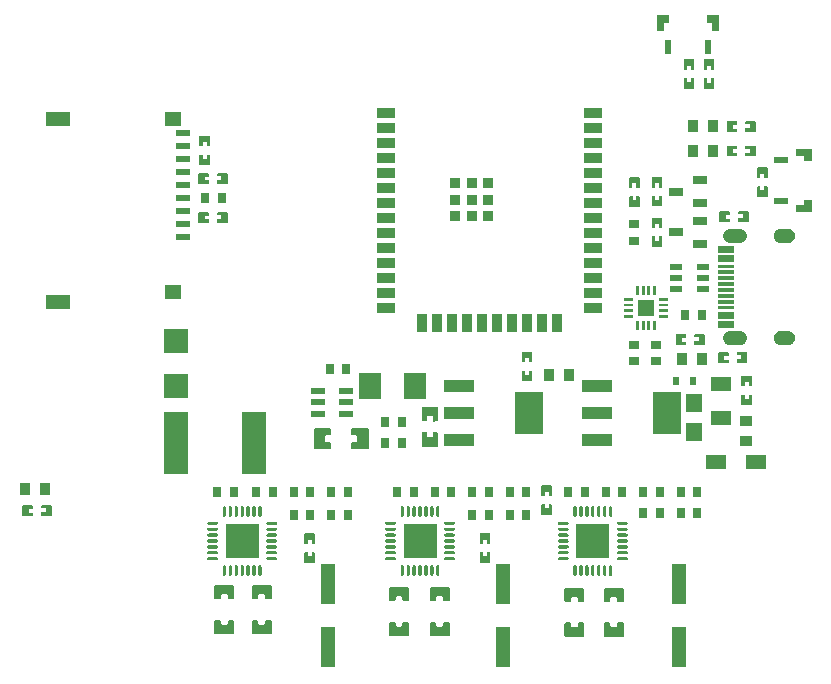
<source format=gtp>
G04 Layer: TopPasteMaskLayer*
G04 EasyEDA Pro v2.2.36.7, 2025-05-26 04:11:26*
G04 Gerber Generator version 0.3*
G04 Scale: 100 percent, Rotated: No, Reflected: No*
G04 Dimensions in millimeters*
G04 Leading zeros omitted, absolute positions, 4 integers and 5 decimals*
%FSLAX45Y45*%
%MOMM*%
%AMPolygonMacro1*4,1,7,-0.65001,0.12497,0.0,0.12497,0.0,0.52497,0.00003,0.52499,0.65001,0.52499,0.65001,-0.52499,-0.65001,-0.52499,-0.65001,0.12497,0*%
%AMPolygonMacro2*4,1,7,0.0,-0.52497,0.0,-0.12497,-0.65001,-0.12497,-0.65001,0.52499,0.65001,0.52499,0.65001,-0.52499,0.00003,-0.52499,0.0,-0.52497,0*%
%AMPolygonMacro3*4,1,7,-0.12497,-0.65001,-0.12497,0.0,-0.52497,0.0,-0.52499,0.00003,-0.52499,0.65001,0.52499,0.65001,0.52499,-0.65001,-0.12497,-0.65001,0*%
%AMPolygonMacro4*4,1,7,0.52497,0.0,0.12497,0.0,0.12497,-0.65001,-0.52499,-0.65001,-0.52499,0.65001,0.52499,0.65001,0.52499,0.00003,0.52497,0.0,0*%
%ADD10R,0.9X0.8*%
%ADD11R,0.8X0.9*%
%ADD12R,1.2X3.49999*%
%ADD13R,0.8X0.9*%
%ADD14R,0.89992X1.0*%
%ADD15R,0.89992X1.0*%
%ADD16R,1.0703X0.532*%
%ADD17R,1.07201X0.532*%
%ADD18R,2.05999X2.07*%
%ADD19R,1.3X0.6*%
%ADD20R,1.4X1.2*%
%ADD21R,2.0X1.2*%
%ADD22R,1.2X0.6*%
%ADD23PolygonMacro1*%
%ADD24PolygonMacro2*%
%ADD25R,0.6X1.2*%
%ADD26PolygonMacro3*%
%ADD27PolygonMacro4*%
%ADD28R,1.85499X2.286*%
%ADD29R,1.72799X1.19009*%
%ADD30R,2.0X5.29999*%
%ADD31R,1.25001X0.7*%
%ADD32R,0.9X0.9*%
%ADD33R,1.5X0.9*%
%ADD34R,0.9X1.5*%
%ADD35R,1.5X0.9*%
%ADD36R,1.0X0.89992*%
%ADD37R,1.7575X1.29601*%
%ADD38R,1.2X0.55001*%
%ADD39R,2.49999X1.1*%
%ADD40R,2.34X3.59999*%
%ADD41R,0.6X0.8*%
%ADD42R,1.3589X1.5*%
G75*


G04 PolygonModel Start*
G36*
G01X5668030Y-2826299D02*
G01X5748030Y-2826299D01*
G01X5753031Y-2821297D01*
G01X5753031Y-2798501D01*
G01X5716031Y-2798501D01*
G01X5716031Y-2765501D01*
G01X5753031Y-2765501D01*
G01X5753031Y-2741298D01*
G01X5748030Y-2736299D01*
G01X5668030Y-2736299D01*
G01X5663032Y-2741298D01*
G01X5663032Y-2821297D01*
G01X5668030Y-2826299D01*
G37*
G36*
G01X5907034Y-2736301D02*
G01X5827034Y-2736301D01*
G01X5822033Y-2741303D01*
G01X5822033Y-2764099D01*
G01X5859033Y-2764099D01*
G01X5859033Y-2797099D01*
G01X5822033Y-2797099D01*
G01X5822033Y-2821302D01*
G01X5827034Y-2826301D01*
G01X5907034Y-2826301D01*
G01X5912033Y-2821302D01*
G01X5912033Y-2741303D01*
G01X5907034Y-2736301D01*
G37*
G36*
G01X377170Y-4184101D02*
G01X297170Y-4184101D01*
G01X292169Y-4189103D01*
G01X292169Y-4211899D01*
G01X329169Y-4211899D01*
G01X329169Y-4244899D01*
G01X292169Y-4244899D01*
G01X292169Y-4269102D01*
G01X297170Y-4274101D01*
G01X377170Y-4274101D01*
G01X382168Y-4269102D01*
G01X382168Y-4189103D01*
G01X377170Y-4184101D01*
G37*
G36*
G01X138166Y-4274099D02*
G01X218166Y-4274099D01*
G01X223167Y-4269097D01*
G01X223167Y-4246301D01*
G01X186167Y-4246301D01*
G01X186167Y-4213301D01*
G01X223167Y-4213301D01*
G01X223167Y-4189098D01*
G01X218166Y-4184099D01*
G01X138166Y-4184099D01*
G01X133167Y-4189098D01*
G01X133167Y-4269097D01*
G01X138166Y-4274099D01*
G37*
G36*
G01X6338834Y-1140516D02*
G01X6258834Y-1140516D01*
G01X6253833Y-1145517D01*
G01X6253833Y-1168314D01*
G01X6290833Y-1168314D01*
G01X6290833Y-1201313D01*
G01X6253833Y-1201313D01*
G01X6253833Y-1225517D01*
G01X6258834Y-1230516D01*
G01X6338834Y-1230516D01*
G01X6343833Y-1225517D01*
G01X6343833Y-1145517D01*
G01X6338834Y-1140516D01*
G37*
G36*
G01X6099830Y-1230513D02*
G01X6179830Y-1230513D01*
G01X6184831Y-1225512D01*
G01X6184831Y-1202715D01*
G01X6147831Y-1202715D01*
G01X6147831Y-1169716D01*
G01X6184831Y-1169716D01*
G01X6184831Y-1145512D01*
G01X6179830Y-1140513D01*
G01X6099830Y-1140513D01*
G01X6094832Y-1145512D01*
G01X6094832Y-1225512D01*
G01X6099830Y-1230513D01*
G37*
G36*
G01X6338834Y-932904D02*
G01X6258834Y-932904D01*
G01X6253833Y-937905D01*
G01X6253833Y-960702D01*
G01X6290833Y-960702D01*
G01X6290833Y-993701D01*
G01X6253833Y-993701D01*
G01X6253833Y-1017905D01*
G01X6258834Y-1022904D01*
G01X6338834Y-1022904D01*
G01X6343833Y-1017905D01*
G01X6343833Y-937905D01*
G01X6338834Y-932904D01*
G37*
G36*
G01X6099830Y-1022901D02*
G01X6179830Y-1022901D01*
G01X6184831Y-1017900D01*
G01X6184831Y-995103D01*
G01X6147831Y-995103D01*
G01X6147831Y-962104D01*
G01X6184831Y-962104D01*
G01X6184831Y-937900D01*
G01X6179830Y-932901D01*
G01X6099830Y-932901D01*
G01X6094832Y-937900D01*
G01X6094832Y-1017900D01*
G01X6099830Y-1022901D01*
G37*
G36*
G01X4527001Y-4020698D02*
G01X4527001Y-4100698D01*
G01X4532003Y-4105699D01*
G01X4554799Y-4105699D01*
G01X4554799Y-4068699D01*
G01X4587799Y-4068699D01*
G01X4587799Y-4105699D01*
G01X4612002Y-4105699D01*
G01X4617001Y-4100698D01*
G01X4617001Y-4020698D01*
G01X4612002Y-4015699D01*
G01X4532003Y-4015699D01*
G01X4527001Y-4020698D01*
G37*
G36*
G01X4616999Y-4259702D02*
G01X4616999Y-4179702D01*
G01X4611997Y-4174701D01*
G01X4589201Y-4174701D01*
G01X4589201Y-4211701D01*
G01X4556201Y-4211701D01*
G01X4556201Y-4174701D01*
G01X4531998Y-4174701D01*
G01X4526999Y-4179702D01*
G01X4526999Y-4259702D01*
G01X4531998Y-4264701D01*
G01X4611997Y-4264701D01*
G01X4616999Y-4259702D01*
G37*
G36*
G01X5344907Y-2446406D02*
G01X5480909Y-2446406D01*
G01X5480909Y-2582408D01*
G01X5344907Y-2582408D01*
G01X5344907Y-2446406D01*
G37*
G36*
G01X5305387Y-2451910D02*
G01X5305387Y-2426909D01*
G01X5230388Y-2426909D01*
G01X5230388Y-2451910D01*
G01X5305387Y-2451910D01*
G37*
G36*
G01X5305387Y-2501897D02*
G01X5305387Y-2476896D01*
G01X5230388Y-2476896D01*
G01X5230388Y-2501897D01*
G01X5305387Y-2501897D01*
G37*
G36*
G01X5305387Y-2551910D02*
G01X5305387Y-2526909D01*
G01X5230388Y-2526909D01*
G01X5230388Y-2551910D01*
G01X5305387Y-2551910D01*
G37*
G36*
G01X5305387Y-2601897D02*
G01X5305387Y-2576896D01*
G01X5230388Y-2576896D01*
G01X5230388Y-2601897D01*
G01X5305387Y-2601897D01*
G37*
G36*
G01X5595379Y-2451910D02*
G01X5595379Y-2426909D01*
G01X5520380Y-2426909D01*
G01X5520380Y-2451910D01*
G01X5595379Y-2451910D01*
G37*
G36*
G01X5595379Y-2501897D02*
G01X5595379Y-2476896D01*
G01X5520380Y-2476896D01*
G01X5520380Y-2501897D01*
G01X5595379Y-2501897D01*
G37*
G36*
G01X5595379Y-2551910D02*
G01X5595379Y-2526909D01*
G01X5520380Y-2526909D01*
G01X5520380Y-2551910D01*
G01X5595379Y-2551910D01*
G37*
G36*
G01X5595379Y-2601897D02*
G01X5595379Y-2576896D01*
G01X5520380Y-2576896D01*
G01X5520380Y-2601897D01*
G01X5595379Y-2601897D01*
G37*
G36*
G01X5350462Y-2331905D02*
G01X5325461Y-2331905D01*
G01X5325461Y-2406904D01*
G01X5350462Y-2406904D01*
G01X5350462Y-2331905D01*
G37*
G36*
G01X5400449Y-2331905D02*
G01X5375448Y-2331905D01*
G01X5375448Y-2406904D01*
G01X5400449Y-2406904D01*
G01X5400449Y-2331905D01*
G37*
G36*
G01X5450462Y-2331905D02*
G01X5425460Y-2331905D01*
G01X5425460Y-2406904D01*
G01X5450462Y-2406904D01*
G01X5450462Y-2331905D01*
G37*
G36*
G01X5500449Y-2331905D02*
G01X5475448Y-2331905D01*
G01X5475448Y-2406904D01*
G01X5500449Y-2406904D01*
G01X5500449Y-2331905D01*
G37*
G36*
G01X5350538Y-2621897D02*
G01X5325537Y-2621897D01*
G01X5325537Y-2696896D01*
G01X5350538Y-2696896D01*
G01X5350538Y-2621897D01*
G37*
G36*
G01X5400525Y-2621897D02*
G01X5375524Y-2621897D01*
G01X5375524Y-2696896D01*
G01X5400525Y-2696896D01*
G01X5400525Y-2621897D01*
G37*
G36*
G01X5450538Y-2621897D02*
G01X5425537Y-2621897D01*
G01X5425537Y-2696896D01*
G01X5450538Y-2696896D01*
G01X5450538Y-2621897D01*
G37*
G36*
G01X5500525Y-2621897D02*
G01X5475524Y-2621897D01*
G01X5475524Y-2696896D01*
G01X5500525Y-2696896D01*
G01X5500525Y-2621897D01*
G37*
G36*
G01X1698950Y-4486471D02*
G01X1698907Y-4487240D01*
G01X1698907Y-4488012D01*
G01X1698950Y-4488782D01*
G01X1699034Y-4489549D01*
G01X1699161Y-4490311D01*
G01X1699331Y-4491063D01*
G01X1699539Y-4491805D01*
G01X1699791Y-4492536D01*
G01X1700080Y-4493250D01*
G01X1700411Y-4493948D01*
G01X1700776Y-4494627D01*
G01X1701183Y-4495284D01*
G01X1701622Y-4495917D01*
G01X1702095Y-4496526D01*
G01X1702603Y-4497108D01*
G01X1703141Y-4497662D01*
G01X1703708Y-4498185D01*
G01X1704302Y-4498675D01*
G01X1704924Y-4499132D01*
G01X1705572Y-4499554D01*
G01X1706240Y-4499940D01*
G01X1706928Y-4500288D01*
G01X1707634Y-4500598D01*
G01X1708356Y-4500867D01*
G01X1709092Y-4501098D01*
G01X1709842Y-4501289D01*
G01X1710599Y-4501436D01*
G01X1711363Y-4501543D01*
G01X1712130Y-4501606D01*
G01X1712902Y-4501627D01*
G01X1774899Y-4501627D01*
G01X1775671Y-4501606D01*
G01X1776438Y-4501543D01*
G01X1777202Y-4501436D01*
G01X1777959Y-4501289D01*
G01X1778709Y-4501098D01*
G01X1779445Y-4500867D01*
G01X1780167Y-4500598D01*
G01X1780873Y-4500288D01*
G01X1781561Y-4499940D01*
G01X1782229Y-4499554D01*
G01X1782877Y-4499132D01*
G01X1783499Y-4498675D01*
G01X1784093Y-4498185D01*
G01X1784660Y-4497662D01*
G01X1785198Y-4497108D01*
G01X1785706Y-4496526D01*
G01X1786179Y-4495917D01*
G01X1786618Y-4495284D01*
G01X1787025Y-4494627D01*
G01X1787390Y-4493948D01*
G01X1787721Y-4493250D01*
G01X1788010Y-4492536D01*
G01X1788262Y-4491805D01*
G01X1788470Y-4491063D01*
G01X1788640Y-4490311D01*
G01X1788767Y-4489549D01*
G01X1788851Y-4488782D01*
G01X1788894Y-4488012D01*
G01X1788894Y-4487240D01*
G01X1788851Y-4486471D01*
G01X1788767Y-4485703D01*
G01X1788640Y-4484941D01*
G01X1788470Y-4484190D01*
G01X1788262Y-4483448D01*
G01X1788010Y-4482716D01*
G01X1787721Y-4482003D01*
G01X1787390Y-4481304D01*
G01X1787025Y-4480626D01*
G01X1786618Y-4479968D01*
G01X1786179Y-4479336D01*
G01X1785706Y-4478726D01*
G01X1785198Y-4478144D01*
G01X1784660Y-4477591D01*
G01X1784093Y-4477067D01*
G01X1783499Y-4476577D01*
G01X1782877Y-4476120D01*
G01X1782229Y-4475698D01*
G01X1781561Y-4475312D01*
G01X1780873Y-4474964D01*
G01X1780167Y-4474654D01*
G01X1779445Y-4474385D01*
G01X1778709Y-4474154D01*
G01X1777959Y-4473964D01*
G01X1777202Y-4473816D01*
G01X1776438Y-4473710D01*
G01X1775671Y-4473646D01*
G01X1774899Y-4473626D01*
G01X1712902Y-4473626D01*
G01X1712130Y-4473646D01*
G01X1711363Y-4473710D01*
G01X1710599Y-4473816D01*
G01X1709842Y-4473964D01*
G01X1709092Y-4474154D01*
G01X1708356Y-4474385D01*
G01X1707634Y-4474654D01*
G01X1706928Y-4474964D01*
G01X1706240Y-4475312D01*
G01X1705572Y-4475698D01*
G01X1704924Y-4476120D01*
G01X1704302Y-4476577D01*
G01X1703708Y-4477067D01*
G01X1703141Y-4477591D01*
G01X1702603Y-4478144D01*
G01X1702095Y-4478726D01*
G01X1701622Y-4479336D01*
G01X1701183Y-4479968D01*
G01X1700776Y-4480626D01*
G01X1700411Y-4481304D01*
G01X1700080Y-4482003D01*
G01X1699791Y-4482716D01*
G01X1699539Y-4483448D01*
G01X1699331Y-4484190D01*
G01X1699161Y-4484941D01*
G01X1699034Y-4485703D01*
G01X1698950Y-4486471D01*
G37*
G36*
G01X1698950Y-4586547D02*
G01X1698907Y-4587316D01*
G01X1698907Y-4588088D01*
G01X1698950Y-4588858D01*
G01X1699034Y-4589625D01*
G01X1699161Y-4590387D01*
G01X1699331Y-4591139D01*
G01X1699539Y-4591881D01*
G01X1699791Y-4592612D01*
G01X1700080Y-4593326D01*
G01X1700411Y-4594024D01*
G01X1700776Y-4594703D01*
G01X1701183Y-4595360D01*
G01X1701622Y-4595993D01*
G01X1702095Y-4596602D01*
G01X1702603Y-4597184D01*
G01X1703141Y-4597738D01*
G01X1703708Y-4598261D01*
G01X1704302Y-4598751D01*
G01X1704924Y-4599208D01*
G01X1705572Y-4599630D01*
G01X1706240Y-4600016D01*
G01X1706928Y-4600364D01*
G01X1707634Y-4600674D01*
G01X1708356Y-4600943D01*
G01X1709092Y-4601174D01*
G01X1709842Y-4601365D01*
G01X1710599Y-4601512D01*
G01X1711363Y-4601619D01*
G01X1712130Y-4601682D01*
G01X1712902Y-4601703D01*
G01X1774899Y-4601703D01*
G01X1775671Y-4601682D01*
G01X1776438Y-4601619D01*
G01X1777202Y-4601512D01*
G01X1777959Y-4601365D01*
G01X1778709Y-4601174D01*
G01X1779445Y-4600943D01*
G01X1780167Y-4600674D01*
G01X1780873Y-4600364D01*
G01X1781561Y-4600016D01*
G01X1782229Y-4599630D01*
G01X1782877Y-4599208D01*
G01X1783499Y-4598751D01*
G01X1784093Y-4598261D01*
G01X1784660Y-4597738D01*
G01X1785198Y-4597184D01*
G01X1785706Y-4596602D01*
G01X1786179Y-4595993D01*
G01X1786618Y-4595360D01*
G01X1787025Y-4594703D01*
G01X1787390Y-4594024D01*
G01X1787721Y-4593326D01*
G01X1788010Y-4592612D01*
G01X1788262Y-4591881D01*
G01X1788470Y-4591139D01*
G01X1788640Y-4590387D01*
G01X1788767Y-4589625D01*
G01X1788851Y-4588858D01*
G01X1788894Y-4588088D01*
G01X1788894Y-4587316D01*
G01X1788851Y-4586547D01*
G01X1788767Y-4585779D01*
G01X1788640Y-4585017D01*
G01X1788470Y-4584266D01*
G01X1788262Y-4583524D01*
G01X1788010Y-4582792D01*
G01X1787721Y-4582079D01*
G01X1787390Y-4581380D01*
G01X1787025Y-4580702D01*
G01X1786618Y-4580044D01*
G01X1786179Y-4579412D01*
G01X1785706Y-4578802D01*
G01X1785198Y-4578220D01*
G01X1784660Y-4577667D01*
G01X1784093Y-4577143D01*
G01X1783499Y-4576653D01*
G01X1782877Y-4576196D01*
G01X1782229Y-4575774D01*
G01X1781561Y-4575388D01*
G01X1780873Y-4575040D01*
G01X1780167Y-4574730D01*
G01X1779445Y-4574461D01*
G01X1778709Y-4574230D01*
G01X1777959Y-4574040D01*
G01X1777202Y-4573892D01*
G01X1776438Y-4573786D01*
G01X1775671Y-4573722D01*
G01X1774899Y-4573702D01*
G01X1712902Y-4573702D01*
G01X1712130Y-4573722D01*
G01X1711363Y-4573786D01*
G01X1710599Y-4573892D01*
G01X1709842Y-4574040D01*
G01X1709092Y-4574230D01*
G01X1708356Y-4574461D01*
G01X1707634Y-4574730D01*
G01X1706928Y-4575040D01*
G01X1706240Y-4575388D01*
G01X1705572Y-4575774D01*
G01X1704924Y-4576196D01*
G01X1704302Y-4576653D01*
G01X1703708Y-4577143D01*
G01X1703141Y-4577667D01*
G01X1702603Y-4578220D01*
G01X1702095Y-4578802D01*
G01X1701622Y-4579412D01*
G01X1701183Y-4580044D01*
G01X1700776Y-4580702D01*
G01X1700411Y-4581380D01*
G01X1700080Y-4582079D01*
G01X1699791Y-4582792D01*
G01X1699539Y-4583524D01*
G01X1699331Y-4584266D01*
G01X1699161Y-4585017D01*
G01X1699034Y-4585779D01*
G01X1698950Y-4586547D01*
G37*
G36*
G01X1698907Y-4387936D02*
G01X1698950Y-4388706D01*
G01X1699034Y-4389473D01*
G01X1699161Y-4390235D01*
G01X1699331Y-4390987D01*
G01X1699539Y-4391729D01*
G01X1699791Y-4392460D01*
G01X1700080Y-4393174D01*
G01X1700411Y-4393872D01*
G01X1700776Y-4394551D01*
G01X1701183Y-4395208D01*
G01X1701622Y-4395841D01*
G01X1702095Y-4396450D01*
G01X1702603Y-4397032D01*
G01X1703141Y-4397586D01*
G01X1703708Y-4398109D01*
G01X1704302Y-4398599D01*
G01X1704924Y-4399056D01*
G01X1705572Y-4399478D01*
G01X1706240Y-4399864D01*
G01X1706928Y-4400212D01*
G01X1707634Y-4400522D01*
G01X1708356Y-4400791D01*
G01X1709092Y-4401022D01*
G01X1709842Y-4401213D01*
G01X1710599Y-4401360D01*
G01X1711363Y-4401467D01*
G01X1712130Y-4401530D01*
G01X1712902Y-4401551D01*
G01X1774899Y-4401551D01*
G01X1775671Y-4401530D01*
G01X1776438Y-4401467D01*
G01X1777202Y-4401360D01*
G01X1777959Y-4401213D01*
G01X1778709Y-4401022D01*
G01X1779445Y-4400791D01*
G01X1780167Y-4400522D01*
G01X1780873Y-4400212D01*
G01X1781561Y-4399864D01*
G01X1782229Y-4399478D01*
G01X1782877Y-4399056D01*
G01X1783499Y-4398599D01*
G01X1784093Y-4398109D01*
G01X1784660Y-4397586D01*
G01X1785198Y-4397032D01*
G01X1785706Y-4396450D01*
G01X1786179Y-4395841D01*
G01X1786618Y-4395208D01*
G01X1787025Y-4394551D01*
G01X1787390Y-4393872D01*
G01X1787721Y-4393174D01*
G01X1788010Y-4392460D01*
G01X1788262Y-4391729D01*
G01X1788470Y-4390987D01*
G01X1788640Y-4390235D01*
G01X1788767Y-4389473D01*
G01X1788851Y-4388706D01*
G01X1788894Y-4387936D01*
G01X1788894Y-4387164D01*
G01X1788851Y-4386395D01*
G01X1788767Y-4385627D01*
G01X1788640Y-4384865D01*
G01X1788470Y-4384114D01*
G01X1788262Y-4383372D01*
G01X1788010Y-4382640D01*
G01X1787721Y-4381927D01*
G01X1787390Y-4381228D01*
G01X1787025Y-4380550D01*
G01X1786618Y-4379892D01*
G01X1786179Y-4379260D01*
G01X1785706Y-4378650D01*
G01X1785198Y-4378068D01*
G01X1784660Y-4377515D01*
G01X1784093Y-4376991D01*
G01X1783499Y-4376501D01*
G01X1782877Y-4376044D01*
G01X1782229Y-4375622D01*
G01X1781561Y-4375236D01*
G01X1780873Y-4374888D01*
G01X1780167Y-4374578D01*
G01X1779445Y-4374309D01*
G01X1778709Y-4374078D01*
G01X1777959Y-4373888D01*
G01X1777202Y-4373740D01*
G01X1776438Y-4373634D01*
G01X1775671Y-4373570D01*
G01X1774899Y-4373550D01*
G01X1712902Y-4373550D01*
G01X1712130Y-4373570D01*
G01X1711363Y-4373634D01*
G01X1710599Y-4373740D01*
G01X1709842Y-4373888D01*
G01X1709092Y-4374078D01*
G01X1708356Y-4374309D01*
G01X1707634Y-4374578D01*
G01X1706928Y-4374888D01*
G01X1706240Y-4375236D01*
G01X1705572Y-4375622D01*
G01X1704924Y-4376044D01*
G01X1704302Y-4376501D01*
G01X1703708Y-4376991D01*
G01X1703141Y-4377515D01*
G01X1702603Y-4378068D01*
G01X1702095Y-4378650D01*
G01X1701622Y-4379260D01*
G01X1701183Y-4379892D01*
G01X1700776Y-4380550D01*
G01X1700411Y-4381228D01*
G01X1700080Y-4381927D01*
G01X1699791Y-4382640D01*
G01X1699539Y-4383372D01*
G01X1699331Y-4384114D01*
G01X1699161Y-4384865D01*
G01X1699034Y-4385627D01*
G01X1698950Y-4386395D01*
G01X1698907Y-4387164D01*
G01X1698907Y-4387936D01*
G37*
G36*
G01X1698907Y-4538050D02*
G01X1698950Y-4538820D01*
G01X1699034Y-4539587D01*
G01X1699161Y-4540349D01*
G01X1699331Y-4541101D01*
G01X1699539Y-4541843D01*
G01X1699791Y-4542574D01*
G01X1700080Y-4543288D01*
G01X1700411Y-4543986D01*
G01X1700776Y-4544665D01*
G01X1701183Y-4545322D01*
G01X1701622Y-4545955D01*
G01X1702095Y-4546564D01*
G01X1702603Y-4547146D01*
G01X1703141Y-4547700D01*
G01X1703708Y-4548223D01*
G01X1704302Y-4548713D01*
G01X1704924Y-4549170D01*
G01X1705572Y-4549592D01*
G01X1706240Y-4549978D01*
G01X1706928Y-4550326D01*
G01X1707634Y-4550636D01*
G01X1708356Y-4550905D01*
G01X1709092Y-4551136D01*
G01X1709842Y-4551327D01*
G01X1710599Y-4551474D01*
G01X1711363Y-4551581D01*
G01X1712130Y-4551644D01*
G01X1712902Y-4551665D01*
G01X1774899Y-4551665D01*
G01X1775671Y-4551644D01*
G01X1776438Y-4551581D01*
G01X1777202Y-4551474D01*
G01X1777959Y-4551327D01*
G01X1778709Y-4551136D01*
G01X1779445Y-4550905D01*
G01X1780167Y-4550636D01*
G01X1780873Y-4550326D01*
G01X1781561Y-4549978D01*
G01X1782229Y-4549592D01*
G01X1782877Y-4549170D01*
G01X1783499Y-4548713D01*
G01X1784093Y-4548223D01*
G01X1784660Y-4547700D01*
G01X1785198Y-4547146D01*
G01X1785706Y-4546564D01*
G01X1786179Y-4545955D01*
G01X1786618Y-4545322D01*
G01X1787025Y-4544665D01*
G01X1787390Y-4543986D01*
G01X1787721Y-4543288D01*
G01X1788010Y-4542574D01*
G01X1788262Y-4541843D01*
G01X1788470Y-4541101D01*
G01X1788640Y-4540349D01*
G01X1788767Y-4539587D01*
G01X1788851Y-4538820D01*
G01X1788894Y-4538050D01*
G01X1788894Y-4537278D01*
G01X1788851Y-4536509D01*
G01X1788767Y-4535741D01*
G01X1788640Y-4534979D01*
G01X1788470Y-4534228D01*
G01X1788262Y-4533486D01*
G01X1788010Y-4532754D01*
G01X1787721Y-4532041D01*
G01X1787390Y-4531342D01*
G01X1787025Y-4530664D01*
G01X1786618Y-4530006D01*
G01X1786179Y-4529374D01*
G01X1785706Y-4528764D01*
G01X1785198Y-4528182D01*
G01X1784660Y-4527629D01*
G01X1784093Y-4527105D01*
G01X1783499Y-4526615D01*
G01X1782877Y-4526158D01*
G01X1782229Y-4525736D01*
G01X1781561Y-4525350D01*
G01X1780873Y-4525002D01*
G01X1780167Y-4524692D01*
G01X1779445Y-4524423D01*
G01X1778709Y-4524192D01*
G01X1777959Y-4524002D01*
G01X1777202Y-4523854D01*
G01X1776438Y-4523748D01*
G01X1775671Y-4523684D01*
G01X1774899Y-4523664D01*
G01X1712902Y-4523664D01*
G01X1712130Y-4523684D01*
G01X1711363Y-4523748D01*
G01X1710599Y-4523854D01*
G01X1709842Y-4524002D01*
G01X1709092Y-4524192D01*
G01X1708356Y-4524423D01*
G01X1707634Y-4524692D01*
G01X1706928Y-4525002D01*
G01X1706240Y-4525350D01*
G01X1705572Y-4525736D01*
G01X1704924Y-4526158D01*
G01X1704302Y-4526615D01*
G01X1703708Y-4527105D01*
G01X1703141Y-4527629D01*
G01X1702603Y-4528182D01*
G01X1702095Y-4528764D01*
G01X1701622Y-4529374D01*
G01X1701183Y-4530006D01*
G01X1700776Y-4530664D01*
G01X1700411Y-4531342D01*
G01X1700080Y-4532041D01*
G01X1699791Y-4532754D01*
G01X1699539Y-4533486D01*
G01X1699331Y-4534228D01*
G01X1699161Y-4534979D01*
G01X1699034Y-4535741D01*
G01X1698950Y-4536509D01*
G01X1698907Y-4537278D01*
G01X1698907Y-4538050D01*
G37*
G36*
G01X1698907Y-4638126D02*
G01X1698950Y-4638896D01*
G01X1699034Y-4639663D01*
G01X1699161Y-4640425D01*
G01X1699331Y-4641177D01*
G01X1699539Y-4641919D01*
G01X1699791Y-4642650D01*
G01X1700080Y-4643364D01*
G01X1700411Y-4644062D01*
G01X1700776Y-4644741D01*
G01X1701183Y-4645398D01*
G01X1701622Y-4646031D01*
G01X1702095Y-4646640D01*
G01X1702603Y-4647222D01*
G01X1703141Y-4647776D01*
G01X1703708Y-4648299D01*
G01X1704302Y-4648789D01*
G01X1704924Y-4649246D01*
G01X1705572Y-4649668D01*
G01X1706240Y-4650054D01*
G01X1706928Y-4650402D01*
G01X1707634Y-4650712D01*
G01X1708356Y-4650981D01*
G01X1709092Y-4651212D01*
G01X1709842Y-4651403D01*
G01X1710599Y-4651550D01*
G01X1711363Y-4651657D01*
G01X1712130Y-4651720D01*
G01X1712902Y-4651741D01*
G01X1774899Y-4651741D01*
G01X1775671Y-4651720D01*
G01X1776438Y-4651657D01*
G01X1777202Y-4651550D01*
G01X1777959Y-4651403D01*
G01X1778709Y-4651212D01*
G01X1779445Y-4650981D01*
G01X1780167Y-4650712D01*
G01X1780873Y-4650402D01*
G01X1781561Y-4650054D01*
G01X1782229Y-4649668D01*
G01X1782877Y-4649246D01*
G01X1783499Y-4648789D01*
G01X1784093Y-4648299D01*
G01X1784660Y-4647776D01*
G01X1785198Y-4647222D01*
G01X1785706Y-4646640D01*
G01X1786179Y-4646031D01*
G01X1786618Y-4645398D01*
G01X1787025Y-4644741D01*
G01X1787390Y-4644062D01*
G01X1787721Y-4643364D01*
G01X1788010Y-4642650D01*
G01X1788262Y-4641919D01*
G01X1788470Y-4641177D01*
G01X1788640Y-4640425D01*
G01X1788767Y-4639663D01*
G01X1788851Y-4638896D01*
G01X1788894Y-4638126D01*
G01X1788894Y-4637354D01*
G01X1788851Y-4636585D01*
G01X1788767Y-4635817D01*
G01X1788640Y-4635055D01*
G01X1788470Y-4634304D01*
G01X1788262Y-4633562D01*
G01X1788010Y-4632830D01*
G01X1787721Y-4632117D01*
G01X1787390Y-4631418D01*
G01X1787025Y-4630740D01*
G01X1786618Y-4630082D01*
G01X1786179Y-4629450D01*
G01X1785706Y-4628840D01*
G01X1785198Y-4628258D01*
G01X1784660Y-4627705D01*
G01X1784093Y-4627181D01*
G01X1783499Y-4626691D01*
G01X1782877Y-4626234D01*
G01X1782229Y-4625812D01*
G01X1781561Y-4625426D01*
G01X1780873Y-4625078D01*
G01X1780167Y-4624768D01*
G01X1779445Y-4624499D01*
G01X1778709Y-4624268D01*
G01X1777959Y-4624078D01*
G01X1777202Y-4623930D01*
G01X1776438Y-4623824D01*
G01X1775671Y-4623760D01*
G01X1774899Y-4623740D01*
G01X1712902Y-4623740D01*
G01X1712130Y-4623760D01*
G01X1711363Y-4623824D01*
G01X1710599Y-4623930D01*
G01X1709842Y-4624078D01*
G01X1709092Y-4624268D01*
G01X1708356Y-4624499D01*
G01X1707634Y-4624768D01*
G01X1706928Y-4625078D01*
G01X1706240Y-4625426D01*
G01X1705572Y-4625812D01*
G01X1704924Y-4626234D01*
G01X1704302Y-4626691D01*
G01X1703708Y-4627181D01*
G01X1703141Y-4627705D01*
G01X1702603Y-4628258D01*
G01X1702095Y-4628840D01*
G01X1701622Y-4629450D01*
G01X1701183Y-4630082D01*
G01X1700776Y-4630740D01*
G01X1700411Y-4631418D01*
G01X1700080Y-4632117D01*
G01X1699791Y-4632830D01*
G01X1699539Y-4633562D01*
G01X1699331Y-4634304D01*
G01X1699161Y-4635055D01*
G01X1699034Y-4635817D01*
G01X1698950Y-4636585D01*
G01X1698907Y-4637354D01*
G01X1698907Y-4638126D01*
G37*
G36*
G01X1698907Y-4337898D02*
G01X1698950Y-4338668D01*
G01X1699034Y-4339435D01*
G01X1699161Y-4340197D01*
G01X1699331Y-4340949D01*
G01X1699539Y-4341691D01*
G01X1699791Y-4342422D01*
G01X1700080Y-4343136D01*
G01X1700411Y-4343834D01*
G01X1700776Y-4344513D01*
G01X1701183Y-4345170D01*
G01X1701622Y-4345803D01*
G01X1702095Y-4346412D01*
G01X1702603Y-4346994D01*
G01X1703141Y-4347548D01*
G01X1703708Y-4348071D01*
G01X1704302Y-4348561D01*
G01X1704924Y-4349018D01*
G01X1705572Y-4349440D01*
G01X1706240Y-4349826D01*
G01X1706928Y-4350174D01*
G01X1707634Y-4350484D01*
G01X1708356Y-4350753D01*
G01X1709092Y-4350984D01*
G01X1709842Y-4351175D01*
G01X1710599Y-4351322D01*
G01X1711363Y-4351429D01*
G01X1712130Y-4351492D01*
G01X1712902Y-4351513D01*
G01X1774899Y-4351513D01*
G01X1775671Y-4351492D01*
G01X1776438Y-4351429D01*
G01X1777202Y-4351322D01*
G01X1777959Y-4351175D01*
G01X1778709Y-4350984D01*
G01X1779445Y-4350753D01*
G01X1780167Y-4350484D01*
G01X1780873Y-4350174D01*
G01X1781561Y-4349826D01*
G01X1782229Y-4349440D01*
G01X1782877Y-4349018D01*
G01X1783499Y-4348561D01*
G01X1784093Y-4348071D01*
G01X1784660Y-4347548D01*
G01X1785198Y-4346994D01*
G01X1785706Y-4346412D01*
G01X1786179Y-4345803D01*
G01X1786618Y-4345170D01*
G01X1787025Y-4344513D01*
G01X1787390Y-4343834D01*
G01X1787721Y-4343136D01*
G01X1788010Y-4342422D01*
G01X1788262Y-4341691D01*
G01X1788470Y-4340949D01*
G01X1788640Y-4340197D01*
G01X1788767Y-4339435D01*
G01X1788851Y-4338668D01*
G01X1788894Y-4337898D01*
G01X1788894Y-4337126D01*
G01X1788851Y-4336357D01*
G01X1788767Y-4335589D01*
G01X1788640Y-4334827D01*
G01X1788470Y-4334076D01*
G01X1788262Y-4333334D01*
G01X1788010Y-4332602D01*
G01X1787721Y-4331889D01*
G01X1787390Y-4331190D01*
G01X1787025Y-4330512D01*
G01X1786618Y-4329854D01*
G01X1786179Y-4329222D01*
G01X1785706Y-4328612D01*
G01X1785198Y-4328030D01*
G01X1784660Y-4327477D01*
G01X1784093Y-4326953D01*
G01X1783499Y-4326463D01*
G01X1782877Y-4326006D01*
G01X1782229Y-4325584D01*
G01X1781561Y-4325198D01*
G01X1780873Y-4324850D01*
G01X1780167Y-4324540D01*
G01X1779445Y-4324271D01*
G01X1778709Y-4324040D01*
G01X1777959Y-4323850D01*
G01X1777202Y-4323702D01*
G01X1776438Y-4323596D01*
G01X1775671Y-4323532D01*
G01X1774899Y-4323512D01*
G01X1712902Y-4323512D01*
G01X1712130Y-4323532D01*
G01X1711363Y-4323596D01*
G01X1710599Y-4323702D01*
G01X1709842Y-4323850D01*
G01X1709092Y-4324040D01*
G01X1708356Y-4324271D01*
G01X1707634Y-4324540D01*
G01X1706928Y-4324850D01*
G01X1706240Y-4325198D01*
G01X1705572Y-4325584D01*
G01X1704924Y-4326006D01*
G01X1704302Y-4326463D01*
G01X1703708Y-4326953D01*
G01X1703141Y-4327477D01*
G01X1702603Y-4328030D01*
G01X1702095Y-4328612D01*
G01X1701622Y-4329222D01*
G01X1701183Y-4329854D01*
G01X1700776Y-4330512D01*
G01X1700411Y-4331190D01*
G01X1700080Y-4331889D01*
G01X1699791Y-4332602D01*
G01X1699539Y-4333334D01*
G01X1699331Y-4334076D01*
G01X1699161Y-4334827D01*
G01X1699034Y-4335589D01*
G01X1698950Y-4336357D01*
G01X1698907Y-4337126D01*
G01X1698907Y-4337898D01*
G37*
G36*
G01X1698950Y-4436433D02*
G01X1698907Y-4437202D01*
G01X1698907Y-4437974D01*
G01X1698950Y-4438744D01*
G01X1699034Y-4439511D01*
G01X1699161Y-4440273D01*
G01X1699331Y-4441025D01*
G01X1699539Y-4441767D01*
G01X1699791Y-4442498D01*
G01X1700080Y-4443212D01*
G01X1700411Y-4443910D01*
G01X1700776Y-4444589D01*
G01X1701183Y-4445246D01*
G01X1701622Y-4445879D01*
G01X1702095Y-4446488D01*
G01X1702603Y-4447070D01*
G01X1703141Y-4447624D01*
G01X1703708Y-4448147D01*
G01X1704302Y-4448637D01*
G01X1704924Y-4449094D01*
G01X1705572Y-4449516D01*
G01X1706240Y-4449902D01*
G01X1706928Y-4450250D01*
G01X1707634Y-4450560D01*
G01X1708356Y-4450829D01*
G01X1709092Y-4451060D01*
G01X1709842Y-4451251D01*
G01X1710599Y-4451398D01*
G01X1711363Y-4451505D01*
G01X1712130Y-4451568D01*
G01X1712902Y-4451589D01*
G01X1774899Y-4451589D01*
G01X1775671Y-4451568D01*
G01X1776438Y-4451505D01*
G01X1777202Y-4451398D01*
G01X1777959Y-4451251D01*
G01X1778709Y-4451060D01*
G01X1779445Y-4450829D01*
G01X1780167Y-4450560D01*
G01X1780873Y-4450250D01*
G01X1781561Y-4449902D01*
G01X1782229Y-4449516D01*
G01X1782877Y-4449094D01*
G01X1783499Y-4448637D01*
G01X1784093Y-4448147D01*
G01X1784660Y-4447624D01*
G01X1785198Y-4447070D01*
G01X1785706Y-4446488D01*
G01X1786179Y-4445879D01*
G01X1786618Y-4445246D01*
G01X1787025Y-4444589D01*
G01X1787390Y-4443910D01*
G01X1787721Y-4443212D01*
G01X1788010Y-4442498D01*
G01X1788262Y-4441767D01*
G01X1788470Y-4441025D01*
G01X1788640Y-4440273D01*
G01X1788767Y-4439511D01*
G01X1788851Y-4438744D01*
G01X1788894Y-4437974D01*
G01X1788894Y-4437202D01*
G01X1788851Y-4436433D01*
G01X1788767Y-4435665D01*
G01X1788640Y-4434903D01*
G01X1788470Y-4434152D01*
G01X1788262Y-4433410D01*
G01X1788010Y-4432678D01*
G01X1787721Y-4431965D01*
G01X1787390Y-4431266D01*
G01X1787025Y-4430588D01*
G01X1786618Y-4429930D01*
G01X1786179Y-4429298D01*
G01X1785706Y-4428688D01*
G01X1785198Y-4428106D01*
G01X1784660Y-4427553D01*
G01X1784093Y-4427029D01*
G01X1783499Y-4426539D01*
G01X1782877Y-4426082D01*
G01X1782229Y-4425660D01*
G01X1781561Y-4425274D01*
G01X1780873Y-4424926D01*
G01X1780167Y-4424616D01*
G01X1779445Y-4424347D01*
G01X1778709Y-4424116D01*
G01X1777959Y-4423926D01*
G01X1777202Y-4423778D01*
G01X1776438Y-4423672D01*
G01X1775671Y-4423608D01*
G01X1774899Y-4423588D01*
G01X1712902Y-4423588D01*
G01X1712130Y-4423608D01*
G01X1711363Y-4423672D01*
G01X1710599Y-4423778D01*
G01X1709842Y-4423926D01*
G01X1709092Y-4424116D01*
G01X1708356Y-4424347D01*
G01X1707634Y-4424616D01*
G01X1706928Y-4424926D01*
G01X1706240Y-4425274D01*
G01X1705572Y-4425660D01*
G01X1704924Y-4426082D01*
G01X1704302Y-4426539D01*
G01X1703708Y-4427029D01*
G01X1703141Y-4427553D01*
G01X1702603Y-4428106D01*
G01X1702095Y-4428688D01*
G01X1701622Y-4429298D01*
G01X1701183Y-4429930D01*
G01X1700776Y-4430588D01*
G01X1700411Y-4431266D01*
G01X1700080Y-4431965D01*
G01X1699791Y-4432678D01*
G01X1699539Y-4433410D01*
G01X1699331Y-4434152D01*
G01X1699161Y-4434903D01*
G01X1699034Y-4435665D01*
G01X1698950Y-4436433D01*
G37*
G36*
G01X1829819Y-4269384D02*
G01X1829882Y-4270151D01*
G01X1829989Y-4270916D01*
G01X1830136Y-4271673D01*
G01X1830327Y-4272422D01*
G01X1830558Y-4273159D01*
G01X1830827Y-4273880D01*
G01X1831137Y-4274586D01*
G01X1831485Y-4275275D01*
G01X1831871Y-4275943D01*
G01X1832293Y-4276590D01*
G01X1832750Y-4277213D01*
G01X1833240Y-4277807D01*
G01X1833763Y-4278373D01*
G01X1834317Y-4278912D01*
G01X1834899Y-4279420D01*
G01X1835508Y-4279892D01*
G01X1836141Y-4280332D01*
G01X1836798Y-4280738D01*
G01X1837477Y-4281104D01*
G01X1838175Y-4281434D01*
G01X1838889Y-4281724D01*
G01X1839620Y-4281975D01*
G01X1840362Y-4282183D01*
G01X1841114Y-4282354D01*
G01X1841876Y-4282481D01*
G01X1842643Y-4282564D01*
G01X1843413Y-4282608D01*
G01X1844185Y-4282608D01*
G01X1844954Y-4282564D01*
G01X1845721Y-4282481D01*
G01X1846483Y-4282354D01*
G01X1847235Y-4282183D01*
G01X1847977Y-4281975D01*
G01X1848709Y-4281724D01*
G01X1849422Y-4281434D01*
G01X1850121Y-4281104D01*
G01X1850799Y-4280738D01*
G01X1851457Y-4280332D01*
G01X1852089Y-4279892D01*
G01X1852699Y-4279420D01*
G01X1853281Y-4278912D01*
G01X1853834Y-4278373D01*
G01X1854357Y-4277807D01*
G01X1854848Y-4277213D01*
G01X1855305Y-4276590D01*
G01X1855727Y-4275943D01*
G01X1856113Y-4275275D01*
G01X1856461Y-4274586D01*
G01X1856770Y-4273880D01*
G01X1857040Y-4273159D01*
G01X1857271Y-4272422D01*
G01X1857461Y-4271673D01*
G01X1857609Y-4270916D01*
G01X1857715Y-4270151D01*
G01X1857779Y-4269384D01*
G01X1857799Y-4268612D01*
G01X1857799Y-4206613D01*
G01X1857779Y-4205841D01*
G01X1857715Y-4205074D01*
G01X1857609Y-4204310D01*
G01X1857461Y-4203553D01*
G01X1857271Y-4202803D01*
G01X1857040Y-4202067D01*
G01X1856770Y-4201345D01*
G01X1856461Y-4200639D01*
G01X1856113Y-4199951D01*
G01X1855727Y-4199283D01*
G01X1855305Y-4198635D01*
G01X1854848Y-4198013D01*
G01X1854357Y-4197419D01*
G01X1853834Y-4196852D01*
G01X1853281Y-4196314D01*
G01X1852699Y-4195806D01*
G01X1852089Y-4195333D01*
G01X1851457Y-4194894D01*
G01X1850799Y-4194487D01*
G01X1850121Y-4194122D01*
G01X1849422Y-4193791D01*
G01X1848709Y-4193502D01*
G01X1847977Y-4193250D01*
G01X1847235Y-4193042D01*
G01X1846483Y-4192872D01*
G01X1845721Y-4192745D01*
G01X1844954Y-4192661D01*
G01X1844185Y-4192618D01*
G01X1843413Y-4192618D01*
G01X1842643Y-4192661D01*
G01X1841876Y-4192745D01*
G01X1841114Y-4192872D01*
G01X1840362Y-4193042D01*
G01X1839620Y-4193250D01*
G01X1838889Y-4193502D01*
G01X1838175Y-4193791D01*
G01X1837477Y-4194122D01*
G01X1836798Y-4194487D01*
G01X1836141Y-4194894D01*
G01X1835508Y-4195333D01*
G01X1834899Y-4195806D01*
G01X1834317Y-4196314D01*
G01X1833763Y-4196852D01*
G01X1833240Y-4197419D01*
G01X1832750Y-4198013D01*
G01X1832293Y-4198635D01*
G01X1831871Y-4199283D01*
G01X1831485Y-4199951D01*
G01X1831137Y-4200639D01*
G01X1830827Y-4201345D01*
G01X1830558Y-4202067D01*
G01X1830327Y-4202803D01*
G01X1830136Y-4203553D01*
G01X1829989Y-4204310D01*
G01X1829882Y-4205074D01*
G01X1829819Y-4205841D01*
G01X1829798Y-4206613D01*
G01X1829798Y-4268612D01*
G01X1829819Y-4269384D01*
G37*
G36*
G01X1829882Y-4705073D02*
G01X1829819Y-4705840D01*
G01X1829798Y-4706612D01*
G01X1829798Y-4768611D01*
G01X1829819Y-4769383D01*
G01X1829882Y-4770150D01*
G01X1829989Y-4770915D01*
G01X1830136Y-4771672D01*
G01X1830327Y-4772421D01*
G01X1830558Y-4773158D01*
G01X1830827Y-4773879D01*
G01X1831137Y-4774585D01*
G01X1831485Y-4775274D01*
G01X1831871Y-4775942D01*
G01X1832293Y-4776589D01*
G01X1832750Y-4777212D01*
G01X1833240Y-4777806D01*
G01X1833763Y-4778372D01*
G01X1834317Y-4778911D01*
G01X1834899Y-4779419D01*
G01X1835508Y-4779891D01*
G01X1836141Y-4780331D01*
G01X1836798Y-4780737D01*
G01X1837477Y-4781103D01*
G01X1838175Y-4781433D01*
G01X1838889Y-4781723D01*
G01X1839620Y-4781974D01*
G01X1840362Y-4782182D01*
G01X1841114Y-4782353D01*
G01X1841876Y-4782480D01*
G01X1842643Y-4782563D01*
G01X1843413Y-4782607D01*
G01X1844185Y-4782607D01*
G01X1844954Y-4782563D01*
G01X1845721Y-4782480D01*
G01X1846483Y-4782353D01*
G01X1847235Y-4782182D01*
G01X1847977Y-4781974D01*
G01X1848709Y-4781723D01*
G01X1849422Y-4781433D01*
G01X1850121Y-4781103D01*
G01X1850799Y-4780737D01*
G01X1851457Y-4780331D01*
G01X1852089Y-4779891D01*
G01X1852699Y-4779419D01*
G01X1853281Y-4778911D01*
G01X1853834Y-4778372D01*
G01X1854357Y-4777806D01*
G01X1854848Y-4777212D01*
G01X1855305Y-4776589D01*
G01X1855727Y-4775942D01*
G01X1856113Y-4775274D01*
G01X1856461Y-4774585D01*
G01X1856770Y-4773879D01*
G01X1857040Y-4773158D01*
G01X1857271Y-4772421D01*
G01X1857461Y-4771672D01*
G01X1857609Y-4770915D01*
G01X1857715Y-4770150D01*
G01X1857779Y-4769383D01*
G01X1857799Y-4768611D01*
G01X1857799Y-4706612D01*
G01X1857779Y-4705840D01*
G01X1857715Y-4705073D01*
G01X1857609Y-4704309D01*
G01X1857461Y-4703552D01*
G01X1857271Y-4702802D01*
G01X1857040Y-4702066D01*
G01X1856770Y-4701344D01*
G01X1856461Y-4700638D01*
G01X1856113Y-4699950D01*
G01X1855727Y-4699282D01*
G01X1855305Y-4698634D01*
G01X1854848Y-4698012D01*
G01X1854357Y-4697418D01*
G01X1853834Y-4696851D01*
G01X1853281Y-4696313D01*
G01X1852699Y-4695805D01*
G01X1852089Y-4695332D01*
G01X1851457Y-4694893D01*
G01X1850799Y-4694486D01*
G01X1850121Y-4694121D01*
G01X1849422Y-4693790D01*
G01X1848709Y-4693501D01*
G01X1847977Y-4693249D01*
G01X1847235Y-4693041D01*
G01X1846483Y-4692871D01*
G01X1845721Y-4692744D01*
G01X1844954Y-4692660D01*
G01X1844185Y-4692617D01*
G01X1843413Y-4692617D01*
G01X1842643Y-4692660D01*
G01X1841876Y-4692744D01*
G01X1841114Y-4692871D01*
G01X1840362Y-4693041D01*
G01X1839620Y-4693249D01*
G01X1838889Y-4693501D01*
G01X1838175Y-4693790D01*
G01X1837477Y-4694121D01*
G01X1836798Y-4694486D01*
G01X1836141Y-4694893D01*
G01X1835508Y-4695332D01*
G01X1834899Y-4695805D01*
G01X1834317Y-4696313D01*
G01X1833763Y-4696851D01*
G01X1833240Y-4697418D01*
G01X1832750Y-4698012D01*
G01X1832293Y-4698634D01*
G01X1831871Y-4699282D01*
G01X1831485Y-4699950D01*
G01X1831137Y-4700638D01*
G01X1830827Y-4701344D01*
G01X1830558Y-4702066D01*
G01X1830327Y-4702802D01*
G01X1830136Y-4703552D01*
G01X1829989Y-4704309D01*
G01X1829882Y-4705073D01*
G37*
G36*
G01X1879857Y-4269384D02*
G01X1879920Y-4270151D01*
G01X1880027Y-4270916D01*
G01X1880174Y-4271673D01*
G01X1880365Y-4272422D01*
G01X1880596Y-4273159D01*
G01X1880865Y-4273880D01*
G01X1881175Y-4274586D01*
G01X1881523Y-4275275D01*
G01X1881909Y-4275943D01*
G01X1882331Y-4276590D01*
G01X1882788Y-4277213D01*
G01X1883278Y-4277807D01*
G01X1883801Y-4278373D01*
G01X1884355Y-4278912D01*
G01X1884937Y-4279420D01*
G01X1885546Y-4279892D01*
G01X1886179Y-4280332D01*
G01X1886836Y-4280738D01*
G01X1887515Y-4281104D01*
G01X1888213Y-4281434D01*
G01X1888927Y-4281724D01*
G01X1889658Y-4281975D01*
G01X1890400Y-4282183D01*
G01X1891152Y-4282354D01*
G01X1891914Y-4282481D01*
G01X1892681Y-4282564D01*
G01X1893451Y-4282608D01*
G01X1894223Y-4282608D01*
G01X1894992Y-4282564D01*
G01X1895759Y-4282481D01*
G01X1896521Y-4282354D01*
G01X1897273Y-4282183D01*
G01X1898015Y-4281975D01*
G01X1898747Y-4281724D01*
G01X1899460Y-4281434D01*
G01X1900159Y-4281104D01*
G01X1900837Y-4280738D01*
G01X1901495Y-4280332D01*
G01X1902127Y-4279892D01*
G01X1902737Y-4279420D01*
G01X1903319Y-4278912D01*
G01X1903872Y-4278373D01*
G01X1904395Y-4277807D01*
G01X1904886Y-4277213D01*
G01X1905343Y-4276590D01*
G01X1905765Y-4275943D01*
G01X1906151Y-4275275D01*
G01X1906499Y-4274586D01*
G01X1906808Y-4273880D01*
G01X1907078Y-4273159D01*
G01X1907309Y-4272422D01*
G01X1907499Y-4271673D01*
G01X1907647Y-4270916D01*
G01X1907753Y-4270151D01*
G01X1907817Y-4269384D01*
G01X1907837Y-4268612D01*
G01X1907837Y-4206613D01*
G01X1907817Y-4205841D01*
G01X1907753Y-4205074D01*
G01X1907647Y-4204310D01*
G01X1907499Y-4203553D01*
G01X1907309Y-4202803D01*
G01X1907078Y-4202067D01*
G01X1906808Y-4201345D01*
G01X1906499Y-4200639D01*
G01X1906151Y-4199951D01*
G01X1905765Y-4199283D01*
G01X1905343Y-4198635D01*
G01X1904886Y-4198013D01*
G01X1904395Y-4197419D01*
G01X1903872Y-4196852D01*
G01X1903319Y-4196314D01*
G01X1902737Y-4195806D01*
G01X1902127Y-4195333D01*
G01X1901495Y-4194894D01*
G01X1900837Y-4194487D01*
G01X1900159Y-4194122D01*
G01X1899460Y-4193791D01*
G01X1898747Y-4193502D01*
G01X1898015Y-4193250D01*
G01X1897273Y-4193042D01*
G01X1896521Y-4192872D01*
G01X1895759Y-4192745D01*
G01X1894992Y-4192661D01*
G01X1894223Y-4192618D01*
G01X1893451Y-4192618D01*
G01X1892681Y-4192661D01*
G01X1891914Y-4192745D01*
G01X1891152Y-4192872D01*
G01X1890400Y-4193042D01*
G01X1889658Y-4193250D01*
G01X1888927Y-4193502D01*
G01X1888213Y-4193791D01*
G01X1887515Y-4194122D01*
G01X1886836Y-4194487D01*
G01X1886179Y-4194894D01*
G01X1885546Y-4195333D01*
G01X1884937Y-4195806D01*
G01X1884355Y-4196314D01*
G01X1883801Y-4196852D01*
G01X1883278Y-4197419D01*
G01X1882788Y-4198013D01*
G01X1882331Y-4198635D01*
G01X1881909Y-4199283D01*
G01X1881523Y-4199951D01*
G01X1881175Y-4200639D01*
G01X1880865Y-4201345D01*
G01X1880596Y-4202067D01*
G01X1880365Y-4202803D01*
G01X1880174Y-4203553D01*
G01X1880027Y-4204310D01*
G01X1879920Y-4205074D01*
G01X1879857Y-4205841D01*
G01X1879836Y-4206613D01*
G01X1879836Y-4268612D01*
G01X1879857Y-4269384D01*
G37*
G36*
G01X1879920Y-4705073D02*
G01X1879857Y-4705840D01*
G01X1879836Y-4706612D01*
G01X1879836Y-4768611D01*
G01X1879857Y-4769383D01*
G01X1879920Y-4770150D01*
G01X1880027Y-4770915D01*
G01X1880174Y-4771672D01*
G01X1880365Y-4772421D01*
G01X1880596Y-4773158D01*
G01X1880865Y-4773879D01*
G01X1881175Y-4774585D01*
G01X1881523Y-4775274D01*
G01X1881909Y-4775942D01*
G01X1882331Y-4776589D01*
G01X1882788Y-4777212D01*
G01X1883278Y-4777806D01*
G01X1883801Y-4778372D01*
G01X1884355Y-4778911D01*
G01X1884937Y-4779419D01*
G01X1885546Y-4779891D01*
G01X1886179Y-4780331D01*
G01X1886836Y-4780737D01*
G01X1887515Y-4781103D01*
G01X1888213Y-4781433D01*
G01X1888927Y-4781723D01*
G01X1889658Y-4781974D01*
G01X1890400Y-4782182D01*
G01X1891152Y-4782353D01*
G01X1891914Y-4782480D01*
G01X1892681Y-4782563D01*
G01X1893451Y-4782607D01*
G01X1894223Y-4782607D01*
G01X1894992Y-4782563D01*
G01X1895759Y-4782480D01*
G01X1896521Y-4782353D01*
G01X1897273Y-4782182D01*
G01X1898015Y-4781974D01*
G01X1898747Y-4781723D01*
G01X1899460Y-4781433D01*
G01X1900159Y-4781103D01*
G01X1900837Y-4780737D01*
G01X1901495Y-4780331D01*
G01X1902127Y-4779891D01*
G01X1902737Y-4779419D01*
G01X1903319Y-4778911D01*
G01X1903872Y-4778372D01*
G01X1904395Y-4777806D01*
G01X1904886Y-4777212D01*
G01X1905343Y-4776589D01*
G01X1905765Y-4775942D01*
G01X1906151Y-4775274D01*
G01X1906499Y-4774585D01*
G01X1906808Y-4773879D01*
G01X1907078Y-4773158D01*
G01X1907309Y-4772421D01*
G01X1907499Y-4771672D01*
G01X1907647Y-4770915D01*
G01X1907753Y-4770150D01*
G01X1907817Y-4769383D01*
G01X1907837Y-4768611D01*
G01X1907837Y-4706612D01*
G01X1907817Y-4705840D01*
G01X1907753Y-4705073D01*
G01X1907647Y-4704309D01*
G01X1907499Y-4703552D01*
G01X1907309Y-4702802D01*
G01X1907078Y-4702066D01*
G01X1906808Y-4701344D01*
G01X1906499Y-4700638D01*
G01X1906151Y-4699950D01*
G01X1905765Y-4699282D01*
G01X1905343Y-4698634D01*
G01X1904886Y-4698012D01*
G01X1904395Y-4697418D01*
G01X1903872Y-4696851D01*
G01X1903319Y-4696313D01*
G01X1902737Y-4695805D01*
G01X1902127Y-4695332D01*
G01X1901495Y-4694893D01*
G01X1900837Y-4694486D01*
G01X1900159Y-4694121D01*
G01X1899460Y-4693790D01*
G01X1898747Y-4693501D01*
G01X1898015Y-4693249D01*
G01X1897273Y-4693041D01*
G01X1896521Y-4692871D01*
G01X1895759Y-4692744D01*
G01X1894992Y-4692660D01*
G01X1894223Y-4692617D01*
G01X1893451Y-4692617D01*
G01X1892681Y-4692660D01*
G01X1891914Y-4692744D01*
G01X1891152Y-4692871D01*
G01X1890400Y-4693041D01*
G01X1889658Y-4693249D01*
G01X1888927Y-4693501D01*
G01X1888213Y-4693790D01*
G01X1887515Y-4694121D01*
G01X1886836Y-4694486D01*
G01X1886179Y-4694893D01*
G01X1885546Y-4695332D01*
G01X1884937Y-4695805D01*
G01X1884355Y-4696313D01*
G01X1883801Y-4696851D01*
G01X1883278Y-4697418D01*
G01X1882788Y-4698012D01*
G01X1882331Y-4698634D01*
G01X1881909Y-4699282D01*
G01X1881523Y-4699950D01*
G01X1881175Y-4700638D01*
G01X1880865Y-4701344D01*
G01X1880596Y-4702066D01*
G01X1880365Y-4702802D01*
G01X1880174Y-4703552D01*
G01X1880027Y-4704309D01*
G01X1879920Y-4705073D01*
G37*
G36*
G01X1929958Y-4205074D02*
G01X1929895Y-4205841D01*
G01X1929874Y-4206613D01*
G01X1929874Y-4268612D01*
G01X1929895Y-4269384D01*
G01X1929958Y-4270151D01*
G01X1930065Y-4270916D01*
G01X1930212Y-4271673D01*
G01X1930403Y-4272422D01*
G01X1930634Y-4273159D01*
G01X1930903Y-4273880D01*
G01X1931213Y-4274586D01*
G01X1931561Y-4275275D01*
G01X1931947Y-4275943D01*
G01X1932369Y-4276590D01*
G01X1932826Y-4277213D01*
G01X1933316Y-4277807D01*
G01X1933839Y-4278373D01*
G01X1934393Y-4278912D01*
G01X1934975Y-4279420D01*
G01X1935584Y-4279892D01*
G01X1936217Y-4280332D01*
G01X1936874Y-4280738D01*
G01X1937553Y-4281104D01*
G01X1938251Y-4281434D01*
G01X1938965Y-4281724D01*
G01X1939696Y-4281975D01*
G01X1940438Y-4282183D01*
G01X1941190Y-4282354D01*
G01X1941952Y-4282481D01*
G01X1942719Y-4282564D01*
G01X1943489Y-4282608D01*
G01X1944261Y-4282608D01*
G01X1945030Y-4282564D01*
G01X1945797Y-4282481D01*
G01X1946559Y-4282354D01*
G01X1947311Y-4282183D01*
G01X1948053Y-4281975D01*
G01X1948785Y-4281724D01*
G01X1949498Y-4281434D01*
G01X1950197Y-4281104D01*
G01X1950875Y-4280738D01*
G01X1951533Y-4280332D01*
G01X1952165Y-4279892D01*
G01X1952775Y-4279420D01*
G01X1953357Y-4278912D01*
G01X1953910Y-4278373D01*
G01X1954433Y-4277807D01*
G01X1954924Y-4277213D01*
G01X1955381Y-4276590D01*
G01X1955803Y-4275943D01*
G01X1956189Y-4275275D01*
G01X1956537Y-4274586D01*
G01X1956846Y-4273880D01*
G01X1957116Y-4273159D01*
G01X1957347Y-4272422D01*
G01X1957537Y-4271673D01*
G01X1957685Y-4270916D01*
G01X1957791Y-4270151D01*
G01X1957855Y-4269384D01*
G01X1957875Y-4268612D01*
G01X1957875Y-4206613D01*
G01X1957855Y-4205841D01*
G01X1957791Y-4205074D01*
G01X1957685Y-4204310D01*
G01X1957537Y-4203553D01*
G01X1957347Y-4202803D01*
G01X1957116Y-4202067D01*
G01X1956846Y-4201345D01*
G01X1956537Y-4200639D01*
G01X1956189Y-4199951D01*
G01X1955803Y-4199283D01*
G01X1955381Y-4198635D01*
G01X1954924Y-4198013D01*
G01X1954433Y-4197419D01*
G01X1953910Y-4196852D01*
G01X1953357Y-4196314D01*
G01X1952775Y-4195806D01*
G01X1952165Y-4195333D01*
G01X1951533Y-4194894D01*
G01X1950875Y-4194487D01*
G01X1950197Y-4194122D01*
G01X1949498Y-4193791D01*
G01X1948785Y-4193502D01*
G01X1948053Y-4193250D01*
G01X1947311Y-4193042D01*
G01X1946559Y-4192872D01*
G01X1945797Y-4192745D01*
G01X1945030Y-4192661D01*
G01X1944261Y-4192618D01*
G01X1943489Y-4192618D01*
G01X1942719Y-4192661D01*
G01X1941952Y-4192745D01*
G01X1941190Y-4192872D01*
G01X1940438Y-4193042D01*
G01X1939696Y-4193250D01*
G01X1938965Y-4193502D01*
G01X1938251Y-4193791D01*
G01X1937553Y-4194122D01*
G01X1936874Y-4194487D01*
G01X1936217Y-4194894D01*
G01X1935584Y-4195333D01*
G01X1934975Y-4195806D01*
G01X1934393Y-4196314D01*
G01X1933839Y-4196852D01*
G01X1933316Y-4197419D01*
G01X1932826Y-4198013D01*
G01X1932369Y-4198635D01*
G01X1931947Y-4199283D01*
G01X1931561Y-4199951D01*
G01X1931213Y-4200639D01*
G01X1930903Y-4201345D01*
G01X1930634Y-4202067D01*
G01X1930403Y-4202803D01*
G01X1930212Y-4203553D01*
G01X1930065Y-4204310D01*
G01X1929958Y-4205074D01*
G37*
G36*
G01X1929958Y-4705073D02*
G01X1929895Y-4705840D01*
G01X1929874Y-4706612D01*
G01X1929874Y-4768611D01*
G01X1929895Y-4769383D01*
G01X1929958Y-4770150D01*
G01X1930065Y-4770915D01*
G01X1930212Y-4771672D01*
G01X1930403Y-4772421D01*
G01X1930634Y-4773158D01*
G01X1930903Y-4773879D01*
G01X1931213Y-4774585D01*
G01X1931561Y-4775274D01*
G01X1931947Y-4775942D01*
G01X1932369Y-4776589D01*
G01X1932826Y-4777212D01*
G01X1933316Y-4777806D01*
G01X1933839Y-4778372D01*
G01X1934393Y-4778911D01*
G01X1934975Y-4779419D01*
G01X1935584Y-4779891D01*
G01X1936217Y-4780331D01*
G01X1936874Y-4780737D01*
G01X1937553Y-4781103D01*
G01X1938251Y-4781433D01*
G01X1938965Y-4781723D01*
G01X1939696Y-4781974D01*
G01X1940438Y-4782182D01*
G01X1941190Y-4782353D01*
G01X1941952Y-4782480D01*
G01X1942719Y-4782563D01*
G01X1943489Y-4782607D01*
G01X1944261Y-4782607D01*
G01X1945030Y-4782563D01*
G01X1945797Y-4782480D01*
G01X1946559Y-4782353D01*
G01X1947311Y-4782182D01*
G01X1948053Y-4781974D01*
G01X1948785Y-4781723D01*
G01X1949498Y-4781433D01*
G01X1950197Y-4781103D01*
G01X1950875Y-4780737D01*
G01X1951533Y-4780331D01*
G01X1952165Y-4779891D01*
G01X1952775Y-4779419D01*
G01X1953357Y-4778911D01*
G01X1953910Y-4778372D01*
G01X1954433Y-4777806D01*
G01X1954924Y-4777212D01*
G01X1955381Y-4776589D01*
G01X1955803Y-4775942D01*
G01X1956189Y-4775274D01*
G01X1956537Y-4774585D01*
G01X1956846Y-4773879D01*
G01X1957116Y-4773158D01*
G01X1957347Y-4772421D01*
G01X1957537Y-4771672D01*
G01X1957685Y-4770915D01*
G01X1957791Y-4770150D01*
G01X1957855Y-4769383D01*
G01X1957875Y-4768611D01*
G01X1957875Y-4706612D01*
G01X1957855Y-4705840D01*
G01X1957791Y-4705073D01*
G01X1957685Y-4704309D01*
G01X1957537Y-4703552D01*
G01X1957347Y-4702802D01*
G01X1957116Y-4702066D01*
G01X1956846Y-4701344D01*
G01X1956537Y-4700638D01*
G01X1956189Y-4699950D01*
G01X1955803Y-4699282D01*
G01X1955381Y-4698634D01*
G01X1954924Y-4698012D01*
G01X1954433Y-4697418D01*
G01X1953910Y-4696851D01*
G01X1953357Y-4696313D01*
G01X1952775Y-4695805D01*
G01X1952165Y-4695332D01*
G01X1951533Y-4694893D01*
G01X1950875Y-4694486D01*
G01X1950197Y-4694121D01*
G01X1949498Y-4693790D01*
G01X1948785Y-4693501D01*
G01X1948053Y-4693249D01*
G01X1947311Y-4693041D01*
G01X1946559Y-4692871D01*
G01X1945797Y-4692744D01*
G01X1945030Y-4692660D01*
G01X1944261Y-4692617D01*
G01X1943489Y-4692617D01*
G01X1942719Y-4692660D01*
G01X1941952Y-4692744D01*
G01X1941190Y-4692871D01*
G01X1940438Y-4693041D01*
G01X1939696Y-4693249D01*
G01X1938965Y-4693501D01*
G01X1938251Y-4693790D01*
G01X1937553Y-4694121D01*
G01X1936874Y-4694486D01*
G01X1936217Y-4694893D01*
G01X1935584Y-4695332D01*
G01X1934975Y-4695805D01*
G01X1934393Y-4696313D01*
G01X1933839Y-4696851D01*
G01X1933316Y-4697418D01*
G01X1932826Y-4698012D01*
G01X1932369Y-4698634D01*
G01X1931947Y-4699282D01*
G01X1931561Y-4699950D01*
G01X1931213Y-4700638D01*
G01X1930903Y-4701344D01*
G01X1930634Y-4702066D01*
G01X1930403Y-4702802D01*
G01X1930212Y-4703552D01*
G01X1930065Y-4704309D01*
G01X1929958Y-4705073D01*
G37*
G36*
G01X1979933Y-4269384D02*
G01X1979996Y-4270151D01*
G01X1980103Y-4270916D01*
G01X1980250Y-4271673D01*
G01X1980441Y-4272422D01*
G01X1980672Y-4273159D01*
G01X1980941Y-4273880D01*
G01X1981251Y-4274586D01*
G01X1981599Y-4275275D01*
G01X1981985Y-4275943D01*
G01X1982407Y-4276590D01*
G01X1982864Y-4277213D01*
G01X1983354Y-4277807D01*
G01X1983877Y-4278373D01*
G01X1984431Y-4278912D01*
G01X1985013Y-4279420D01*
G01X1985622Y-4279892D01*
G01X1986255Y-4280332D01*
G01X1986912Y-4280738D01*
G01X1987591Y-4281104D01*
G01X1988289Y-4281434D01*
G01X1989003Y-4281724D01*
G01X1989734Y-4281975D01*
G01X1990476Y-4282183D01*
G01X1991228Y-4282354D01*
G01X1991990Y-4282481D01*
G01X1992757Y-4282564D01*
G01X1993527Y-4282608D01*
G01X1994299Y-4282608D01*
G01X1995068Y-4282564D01*
G01X1995835Y-4282481D01*
G01X1996597Y-4282354D01*
G01X1997349Y-4282183D01*
G01X1998091Y-4281975D01*
G01X1998823Y-4281724D01*
G01X1999536Y-4281434D01*
G01X2000235Y-4281104D01*
G01X2000913Y-4280738D01*
G01X2001571Y-4280332D01*
G01X2002203Y-4279892D01*
G01X2002813Y-4279420D01*
G01X2003395Y-4278912D01*
G01X2003948Y-4278373D01*
G01X2004471Y-4277807D01*
G01X2004962Y-4277213D01*
G01X2005419Y-4276590D01*
G01X2005841Y-4275943D01*
G01X2006227Y-4275275D01*
G01X2006575Y-4274586D01*
G01X2006884Y-4273880D01*
G01X2007154Y-4273159D01*
G01X2007385Y-4272422D01*
G01X2007575Y-4271673D01*
G01X2007723Y-4270916D01*
G01X2007829Y-4270151D01*
G01X2007893Y-4269384D01*
G01X2007913Y-4268612D01*
G01X2007913Y-4206613D01*
G01X2007893Y-4205841D01*
G01X2007829Y-4205074D01*
G01X2007723Y-4204310D01*
G01X2007575Y-4203553D01*
G01X2007385Y-4202803D01*
G01X2007154Y-4202067D01*
G01X2006884Y-4201345D01*
G01X2006575Y-4200639D01*
G01X2006227Y-4199951D01*
G01X2005841Y-4199283D01*
G01X2005419Y-4198635D01*
G01X2004962Y-4198013D01*
G01X2004471Y-4197419D01*
G01X2003948Y-4196852D01*
G01X2003395Y-4196314D01*
G01X2002813Y-4195806D01*
G01X2002203Y-4195333D01*
G01X2001571Y-4194894D01*
G01X2000913Y-4194487D01*
G01X2000235Y-4194122D01*
G01X1999536Y-4193791D01*
G01X1998823Y-4193502D01*
G01X1998091Y-4193250D01*
G01X1997349Y-4193042D01*
G01X1996597Y-4192872D01*
G01X1995835Y-4192745D01*
G01X1995068Y-4192661D01*
G01X1994299Y-4192618D01*
G01X1993527Y-4192618D01*
G01X1992757Y-4192661D01*
G01X1991990Y-4192745D01*
G01X1991228Y-4192872D01*
G01X1990476Y-4193042D01*
G01X1989734Y-4193250D01*
G01X1989003Y-4193502D01*
G01X1988289Y-4193791D01*
G01X1987591Y-4194122D01*
G01X1986912Y-4194487D01*
G01X1986255Y-4194894D01*
G01X1985622Y-4195333D01*
G01X1985013Y-4195806D01*
G01X1984431Y-4196314D01*
G01X1983877Y-4196852D01*
G01X1983354Y-4197419D01*
G01X1982864Y-4198013D01*
G01X1982407Y-4198635D01*
G01X1981985Y-4199283D01*
G01X1981599Y-4199951D01*
G01X1981251Y-4200639D01*
G01X1980941Y-4201345D01*
G01X1980672Y-4202067D01*
G01X1980441Y-4202803D01*
G01X1980250Y-4203553D01*
G01X1980103Y-4204310D01*
G01X1979996Y-4205074D01*
G01X1979933Y-4205841D01*
G01X1979912Y-4206613D01*
G01X1979912Y-4268612D01*
G01X1979933Y-4269384D01*
G37*
G36*
G01X1979933Y-4769383D02*
G01X1979996Y-4770150D01*
G01X1980103Y-4770915D01*
G01X1980250Y-4771672D01*
G01X1980441Y-4772421D01*
G01X1980672Y-4773158D01*
G01X1980941Y-4773879D01*
G01X1981251Y-4774585D01*
G01X1981599Y-4775274D01*
G01X1981985Y-4775942D01*
G01X1982407Y-4776589D01*
G01X1982864Y-4777212D01*
G01X1983354Y-4777806D01*
G01X1983877Y-4778372D01*
G01X1984431Y-4778911D01*
G01X1985013Y-4779419D01*
G01X1985622Y-4779891D01*
G01X1986255Y-4780331D01*
G01X1986912Y-4780737D01*
G01X1987591Y-4781103D01*
G01X1988289Y-4781433D01*
G01X1989003Y-4781723D01*
G01X1989734Y-4781974D01*
G01X1990476Y-4782182D01*
G01X1991228Y-4782353D01*
G01X1991990Y-4782480D01*
G01X1992757Y-4782563D01*
G01X1993527Y-4782607D01*
G01X1994299Y-4782607D01*
G01X1995068Y-4782563D01*
G01X1995835Y-4782480D01*
G01X1996597Y-4782353D01*
G01X1997349Y-4782182D01*
G01X1998091Y-4781974D01*
G01X1998823Y-4781723D01*
G01X1999536Y-4781433D01*
G01X2000235Y-4781103D01*
G01X2000913Y-4780737D01*
G01X2001571Y-4780331D01*
G01X2002203Y-4779891D01*
G01X2002813Y-4779419D01*
G01X2003395Y-4778911D01*
G01X2003948Y-4778372D01*
G01X2004471Y-4777806D01*
G01X2004962Y-4777212D01*
G01X2005419Y-4776589D01*
G01X2005841Y-4775942D01*
G01X2006227Y-4775274D01*
G01X2006575Y-4774585D01*
G01X2006884Y-4773879D01*
G01X2007154Y-4773158D01*
G01X2007385Y-4772421D01*
G01X2007575Y-4771672D01*
G01X2007723Y-4770915D01*
G01X2007829Y-4770150D01*
G01X2007893Y-4769383D01*
G01X2007913Y-4768611D01*
G01X2007913Y-4706612D01*
G01X2007893Y-4705840D01*
G01X2007829Y-4705073D01*
G01X2007723Y-4704309D01*
G01X2007575Y-4703552D01*
G01X2007385Y-4702802D01*
G01X2007154Y-4702066D01*
G01X2006884Y-4701344D01*
G01X2006575Y-4700638D01*
G01X2006227Y-4699950D01*
G01X2005841Y-4699282D01*
G01X2005419Y-4698634D01*
G01X2004962Y-4698012D01*
G01X2004471Y-4697418D01*
G01X2003948Y-4696851D01*
G01X2003395Y-4696313D01*
G01X2002813Y-4695805D01*
G01X2002203Y-4695332D01*
G01X2001571Y-4694893D01*
G01X2000913Y-4694486D01*
G01X2000235Y-4694121D01*
G01X1999536Y-4693790D01*
G01X1998823Y-4693501D01*
G01X1998091Y-4693249D01*
G01X1997349Y-4693041D01*
G01X1996597Y-4692871D01*
G01X1995835Y-4692744D01*
G01X1995068Y-4692660D01*
G01X1994299Y-4692617D01*
G01X1993527Y-4692617D01*
G01X1992757Y-4692660D01*
G01X1991990Y-4692744D01*
G01X1991228Y-4692871D01*
G01X1990476Y-4693041D01*
G01X1989734Y-4693249D01*
G01X1989003Y-4693501D01*
G01X1988289Y-4693790D01*
G01X1987591Y-4694121D01*
G01X1986912Y-4694486D01*
G01X1986255Y-4694893D01*
G01X1985622Y-4695332D01*
G01X1985013Y-4695805D01*
G01X1984431Y-4696313D01*
G01X1983877Y-4696851D01*
G01X1983354Y-4697418D01*
G01X1982864Y-4698012D01*
G01X1982407Y-4698634D01*
G01X1981985Y-4699282D01*
G01X1981599Y-4699950D01*
G01X1981251Y-4700638D01*
G01X1980941Y-4701344D01*
G01X1980672Y-4702066D01*
G01X1980441Y-4702802D01*
G01X1980250Y-4703552D01*
G01X1980103Y-4704309D01*
G01X1979996Y-4705073D01*
G01X1979933Y-4705840D01*
G01X1979912Y-4706612D01*
G01X1979912Y-4768611D01*
G01X1979933Y-4769383D01*
G37*
G36*
G01X2030034Y-4205074D02*
G01X2029971Y-4205841D01*
G01X2029950Y-4206613D01*
G01X2029950Y-4268612D01*
G01X2029971Y-4269384D01*
G01X2030034Y-4270151D01*
G01X2030141Y-4270916D01*
G01X2030288Y-4271673D01*
G01X2030479Y-4272422D01*
G01X2030710Y-4273159D01*
G01X2030979Y-4273880D01*
G01X2031289Y-4274586D01*
G01X2031637Y-4275275D01*
G01X2032023Y-4275943D01*
G01X2032445Y-4276590D01*
G01X2032902Y-4277213D01*
G01X2033392Y-4277807D01*
G01X2033915Y-4278373D01*
G01X2034469Y-4278912D01*
G01X2035051Y-4279420D01*
G01X2035660Y-4279892D01*
G01X2036293Y-4280332D01*
G01X2036950Y-4280738D01*
G01X2037629Y-4281104D01*
G01X2038327Y-4281434D01*
G01X2039041Y-4281724D01*
G01X2039772Y-4281975D01*
G01X2040514Y-4282183D01*
G01X2041266Y-4282354D01*
G01X2042028Y-4282481D01*
G01X2042795Y-4282564D01*
G01X2043565Y-4282608D01*
G01X2044337Y-4282608D01*
G01X2045106Y-4282564D01*
G01X2045873Y-4282481D01*
G01X2046635Y-4282354D01*
G01X2047387Y-4282183D01*
G01X2048129Y-4281975D01*
G01X2048861Y-4281724D01*
G01X2049574Y-4281434D01*
G01X2050273Y-4281104D01*
G01X2050951Y-4280738D01*
G01X2051609Y-4280332D01*
G01X2052241Y-4279892D01*
G01X2052851Y-4279420D01*
G01X2053433Y-4278912D01*
G01X2053986Y-4278373D01*
G01X2054509Y-4277807D01*
G01X2055000Y-4277213D01*
G01X2055457Y-4276590D01*
G01X2055879Y-4275943D01*
G01X2056265Y-4275275D01*
G01X2056613Y-4274586D01*
G01X2056922Y-4273880D01*
G01X2057192Y-4273159D01*
G01X2057423Y-4272422D01*
G01X2057613Y-4271673D01*
G01X2057761Y-4270916D01*
G01X2057867Y-4270151D01*
G01X2057931Y-4269384D01*
G01X2057951Y-4268612D01*
G01X2057951Y-4206613D01*
G01X2057931Y-4205841D01*
G01X2057867Y-4205074D01*
G01X2057761Y-4204310D01*
G01X2057613Y-4203553D01*
G01X2057423Y-4202803D01*
G01X2057192Y-4202067D01*
G01X2056922Y-4201345D01*
G01X2056613Y-4200639D01*
G01X2056265Y-4199951D01*
G01X2055879Y-4199283D01*
G01X2055457Y-4198635D01*
G01X2055000Y-4198013D01*
G01X2054509Y-4197419D01*
G01X2053986Y-4196852D01*
G01X2053433Y-4196314D01*
G01X2052851Y-4195806D01*
G01X2052241Y-4195333D01*
G01X2051609Y-4194894D01*
G01X2050951Y-4194487D01*
G01X2050273Y-4194122D01*
G01X2049574Y-4193791D01*
G01X2048861Y-4193502D01*
G01X2048129Y-4193250D01*
G01X2047387Y-4193042D01*
G01X2046635Y-4192872D01*
G01X2045873Y-4192745D01*
G01X2045106Y-4192661D01*
G01X2044337Y-4192618D01*
G01X2043565Y-4192618D01*
G01X2042795Y-4192661D01*
G01X2042028Y-4192745D01*
G01X2041266Y-4192872D01*
G01X2040514Y-4193042D01*
G01X2039772Y-4193250D01*
G01X2039041Y-4193502D01*
G01X2038327Y-4193791D01*
G01X2037629Y-4194122D01*
G01X2036950Y-4194487D01*
G01X2036293Y-4194894D01*
G01X2035660Y-4195333D01*
G01X2035051Y-4195806D01*
G01X2034469Y-4196314D01*
G01X2033915Y-4196852D01*
G01X2033392Y-4197419D01*
G01X2032902Y-4198013D01*
G01X2032445Y-4198635D01*
G01X2032023Y-4199283D01*
G01X2031637Y-4199951D01*
G01X2031289Y-4200639D01*
G01X2030979Y-4201345D01*
G01X2030710Y-4202067D01*
G01X2030479Y-4202803D01*
G01X2030288Y-4203553D01*
G01X2030141Y-4204310D01*
G01X2030034Y-4205074D01*
G37*
G36*
G01X2030034Y-4705073D02*
G01X2029971Y-4705840D01*
G01X2029950Y-4706612D01*
G01X2029950Y-4768611D01*
G01X2029971Y-4769383D01*
G01X2030034Y-4770150D01*
G01X2030141Y-4770915D01*
G01X2030288Y-4771672D01*
G01X2030479Y-4772421D01*
G01X2030710Y-4773158D01*
G01X2030979Y-4773879D01*
G01X2031289Y-4774585D01*
G01X2031637Y-4775274D01*
G01X2032023Y-4775942D01*
G01X2032445Y-4776589D01*
G01X2032902Y-4777212D01*
G01X2033392Y-4777806D01*
G01X2033915Y-4778372D01*
G01X2034469Y-4778911D01*
G01X2035051Y-4779419D01*
G01X2035660Y-4779891D01*
G01X2036293Y-4780331D01*
G01X2036950Y-4780737D01*
G01X2037629Y-4781103D01*
G01X2038327Y-4781433D01*
G01X2039041Y-4781723D01*
G01X2039772Y-4781974D01*
G01X2040514Y-4782182D01*
G01X2041266Y-4782353D01*
G01X2042028Y-4782480D01*
G01X2042795Y-4782563D01*
G01X2043565Y-4782607D01*
G01X2044337Y-4782607D01*
G01X2045106Y-4782563D01*
G01X2045873Y-4782480D01*
G01X2046635Y-4782353D01*
G01X2047387Y-4782182D01*
G01X2048129Y-4781974D01*
G01X2048861Y-4781723D01*
G01X2049574Y-4781433D01*
G01X2050273Y-4781103D01*
G01X2050951Y-4780737D01*
G01X2051609Y-4780331D01*
G01X2052241Y-4779891D01*
G01X2052851Y-4779419D01*
G01X2053433Y-4778911D01*
G01X2053986Y-4778372D01*
G01X2054509Y-4777806D01*
G01X2055000Y-4777212D01*
G01X2055457Y-4776589D01*
G01X2055879Y-4775942D01*
G01X2056265Y-4775274D01*
G01X2056613Y-4774585D01*
G01X2056922Y-4773879D01*
G01X2057192Y-4773158D01*
G01X2057423Y-4772421D01*
G01X2057613Y-4771672D01*
G01X2057761Y-4770915D01*
G01X2057867Y-4770150D01*
G01X2057931Y-4769383D01*
G01X2057951Y-4768611D01*
G01X2057951Y-4706612D01*
G01X2057931Y-4705840D01*
G01X2057867Y-4705073D01*
G01X2057761Y-4704309D01*
G01X2057613Y-4703552D01*
G01X2057423Y-4702802D01*
G01X2057192Y-4702066D01*
G01X2056922Y-4701344D01*
G01X2056613Y-4700638D01*
G01X2056265Y-4699950D01*
G01X2055879Y-4699282D01*
G01X2055457Y-4698634D01*
G01X2055000Y-4698012D01*
G01X2054509Y-4697418D01*
G01X2053986Y-4696851D01*
G01X2053433Y-4696313D01*
G01X2052851Y-4695805D01*
G01X2052241Y-4695332D01*
G01X2051609Y-4694893D01*
G01X2050951Y-4694486D01*
G01X2050273Y-4694121D01*
G01X2049574Y-4693790D01*
G01X2048861Y-4693501D01*
G01X2048129Y-4693249D01*
G01X2047387Y-4693041D01*
G01X2046635Y-4692871D01*
G01X2045873Y-4692744D01*
G01X2045106Y-4692660D01*
G01X2044337Y-4692617D01*
G01X2043565Y-4692617D01*
G01X2042795Y-4692660D01*
G01X2042028Y-4692744D01*
G01X2041266Y-4692871D01*
G01X2040514Y-4693041D01*
G01X2039772Y-4693249D01*
G01X2039041Y-4693501D01*
G01X2038327Y-4693790D01*
G01X2037629Y-4694121D01*
G01X2036950Y-4694486D01*
G01X2036293Y-4694893D01*
G01X2035660Y-4695332D01*
G01X2035051Y-4695805D01*
G01X2034469Y-4696313D01*
G01X2033915Y-4696851D01*
G01X2033392Y-4697418D01*
G01X2032902Y-4698012D01*
G01X2032445Y-4698634D01*
G01X2032023Y-4699282D01*
G01X2031637Y-4699950D01*
G01X2031289Y-4700638D01*
G01X2030979Y-4701344D01*
G01X2030710Y-4702066D01*
G01X2030479Y-4702802D01*
G01X2030288Y-4703552D01*
G01X2030141Y-4704309D01*
G01X2030034Y-4705073D01*
G37*
G36*
G01X2080072Y-4205074D02*
G01X2080009Y-4205841D01*
G01X2079988Y-4206613D01*
G01X2079988Y-4268612D01*
G01X2080009Y-4269384D01*
G01X2080072Y-4270151D01*
G01X2080179Y-4270916D01*
G01X2080326Y-4271673D01*
G01X2080517Y-4272422D01*
G01X2080748Y-4273159D01*
G01X2081017Y-4273880D01*
G01X2081327Y-4274586D01*
G01X2081675Y-4275275D01*
G01X2082061Y-4275943D01*
G01X2082483Y-4276590D01*
G01X2082940Y-4277213D01*
G01X2083430Y-4277807D01*
G01X2083953Y-4278373D01*
G01X2084507Y-4278912D01*
G01X2085089Y-4279420D01*
G01X2085698Y-4279892D01*
G01X2086331Y-4280332D01*
G01X2086988Y-4280738D01*
G01X2087667Y-4281104D01*
G01X2088365Y-4281434D01*
G01X2089079Y-4281724D01*
G01X2089810Y-4281975D01*
G01X2090552Y-4282183D01*
G01X2091304Y-4282354D01*
G01X2092066Y-4282481D01*
G01X2092833Y-4282564D01*
G01X2093603Y-4282608D01*
G01X2094375Y-4282608D01*
G01X2095144Y-4282564D01*
G01X2095911Y-4282481D01*
G01X2096673Y-4282354D01*
G01X2097425Y-4282183D01*
G01X2098167Y-4281975D01*
G01X2098899Y-4281724D01*
G01X2099612Y-4281434D01*
G01X2100311Y-4281104D01*
G01X2100989Y-4280738D01*
G01X2101647Y-4280332D01*
G01X2102279Y-4279892D01*
G01X2102889Y-4279420D01*
G01X2103471Y-4278912D01*
G01X2104024Y-4278373D01*
G01X2104547Y-4277807D01*
G01X2105038Y-4277213D01*
G01X2105495Y-4276590D01*
G01X2105917Y-4275943D01*
G01X2106303Y-4275275D01*
G01X2106651Y-4274586D01*
G01X2106960Y-4273880D01*
G01X2107230Y-4273159D01*
G01X2107461Y-4272422D01*
G01X2107651Y-4271673D01*
G01X2107799Y-4270916D01*
G01X2107905Y-4270151D01*
G01X2107969Y-4269384D01*
G01X2107989Y-4268612D01*
G01X2107989Y-4206613D01*
G01X2107969Y-4205841D01*
G01X2107905Y-4205074D01*
G01X2107799Y-4204310D01*
G01X2107651Y-4203553D01*
G01X2107461Y-4202803D01*
G01X2107230Y-4202067D01*
G01X2106960Y-4201345D01*
G01X2106651Y-4200639D01*
G01X2106303Y-4199951D01*
G01X2105917Y-4199283D01*
G01X2105495Y-4198635D01*
G01X2105038Y-4198013D01*
G01X2104547Y-4197419D01*
G01X2104024Y-4196852D01*
G01X2103471Y-4196314D01*
G01X2102889Y-4195806D01*
G01X2102279Y-4195333D01*
G01X2101647Y-4194894D01*
G01X2100989Y-4194487D01*
G01X2100311Y-4194122D01*
G01X2099612Y-4193791D01*
G01X2098899Y-4193502D01*
G01X2098167Y-4193250D01*
G01X2097425Y-4193042D01*
G01X2096673Y-4192872D01*
G01X2095911Y-4192745D01*
G01X2095144Y-4192661D01*
G01X2094375Y-4192618D01*
G01X2093603Y-4192618D01*
G01X2092833Y-4192661D01*
G01X2092066Y-4192745D01*
G01X2091304Y-4192872D01*
G01X2090552Y-4193042D01*
G01X2089810Y-4193250D01*
G01X2089079Y-4193502D01*
G01X2088365Y-4193791D01*
G01X2087667Y-4194122D01*
G01X2086988Y-4194487D01*
G01X2086331Y-4194894D01*
G01X2085698Y-4195333D01*
G01X2085089Y-4195806D01*
G01X2084507Y-4196314D01*
G01X2083953Y-4196852D01*
G01X2083430Y-4197419D01*
G01X2082940Y-4198013D01*
G01X2082483Y-4198635D01*
G01X2082061Y-4199283D01*
G01X2081675Y-4199951D01*
G01X2081327Y-4200639D01*
G01X2081017Y-4201345D01*
G01X2080748Y-4202067D01*
G01X2080517Y-4202803D01*
G01X2080326Y-4203553D01*
G01X2080179Y-4204310D01*
G01X2080072Y-4205074D01*
G37*
G36*
G01X2080009Y-4769383D02*
G01X2080072Y-4770150D01*
G01X2080179Y-4770915D01*
G01X2080326Y-4771672D01*
G01X2080517Y-4772421D01*
G01X2080748Y-4773158D01*
G01X2081017Y-4773879D01*
G01X2081327Y-4774585D01*
G01X2081675Y-4775274D01*
G01X2082061Y-4775942D01*
G01X2082483Y-4776589D01*
G01X2082940Y-4777212D01*
G01X2083430Y-4777806D01*
G01X2083953Y-4778372D01*
G01X2084507Y-4778911D01*
G01X2085089Y-4779419D01*
G01X2085698Y-4779891D01*
G01X2086331Y-4780331D01*
G01X2086988Y-4780737D01*
G01X2087667Y-4781103D01*
G01X2088365Y-4781433D01*
G01X2089079Y-4781723D01*
G01X2089810Y-4781974D01*
G01X2090552Y-4782182D01*
G01X2091304Y-4782353D01*
G01X2092066Y-4782480D01*
G01X2092833Y-4782563D01*
G01X2093603Y-4782607D01*
G01X2094375Y-4782607D01*
G01X2095144Y-4782563D01*
G01X2095911Y-4782480D01*
G01X2096673Y-4782353D01*
G01X2097425Y-4782182D01*
G01X2098167Y-4781974D01*
G01X2098899Y-4781723D01*
G01X2099612Y-4781433D01*
G01X2100311Y-4781103D01*
G01X2100989Y-4780737D01*
G01X2101647Y-4780331D01*
G01X2102279Y-4779891D01*
G01X2102889Y-4779419D01*
G01X2103471Y-4778911D01*
G01X2104024Y-4778372D01*
G01X2104547Y-4777806D01*
G01X2105038Y-4777212D01*
G01X2105495Y-4776589D01*
G01X2105917Y-4775942D01*
G01X2106303Y-4775274D01*
G01X2106651Y-4774585D01*
G01X2106960Y-4773879D01*
G01X2107230Y-4773158D01*
G01X2107461Y-4772421D01*
G01X2107651Y-4771672D01*
G01X2107799Y-4770915D01*
G01X2107905Y-4770150D01*
G01X2107969Y-4769383D01*
G01X2107989Y-4768611D01*
G01X2107989Y-4706612D01*
G01X2107969Y-4705840D01*
G01X2107905Y-4705073D01*
G01X2107799Y-4704309D01*
G01X2107651Y-4703552D01*
G01X2107461Y-4702802D01*
G01X2107230Y-4702066D01*
G01X2106960Y-4701344D01*
G01X2106651Y-4700638D01*
G01X2106303Y-4699950D01*
G01X2105917Y-4699282D01*
G01X2105495Y-4698634D01*
G01X2105038Y-4698012D01*
G01X2104547Y-4697418D01*
G01X2104024Y-4696851D01*
G01X2103471Y-4696313D01*
G01X2102889Y-4695805D01*
G01X2102279Y-4695332D01*
G01X2101647Y-4694893D01*
G01X2100989Y-4694486D01*
G01X2100311Y-4694121D01*
G01X2099612Y-4693790D01*
G01X2098899Y-4693501D01*
G01X2098167Y-4693249D01*
G01X2097425Y-4693041D01*
G01X2096673Y-4692871D01*
G01X2095911Y-4692744D01*
G01X2095144Y-4692660D01*
G01X2094375Y-4692617D01*
G01X2093603Y-4692617D01*
G01X2092833Y-4692660D01*
G01X2092066Y-4692744D01*
G01X2091304Y-4692871D01*
G01X2090552Y-4693041D01*
G01X2089810Y-4693249D01*
G01X2089079Y-4693501D01*
G01X2088365Y-4693790D01*
G01X2087667Y-4694121D01*
G01X2086988Y-4694486D01*
G01X2086331Y-4694893D01*
G01X2085698Y-4695332D01*
G01X2085089Y-4695805D01*
G01X2084507Y-4696313D01*
G01X2083953Y-4696851D01*
G01X2083430Y-4697418D01*
G01X2082940Y-4698012D01*
G01X2082483Y-4698634D01*
G01X2082061Y-4699282D01*
G01X2081675Y-4699950D01*
G01X2081327Y-4700638D01*
G01X2081017Y-4701344D01*
G01X2080748Y-4702066D01*
G01X2080517Y-4702802D01*
G01X2080326Y-4703552D01*
G01X2080179Y-4704309D01*
G01X2080072Y-4705073D01*
G01X2080009Y-4705840D01*
G01X2079988Y-4706612D01*
G01X2079988Y-4768611D01*
G01X2080009Y-4769383D01*
G37*
G36*
G01X2130110Y-4205074D02*
G01X2130047Y-4205841D01*
G01X2130026Y-4206613D01*
G01X2130026Y-4268612D01*
G01X2130047Y-4269384D01*
G01X2130110Y-4270151D01*
G01X2130217Y-4270916D01*
G01X2130364Y-4271673D01*
G01X2130555Y-4272422D01*
G01X2130786Y-4273159D01*
G01X2131055Y-4273880D01*
G01X2131365Y-4274586D01*
G01X2131713Y-4275275D01*
G01X2132099Y-4275943D01*
G01X2132521Y-4276590D01*
G01X2132978Y-4277213D01*
G01X2133468Y-4277807D01*
G01X2133991Y-4278373D01*
G01X2134545Y-4278912D01*
G01X2135127Y-4279420D01*
G01X2135736Y-4279892D01*
G01X2136369Y-4280332D01*
G01X2137026Y-4280738D01*
G01X2137705Y-4281104D01*
G01X2138403Y-4281434D01*
G01X2139117Y-4281724D01*
G01X2139848Y-4281975D01*
G01X2140590Y-4282183D01*
G01X2141342Y-4282354D01*
G01X2142104Y-4282481D01*
G01X2142871Y-4282564D01*
G01X2143641Y-4282608D01*
G01X2144413Y-4282608D01*
G01X2145182Y-4282564D01*
G01X2145949Y-4282481D01*
G01X2146711Y-4282354D01*
G01X2147463Y-4282183D01*
G01X2148205Y-4281975D01*
G01X2148937Y-4281724D01*
G01X2149650Y-4281434D01*
G01X2150349Y-4281104D01*
G01X2151027Y-4280738D01*
G01X2151685Y-4280332D01*
G01X2152317Y-4279892D01*
G01X2152927Y-4279420D01*
G01X2153509Y-4278912D01*
G01X2154062Y-4278373D01*
G01X2154585Y-4277807D01*
G01X2155076Y-4277213D01*
G01X2155533Y-4276590D01*
G01X2155955Y-4275943D01*
G01X2156341Y-4275275D01*
G01X2156689Y-4274586D01*
G01X2156998Y-4273880D01*
G01X2157268Y-4273159D01*
G01X2157499Y-4272422D01*
G01X2157689Y-4271673D01*
G01X2157837Y-4270916D01*
G01X2157943Y-4270151D01*
G01X2158007Y-4269384D01*
G01X2158027Y-4268612D01*
G01X2158027Y-4206613D01*
G01X2158007Y-4205841D01*
G01X2157943Y-4205074D01*
G01X2157837Y-4204310D01*
G01X2157689Y-4203553D01*
G01X2157499Y-4202803D01*
G01X2157268Y-4202067D01*
G01X2156998Y-4201345D01*
G01X2156689Y-4200639D01*
G01X2156341Y-4199951D01*
G01X2155955Y-4199283D01*
G01X2155533Y-4198635D01*
G01X2155076Y-4198013D01*
G01X2154585Y-4197419D01*
G01X2154062Y-4196852D01*
G01X2153509Y-4196314D01*
G01X2152927Y-4195806D01*
G01X2152317Y-4195333D01*
G01X2151685Y-4194894D01*
G01X2151027Y-4194487D01*
G01X2150349Y-4194122D01*
G01X2149650Y-4193791D01*
G01X2148937Y-4193502D01*
G01X2148205Y-4193250D01*
G01X2147463Y-4193042D01*
G01X2146711Y-4192872D01*
G01X2145949Y-4192745D01*
G01X2145182Y-4192661D01*
G01X2144413Y-4192618D01*
G01X2143641Y-4192618D01*
G01X2142871Y-4192661D01*
G01X2142104Y-4192745D01*
G01X2141342Y-4192872D01*
G01X2140590Y-4193042D01*
G01X2139848Y-4193250D01*
G01X2139117Y-4193502D01*
G01X2138403Y-4193791D01*
G01X2137705Y-4194122D01*
G01X2137026Y-4194487D01*
G01X2136369Y-4194894D01*
G01X2135736Y-4195333D01*
G01X2135127Y-4195806D01*
G01X2134545Y-4196314D01*
G01X2133991Y-4196852D01*
G01X2133468Y-4197419D01*
G01X2132978Y-4198013D01*
G01X2132521Y-4198635D01*
G01X2132099Y-4199283D01*
G01X2131713Y-4199951D01*
G01X2131365Y-4200639D01*
G01X2131055Y-4201345D01*
G01X2130786Y-4202067D01*
G01X2130555Y-4202803D01*
G01X2130364Y-4203553D01*
G01X2130217Y-4204310D01*
G01X2130110Y-4205074D01*
G37*
G36*
G01X2130047Y-4769383D02*
G01X2130110Y-4770150D01*
G01X2130217Y-4770915D01*
G01X2130364Y-4771672D01*
G01X2130555Y-4772421D01*
G01X2130786Y-4773158D01*
G01X2131055Y-4773879D01*
G01X2131365Y-4774585D01*
G01X2131713Y-4775274D01*
G01X2132099Y-4775942D01*
G01X2132521Y-4776589D01*
G01X2132978Y-4777212D01*
G01X2133468Y-4777806D01*
G01X2133991Y-4778372D01*
G01X2134545Y-4778911D01*
G01X2135127Y-4779419D01*
G01X2135736Y-4779891D01*
G01X2136369Y-4780331D01*
G01X2137026Y-4780737D01*
G01X2137705Y-4781103D01*
G01X2138403Y-4781433D01*
G01X2139117Y-4781723D01*
G01X2139848Y-4781974D01*
G01X2140590Y-4782182D01*
G01X2141342Y-4782353D01*
G01X2142104Y-4782480D01*
G01X2142871Y-4782563D01*
G01X2143641Y-4782607D01*
G01X2144413Y-4782607D01*
G01X2145182Y-4782563D01*
G01X2145949Y-4782480D01*
G01X2146711Y-4782353D01*
G01X2147463Y-4782182D01*
G01X2148205Y-4781974D01*
G01X2148937Y-4781723D01*
G01X2149650Y-4781433D01*
G01X2150349Y-4781103D01*
G01X2151027Y-4780737D01*
G01X2151685Y-4780331D01*
G01X2152317Y-4779891D01*
G01X2152927Y-4779419D01*
G01X2153509Y-4778911D01*
G01X2154062Y-4778372D01*
G01X2154585Y-4777806D01*
G01X2155076Y-4777212D01*
G01X2155533Y-4776589D01*
G01X2155955Y-4775942D01*
G01X2156341Y-4775274D01*
G01X2156689Y-4774585D01*
G01X2156998Y-4773879D01*
G01X2157268Y-4773158D01*
G01X2157499Y-4772421D01*
G01X2157689Y-4771672D01*
G01X2157837Y-4770915D01*
G01X2157943Y-4770150D01*
G01X2158007Y-4769383D01*
G01X2158027Y-4768611D01*
G01X2158027Y-4706612D01*
G01X2158007Y-4705840D01*
G01X2157943Y-4705073D01*
G01X2157837Y-4704309D01*
G01X2157689Y-4703552D01*
G01X2157499Y-4702802D01*
G01X2157268Y-4702066D01*
G01X2156998Y-4701344D01*
G01X2156689Y-4700638D01*
G01X2156341Y-4699950D01*
G01X2155955Y-4699282D01*
G01X2155533Y-4698634D01*
G01X2155076Y-4698012D01*
G01X2154585Y-4697418D01*
G01X2154062Y-4696851D01*
G01X2153509Y-4696313D01*
G01X2152927Y-4695805D01*
G01X2152317Y-4695332D01*
G01X2151685Y-4694893D01*
G01X2151027Y-4694486D01*
G01X2150349Y-4694121D01*
G01X2149650Y-4693790D01*
G01X2148937Y-4693501D01*
G01X2148205Y-4693249D01*
G01X2147463Y-4693041D01*
G01X2146711Y-4692871D01*
G01X2145949Y-4692744D01*
G01X2145182Y-4692660D01*
G01X2144413Y-4692617D01*
G01X2143641Y-4692617D01*
G01X2142871Y-4692660D01*
G01X2142104Y-4692744D01*
G01X2141342Y-4692871D01*
G01X2140590Y-4693041D01*
G01X2139848Y-4693249D01*
G01X2139117Y-4693501D01*
G01X2138403Y-4693790D01*
G01X2137705Y-4694121D01*
G01X2137026Y-4694486D01*
G01X2136369Y-4694893D01*
G01X2135736Y-4695332D01*
G01X2135127Y-4695805D01*
G01X2134545Y-4696313D01*
G01X2133991Y-4696851D01*
G01X2133468Y-4697418D01*
G01X2132978Y-4698012D01*
G01X2132521Y-4698634D01*
G01X2132099Y-4699282D01*
G01X2131713Y-4699950D01*
G01X2131365Y-4700638D01*
G01X2131055Y-4701344D01*
G01X2130786Y-4702066D01*
G01X2130555Y-4702802D01*
G01X2130364Y-4703552D01*
G01X2130217Y-4704309D01*
G01X2130110Y-4705073D01*
G01X2130047Y-4705840D01*
G01X2130026Y-4706612D01*
G01X2130026Y-4768611D01*
G01X2130047Y-4769383D01*
G37*
G36*
G01X2198949Y-4486471D02*
G01X2198906Y-4487240D01*
G01X2198906Y-4488012D01*
G01X2198949Y-4488782D01*
G01X2199033Y-4489549D01*
G01X2199160Y-4490311D01*
G01X2199330Y-4491063D01*
G01X2199538Y-4491805D01*
G01X2199790Y-4492536D01*
G01X2200079Y-4493250D01*
G01X2200410Y-4493948D01*
G01X2200775Y-4494627D01*
G01X2201182Y-4495284D01*
G01X2201621Y-4495917D01*
G01X2202094Y-4496526D01*
G01X2202602Y-4497108D01*
G01X2203140Y-4497662D01*
G01X2203707Y-4498185D01*
G01X2204301Y-4498675D01*
G01X2204923Y-4499132D01*
G01X2205571Y-4499554D01*
G01X2206239Y-4499940D01*
G01X2206927Y-4500288D01*
G01X2207633Y-4500598D01*
G01X2208355Y-4500867D01*
G01X2209091Y-4501098D01*
G01X2209841Y-4501289D01*
G01X2210598Y-4501436D01*
G01X2211362Y-4501543D01*
G01X2212129Y-4501606D01*
G01X2212901Y-4501627D01*
G01X2274900Y-4501627D01*
G01X2275672Y-4501606D01*
G01X2276439Y-4501543D01*
G01X2277204Y-4501436D01*
G01X2277961Y-4501289D01*
G01X2278710Y-4501098D01*
G01X2279447Y-4500867D01*
G01X2280168Y-4500598D01*
G01X2280874Y-4500288D01*
G01X2281563Y-4499940D01*
G01X2282231Y-4499554D01*
G01X2282878Y-4499132D01*
G01X2283501Y-4498675D01*
G01X2284095Y-4498185D01*
G01X2284661Y-4497662D01*
G01X2285200Y-4497108D01*
G01X2285708Y-4496526D01*
G01X2286180Y-4495917D01*
G01X2286620Y-4495284D01*
G01X2287026Y-4494627D01*
G01X2287392Y-4493948D01*
G01X2287722Y-4493250D01*
G01X2288012Y-4492536D01*
G01X2288263Y-4491805D01*
G01X2288471Y-4491063D01*
G01X2288642Y-4490311D01*
G01X2288769Y-4489549D01*
G01X2288852Y-4488782D01*
G01X2288896Y-4488012D01*
G01X2288896Y-4487240D01*
G01X2288852Y-4486471D01*
G01X2288769Y-4485703D01*
G01X2288642Y-4484941D01*
G01X2288471Y-4484190D01*
G01X2288263Y-4483448D01*
G01X2288012Y-4482716D01*
G01X2287722Y-4482003D01*
G01X2287392Y-4481304D01*
G01X2287026Y-4480626D01*
G01X2286620Y-4479968D01*
G01X2286180Y-4479336D01*
G01X2285708Y-4478726D01*
G01X2285200Y-4478144D01*
G01X2284661Y-4477591D01*
G01X2284095Y-4477067D01*
G01X2283501Y-4476577D01*
G01X2282878Y-4476120D01*
G01X2282231Y-4475698D01*
G01X2281563Y-4475312D01*
G01X2280874Y-4474964D01*
G01X2280168Y-4474654D01*
G01X2279447Y-4474385D01*
G01X2278710Y-4474154D01*
G01X2277961Y-4473964D01*
G01X2277204Y-4473816D01*
G01X2276439Y-4473710D01*
G01X2275672Y-4473646D01*
G01X2274900Y-4473626D01*
G01X2212901Y-4473626D01*
G01X2212129Y-4473646D01*
G01X2211362Y-4473710D01*
G01X2210598Y-4473816D01*
G01X2209841Y-4473964D01*
G01X2209091Y-4474154D01*
G01X2208355Y-4474385D01*
G01X2207633Y-4474654D01*
G01X2206927Y-4474964D01*
G01X2206239Y-4475312D01*
G01X2205571Y-4475698D01*
G01X2204923Y-4476120D01*
G01X2204301Y-4476577D01*
G01X2203707Y-4477067D01*
G01X2203140Y-4477591D01*
G01X2202602Y-4478144D01*
G01X2202094Y-4478726D01*
G01X2201621Y-4479336D01*
G01X2201182Y-4479968D01*
G01X2200775Y-4480626D01*
G01X2200410Y-4481304D01*
G01X2200079Y-4482003D01*
G01X2199790Y-4482716D01*
G01X2199538Y-4483448D01*
G01X2199330Y-4484190D01*
G01X2199160Y-4484941D01*
G01X2199033Y-4485703D01*
G01X2198949Y-4486471D01*
G37*
G36*
G01X2198949Y-4386395D02*
G01X2198906Y-4387164D01*
G01X2198906Y-4387936D01*
G01X2198949Y-4388706D01*
G01X2199033Y-4389473D01*
G01X2199160Y-4390235D01*
G01X2199330Y-4390987D01*
G01X2199538Y-4391729D01*
G01X2199790Y-4392460D01*
G01X2200079Y-4393174D01*
G01X2200410Y-4393872D01*
G01X2200775Y-4394551D01*
G01X2201182Y-4395208D01*
G01X2201621Y-4395841D01*
G01X2202094Y-4396450D01*
G01X2202602Y-4397032D01*
G01X2203140Y-4397586D01*
G01X2203707Y-4398109D01*
G01X2204301Y-4398599D01*
G01X2204923Y-4399056D01*
G01X2205571Y-4399478D01*
G01X2206239Y-4399864D01*
G01X2206927Y-4400212D01*
G01X2207633Y-4400522D01*
G01X2208355Y-4400791D01*
G01X2209091Y-4401022D01*
G01X2209841Y-4401213D01*
G01X2210598Y-4401360D01*
G01X2211362Y-4401467D01*
G01X2212129Y-4401530D01*
G01X2212901Y-4401551D01*
G01X2274900Y-4401551D01*
G01X2275672Y-4401530D01*
G01X2276439Y-4401467D01*
G01X2277204Y-4401360D01*
G01X2277961Y-4401213D01*
G01X2278710Y-4401022D01*
G01X2279447Y-4400791D01*
G01X2280168Y-4400522D01*
G01X2280874Y-4400212D01*
G01X2281563Y-4399864D01*
G01X2282231Y-4399478D01*
G01X2282878Y-4399056D01*
G01X2283501Y-4398599D01*
G01X2284095Y-4398109D01*
G01X2284661Y-4397586D01*
G01X2285200Y-4397032D01*
G01X2285708Y-4396450D01*
G01X2286180Y-4395841D01*
G01X2286620Y-4395208D01*
G01X2287026Y-4394551D01*
G01X2287392Y-4393872D01*
G01X2287722Y-4393174D01*
G01X2288012Y-4392460D01*
G01X2288263Y-4391729D01*
G01X2288471Y-4390987D01*
G01X2288642Y-4390235D01*
G01X2288769Y-4389473D01*
G01X2288852Y-4388706D01*
G01X2288896Y-4387936D01*
G01X2288896Y-4387164D01*
G01X2288852Y-4386395D01*
G01X2288769Y-4385627D01*
G01X2288642Y-4384865D01*
G01X2288471Y-4384114D01*
G01X2288263Y-4383372D01*
G01X2288012Y-4382640D01*
G01X2287722Y-4381927D01*
G01X2287392Y-4381228D01*
G01X2287026Y-4380550D01*
G01X2286620Y-4379892D01*
G01X2286180Y-4379260D01*
G01X2285708Y-4378650D01*
G01X2285200Y-4378068D01*
G01X2284661Y-4377515D01*
G01X2284095Y-4376991D01*
G01X2283501Y-4376501D01*
G01X2282878Y-4376044D01*
G01X2282231Y-4375622D01*
G01X2281563Y-4375236D01*
G01X2280874Y-4374888D01*
G01X2280168Y-4374578D01*
G01X2279447Y-4374309D01*
G01X2278710Y-4374078D01*
G01X2277961Y-4373888D01*
G01X2277204Y-4373740D01*
G01X2276439Y-4373634D01*
G01X2275672Y-4373570D01*
G01X2274900Y-4373550D01*
G01X2212901Y-4373550D01*
G01X2212129Y-4373570D01*
G01X2211362Y-4373634D01*
G01X2210598Y-4373740D01*
G01X2209841Y-4373888D01*
G01X2209091Y-4374078D01*
G01X2208355Y-4374309D01*
G01X2207633Y-4374578D01*
G01X2206927Y-4374888D01*
G01X2206239Y-4375236D01*
G01X2205571Y-4375622D01*
G01X2204923Y-4376044D01*
G01X2204301Y-4376501D01*
G01X2203707Y-4376991D01*
G01X2203140Y-4377515D01*
G01X2202602Y-4378068D01*
G01X2202094Y-4378650D01*
G01X2201621Y-4379260D01*
G01X2201182Y-4379892D01*
G01X2200775Y-4380550D01*
G01X2200410Y-4381228D01*
G01X2200079Y-4381927D01*
G01X2199790Y-4382640D01*
G01X2199538Y-4383372D01*
G01X2199330Y-4384114D01*
G01X2199160Y-4384865D01*
G01X2199033Y-4385627D01*
G01X2198949Y-4386395D01*
G37*
G36*
G01X2198906Y-4588088D02*
G01X2198949Y-4588858D01*
G01X2199033Y-4589625D01*
G01X2199160Y-4590387D01*
G01X2199330Y-4591139D01*
G01X2199538Y-4591881D01*
G01X2199790Y-4592612D01*
G01X2200079Y-4593326D01*
G01X2200410Y-4594024D01*
G01X2200775Y-4594703D01*
G01X2201182Y-4595360D01*
G01X2201621Y-4595993D01*
G01X2202094Y-4596602D01*
G01X2202602Y-4597184D01*
G01X2203140Y-4597738D01*
G01X2203707Y-4598261D01*
G01X2204301Y-4598751D01*
G01X2204923Y-4599208D01*
G01X2205571Y-4599630D01*
G01X2206239Y-4600016D01*
G01X2206927Y-4600364D01*
G01X2207633Y-4600674D01*
G01X2208355Y-4600943D01*
G01X2209091Y-4601174D01*
G01X2209841Y-4601365D01*
G01X2210598Y-4601512D01*
G01X2211362Y-4601619D01*
G01X2212129Y-4601682D01*
G01X2212901Y-4601703D01*
G01X2274900Y-4601703D01*
G01X2275672Y-4601682D01*
G01X2276439Y-4601619D01*
G01X2277204Y-4601512D01*
G01X2277961Y-4601365D01*
G01X2278710Y-4601174D01*
G01X2279447Y-4600943D01*
G01X2280168Y-4600674D01*
G01X2280874Y-4600364D01*
G01X2281563Y-4600016D01*
G01X2282231Y-4599630D01*
G01X2282878Y-4599208D01*
G01X2283501Y-4598751D01*
G01X2284095Y-4598261D01*
G01X2284661Y-4597738D01*
G01X2285200Y-4597184D01*
G01X2285708Y-4596602D01*
G01X2286180Y-4595993D01*
G01X2286620Y-4595360D01*
G01X2287026Y-4594703D01*
G01X2287392Y-4594024D01*
G01X2287722Y-4593326D01*
G01X2288012Y-4592612D01*
G01X2288263Y-4591881D01*
G01X2288471Y-4591139D01*
G01X2288642Y-4590387D01*
G01X2288769Y-4589625D01*
G01X2288852Y-4588858D01*
G01X2288896Y-4588088D01*
G01X2288896Y-4587316D01*
G01X2288852Y-4586547D01*
G01X2288769Y-4585779D01*
G01X2288642Y-4585017D01*
G01X2288471Y-4584266D01*
G01X2288263Y-4583524D01*
G01X2288012Y-4582792D01*
G01X2287722Y-4582079D01*
G01X2287392Y-4581380D01*
G01X2287026Y-4580702D01*
G01X2286620Y-4580044D01*
G01X2286180Y-4579412D01*
G01X2285708Y-4578802D01*
G01X2285200Y-4578220D01*
G01X2284661Y-4577667D01*
G01X2284095Y-4577143D01*
G01X2283501Y-4576653D01*
G01X2282878Y-4576196D01*
G01X2282231Y-4575774D01*
G01X2281563Y-4575388D01*
G01X2280874Y-4575040D01*
G01X2280168Y-4574730D01*
G01X2279447Y-4574461D01*
G01X2278710Y-4574230D01*
G01X2277961Y-4574040D01*
G01X2277204Y-4573892D01*
G01X2276439Y-4573786D01*
G01X2275672Y-4573722D01*
G01X2274900Y-4573702D01*
G01X2212901Y-4573702D01*
G01X2212129Y-4573722D01*
G01X2211362Y-4573786D01*
G01X2210598Y-4573892D01*
G01X2209841Y-4574040D01*
G01X2209091Y-4574230D01*
G01X2208355Y-4574461D01*
G01X2207633Y-4574730D01*
G01X2206927Y-4575040D01*
G01X2206239Y-4575388D01*
G01X2205571Y-4575774D01*
G01X2204923Y-4576196D01*
G01X2204301Y-4576653D01*
G01X2203707Y-4577143D01*
G01X2203140Y-4577667D01*
G01X2202602Y-4578220D01*
G01X2202094Y-4578802D01*
G01X2201621Y-4579412D01*
G01X2201182Y-4580044D01*
G01X2200775Y-4580702D01*
G01X2200410Y-4581380D01*
G01X2200079Y-4582079D01*
G01X2199790Y-4582792D01*
G01X2199538Y-4583524D01*
G01X2199330Y-4584266D01*
G01X2199160Y-4585017D01*
G01X2199033Y-4585779D01*
G01X2198949Y-4586547D01*
G01X2198906Y-4587316D01*
G01X2198906Y-4588088D01*
G37*
G36*
G01X2198906Y-4437974D02*
G01X2198949Y-4438744D01*
G01X2199033Y-4439511D01*
G01X2199160Y-4440273D01*
G01X2199330Y-4441025D01*
G01X2199538Y-4441767D01*
G01X2199790Y-4442498D01*
G01X2200079Y-4443212D01*
G01X2200410Y-4443910D01*
G01X2200775Y-4444589D01*
G01X2201182Y-4445246D01*
G01X2201621Y-4445879D01*
G01X2202094Y-4446488D01*
G01X2202602Y-4447070D01*
G01X2203140Y-4447624D01*
G01X2203707Y-4448147D01*
G01X2204301Y-4448637D01*
G01X2204923Y-4449094D01*
G01X2205571Y-4449516D01*
G01X2206239Y-4449902D01*
G01X2206927Y-4450250D01*
G01X2207633Y-4450560D01*
G01X2208355Y-4450829D01*
G01X2209091Y-4451060D01*
G01X2209841Y-4451251D01*
G01X2210598Y-4451398D01*
G01X2211362Y-4451505D01*
G01X2212129Y-4451568D01*
G01X2212901Y-4451589D01*
G01X2274900Y-4451589D01*
G01X2275672Y-4451568D01*
G01X2276439Y-4451505D01*
G01X2277204Y-4451398D01*
G01X2277961Y-4451251D01*
G01X2278710Y-4451060D01*
G01X2279447Y-4450829D01*
G01X2280168Y-4450560D01*
G01X2280874Y-4450250D01*
G01X2281563Y-4449902D01*
G01X2282231Y-4449516D01*
G01X2282878Y-4449094D01*
G01X2283501Y-4448637D01*
G01X2284095Y-4448147D01*
G01X2284661Y-4447624D01*
G01X2285200Y-4447070D01*
G01X2285708Y-4446488D01*
G01X2286180Y-4445879D01*
G01X2286620Y-4445246D01*
G01X2287026Y-4444589D01*
G01X2287392Y-4443910D01*
G01X2287722Y-4443212D01*
G01X2288012Y-4442498D01*
G01X2288263Y-4441767D01*
G01X2288471Y-4441025D01*
G01X2288642Y-4440273D01*
G01X2288769Y-4439511D01*
G01X2288852Y-4438744D01*
G01X2288896Y-4437974D01*
G01X2288896Y-4437202D01*
G01X2288852Y-4436433D01*
G01X2288769Y-4435665D01*
G01X2288642Y-4434903D01*
G01X2288471Y-4434152D01*
G01X2288263Y-4433410D01*
G01X2288012Y-4432678D01*
G01X2287722Y-4431965D01*
G01X2287392Y-4431266D01*
G01X2287026Y-4430588D01*
G01X2286620Y-4429930D01*
G01X2286180Y-4429298D01*
G01X2285708Y-4428688D01*
G01X2285200Y-4428106D01*
G01X2284661Y-4427553D01*
G01X2284095Y-4427029D01*
G01X2283501Y-4426539D01*
G01X2282878Y-4426082D01*
G01X2282231Y-4425660D01*
G01X2281563Y-4425274D01*
G01X2280874Y-4424926D01*
G01X2280168Y-4424616D01*
G01X2279447Y-4424347D01*
G01X2278710Y-4424116D01*
G01X2277961Y-4423926D01*
G01X2277204Y-4423778D01*
G01X2276439Y-4423672D01*
G01X2275672Y-4423608D01*
G01X2274900Y-4423588D01*
G01X2212901Y-4423588D01*
G01X2212129Y-4423608D01*
G01X2211362Y-4423672D01*
G01X2210598Y-4423778D01*
G01X2209841Y-4423926D01*
G01X2209091Y-4424116D01*
G01X2208355Y-4424347D01*
G01X2207633Y-4424616D01*
G01X2206927Y-4424926D01*
G01X2206239Y-4425274D01*
G01X2205571Y-4425660D01*
G01X2204923Y-4426082D01*
G01X2204301Y-4426539D01*
G01X2203707Y-4427029D01*
G01X2203140Y-4427553D01*
G01X2202602Y-4428106D01*
G01X2202094Y-4428688D01*
G01X2201621Y-4429298D01*
G01X2201182Y-4429930D01*
G01X2200775Y-4430588D01*
G01X2200410Y-4431266D01*
G01X2200079Y-4431965D01*
G01X2199790Y-4432678D01*
G01X2199538Y-4433410D01*
G01X2199330Y-4434152D01*
G01X2199160Y-4434903D01*
G01X2199033Y-4435665D01*
G01X2198949Y-4436433D01*
G01X2198906Y-4437202D01*
G01X2198906Y-4437974D01*
G37*
G36*
G01X2198906Y-4337898D02*
G01X2198949Y-4338668D01*
G01X2199033Y-4339435D01*
G01X2199160Y-4340197D01*
G01X2199330Y-4340949D01*
G01X2199538Y-4341691D01*
G01X2199790Y-4342422D01*
G01X2200079Y-4343136D01*
G01X2200410Y-4343834D01*
G01X2200775Y-4344513D01*
G01X2201182Y-4345170D01*
G01X2201621Y-4345803D01*
G01X2202094Y-4346412D01*
G01X2202602Y-4346994D01*
G01X2203140Y-4347548D01*
G01X2203707Y-4348071D01*
G01X2204301Y-4348561D01*
G01X2204923Y-4349018D01*
G01X2205571Y-4349440D01*
G01X2206239Y-4349826D01*
G01X2206927Y-4350174D01*
G01X2207633Y-4350484D01*
G01X2208355Y-4350753D01*
G01X2209091Y-4350984D01*
G01X2209841Y-4351175D01*
G01X2210598Y-4351322D01*
G01X2211362Y-4351429D01*
G01X2212129Y-4351492D01*
G01X2212901Y-4351513D01*
G01X2274900Y-4351513D01*
G01X2275672Y-4351492D01*
G01X2276439Y-4351429D01*
G01X2277204Y-4351322D01*
G01X2277961Y-4351175D01*
G01X2278710Y-4350984D01*
G01X2279447Y-4350753D01*
G01X2280168Y-4350484D01*
G01X2280874Y-4350174D01*
G01X2281563Y-4349826D01*
G01X2282231Y-4349440D01*
G01X2282878Y-4349018D01*
G01X2283501Y-4348561D01*
G01X2284095Y-4348071D01*
G01X2284661Y-4347548D01*
G01X2285200Y-4346994D01*
G01X2285708Y-4346412D01*
G01X2286180Y-4345803D01*
G01X2286620Y-4345170D01*
G01X2287026Y-4344513D01*
G01X2287392Y-4343834D01*
G01X2287722Y-4343136D01*
G01X2288012Y-4342422D01*
G01X2288263Y-4341691D01*
G01X2288471Y-4340949D01*
G01X2288642Y-4340197D01*
G01X2288769Y-4339435D01*
G01X2288852Y-4338668D01*
G01X2288896Y-4337898D01*
G01X2288896Y-4337126D01*
G01X2288852Y-4336357D01*
G01X2288769Y-4335589D01*
G01X2288642Y-4334827D01*
G01X2288471Y-4334076D01*
G01X2288263Y-4333334D01*
G01X2288012Y-4332602D01*
G01X2287722Y-4331889D01*
G01X2287392Y-4331190D01*
G01X2287026Y-4330512D01*
G01X2286620Y-4329854D01*
G01X2286180Y-4329222D01*
G01X2285708Y-4328612D01*
G01X2285200Y-4328030D01*
G01X2284661Y-4327477D01*
G01X2284095Y-4326953D01*
G01X2283501Y-4326463D01*
G01X2282878Y-4326006D01*
G01X2282231Y-4325584D01*
G01X2281563Y-4325198D01*
G01X2280874Y-4324850D01*
G01X2280168Y-4324540D01*
G01X2279447Y-4324271D01*
G01X2278710Y-4324040D01*
G01X2277961Y-4323850D01*
G01X2277204Y-4323702D01*
G01X2276439Y-4323596D01*
G01X2275672Y-4323532D01*
G01X2274900Y-4323512D01*
G01X2212901Y-4323512D01*
G01X2212129Y-4323532D01*
G01X2211362Y-4323596D01*
G01X2210598Y-4323702D01*
G01X2209841Y-4323850D01*
G01X2209091Y-4324040D01*
G01X2208355Y-4324271D01*
G01X2207633Y-4324540D01*
G01X2206927Y-4324850D01*
G01X2206239Y-4325198D01*
G01X2205571Y-4325584D01*
G01X2204923Y-4326006D01*
G01X2204301Y-4326463D01*
G01X2203707Y-4326953D01*
G01X2203140Y-4327477D01*
G01X2202602Y-4328030D01*
G01X2202094Y-4328612D01*
G01X2201621Y-4329222D01*
G01X2201182Y-4329854D01*
G01X2200775Y-4330512D01*
G01X2200410Y-4331190D01*
G01X2200079Y-4331889D01*
G01X2199790Y-4332602D01*
G01X2199538Y-4333334D01*
G01X2199330Y-4334076D01*
G01X2199160Y-4334827D01*
G01X2199033Y-4335589D01*
G01X2198949Y-4336357D01*
G01X2198906Y-4337126D01*
G01X2198906Y-4337898D01*
G37*
G36*
G01X2198906Y-4638126D02*
G01X2198949Y-4638896D01*
G01X2199033Y-4639663D01*
G01X2199160Y-4640425D01*
G01X2199330Y-4641177D01*
G01X2199538Y-4641919D01*
G01X2199790Y-4642650D01*
G01X2200079Y-4643364D01*
G01X2200410Y-4644062D01*
G01X2200775Y-4644741D01*
G01X2201182Y-4645398D01*
G01X2201621Y-4646031D01*
G01X2202094Y-4646640D01*
G01X2202602Y-4647222D01*
G01X2203140Y-4647776D01*
G01X2203707Y-4648299D01*
G01X2204301Y-4648789D01*
G01X2204923Y-4649246D01*
G01X2205571Y-4649668D01*
G01X2206239Y-4650054D01*
G01X2206927Y-4650402D01*
G01X2207633Y-4650712D01*
G01X2208355Y-4650981D01*
G01X2209091Y-4651212D01*
G01X2209841Y-4651403D01*
G01X2210598Y-4651550D01*
G01X2211362Y-4651657D01*
G01X2212129Y-4651720D01*
G01X2212901Y-4651741D01*
G01X2274900Y-4651741D01*
G01X2275672Y-4651720D01*
G01X2276439Y-4651657D01*
G01X2277204Y-4651550D01*
G01X2277961Y-4651403D01*
G01X2278710Y-4651212D01*
G01X2279447Y-4650981D01*
G01X2280168Y-4650712D01*
G01X2280874Y-4650402D01*
G01X2281563Y-4650054D01*
G01X2282231Y-4649668D01*
G01X2282878Y-4649246D01*
G01X2283501Y-4648789D01*
G01X2284095Y-4648299D01*
G01X2284661Y-4647776D01*
G01X2285200Y-4647222D01*
G01X2285708Y-4646640D01*
G01X2286180Y-4646031D01*
G01X2286620Y-4645398D01*
G01X2287026Y-4644741D01*
G01X2287392Y-4644062D01*
G01X2287722Y-4643364D01*
G01X2288012Y-4642650D01*
G01X2288263Y-4641919D01*
G01X2288471Y-4641177D01*
G01X2288642Y-4640425D01*
G01X2288769Y-4639663D01*
G01X2288852Y-4638896D01*
G01X2288896Y-4638126D01*
G01X2288896Y-4637354D01*
G01X2288852Y-4636585D01*
G01X2288769Y-4635817D01*
G01X2288642Y-4635055D01*
G01X2288471Y-4634304D01*
G01X2288263Y-4633562D01*
G01X2288012Y-4632830D01*
G01X2287722Y-4632117D01*
G01X2287392Y-4631418D01*
G01X2287026Y-4630740D01*
G01X2286620Y-4630082D01*
G01X2286180Y-4629450D01*
G01X2285708Y-4628840D01*
G01X2285200Y-4628258D01*
G01X2284661Y-4627705D01*
G01X2284095Y-4627181D01*
G01X2283501Y-4626691D01*
G01X2282878Y-4626234D01*
G01X2282231Y-4625812D01*
G01X2281563Y-4625426D01*
G01X2280874Y-4625078D01*
G01X2280168Y-4624768D01*
G01X2279447Y-4624499D01*
G01X2278710Y-4624268D01*
G01X2277961Y-4624078D01*
G01X2277204Y-4623930D01*
G01X2276439Y-4623824D01*
G01X2275672Y-4623760D01*
G01X2274900Y-4623740D01*
G01X2212901Y-4623740D01*
G01X2212129Y-4623760D01*
G01X2211362Y-4623824D01*
G01X2210598Y-4623930D01*
G01X2209841Y-4624078D01*
G01X2209091Y-4624268D01*
G01X2208355Y-4624499D01*
G01X2207633Y-4624768D01*
G01X2206927Y-4625078D01*
G01X2206239Y-4625426D01*
G01X2205571Y-4625812D01*
G01X2204923Y-4626234D01*
G01X2204301Y-4626691D01*
G01X2203707Y-4627181D01*
G01X2203140Y-4627705D01*
G01X2202602Y-4628258D01*
G01X2202094Y-4628840D01*
G01X2201621Y-4629450D01*
G01X2201182Y-4630082D01*
G01X2200775Y-4630740D01*
G01X2200410Y-4631418D01*
G01X2200079Y-4632117D01*
G01X2199790Y-4632830D01*
G01X2199538Y-4633562D01*
G01X2199330Y-4634304D01*
G01X2199160Y-4635055D01*
G01X2199033Y-4635817D01*
G01X2198949Y-4636585D01*
G01X2198906Y-4637354D01*
G01X2198906Y-4638126D01*
G37*
G36*
G01X2198949Y-4536509D02*
G01X2198906Y-4537278D01*
G01X2198906Y-4538050D01*
G01X2198949Y-4538820D01*
G01X2199033Y-4539587D01*
G01X2199160Y-4540349D01*
G01X2199330Y-4541101D01*
G01X2199538Y-4541843D01*
G01X2199790Y-4542574D01*
G01X2200079Y-4543288D01*
G01X2200410Y-4543986D01*
G01X2200775Y-4544665D01*
G01X2201182Y-4545322D01*
G01X2201621Y-4545955D01*
G01X2202094Y-4546564D01*
G01X2202602Y-4547146D01*
G01X2203140Y-4547700D01*
G01X2203707Y-4548223D01*
G01X2204301Y-4548713D01*
G01X2204923Y-4549170D01*
G01X2205571Y-4549592D01*
G01X2206239Y-4549978D01*
G01X2206927Y-4550326D01*
G01X2207633Y-4550636D01*
G01X2208355Y-4550905D01*
G01X2209091Y-4551136D01*
G01X2209841Y-4551327D01*
G01X2210598Y-4551474D01*
G01X2211362Y-4551581D01*
G01X2212129Y-4551644D01*
G01X2212901Y-4551665D01*
G01X2274900Y-4551665D01*
G01X2275672Y-4551644D01*
G01X2276439Y-4551581D01*
G01X2277204Y-4551474D01*
G01X2277961Y-4551327D01*
G01X2278710Y-4551136D01*
G01X2279447Y-4550905D01*
G01X2280168Y-4550636D01*
G01X2280874Y-4550326D01*
G01X2281563Y-4549978D01*
G01X2282231Y-4549592D01*
G01X2282878Y-4549170D01*
G01X2283501Y-4548713D01*
G01X2284095Y-4548223D01*
G01X2284661Y-4547700D01*
G01X2285200Y-4547146D01*
G01X2285708Y-4546564D01*
G01X2286180Y-4545955D01*
G01X2286620Y-4545322D01*
G01X2287026Y-4544665D01*
G01X2287392Y-4543986D01*
G01X2287722Y-4543288D01*
G01X2288012Y-4542574D01*
G01X2288263Y-4541843D01*
G01X2288471Y-4541101D01*
G01X2288642Y-4540349D01*
G01X2288769Y-4539587D01*
G01X2288852Y-4538820D01*
G01X2288896Y-4538050D01*
G01X2288896Y-4537278D01*
G01X2288852Y-4536509D01*
G01X2288769Y-4535741D01*
G01X2288642Y-4534979D01*
G01X2288471Y-4534228D01*
G01X2288263Y-4533486D01*
G01X2288012Y-4532754D01*
G01X2287722Y-4532041D01*
G01X2287392Y-4531342D01*
G01X2287026Y-4530664D01*
G01X2286620Y-4530006D01*
G01X2286180Y-4529374D01*
G01X2285708Y-4528764D01*
G01X2285200Y-4528182D01*
G01X2284661Y-4527629D01*
G01X2284095Y-4527105D01*
G01X2283501Y-4526615D01*
G01X2282878Y-4526158D01*
G01X2282231Y-4525736D01*
G01X2281563Y-4525350D01*
G01X2280874Y-4525002D01*
G01X2280168Y-4524692D01*
G01X2279447Y-4524423D01*
G01X2278710Y-4524192D01*
G01X2277961Y-4524002D01*
G01X2277204Y-4523854D01*
G01X2276439Y-4523748D01*
G01X2275672Y-4523684D01*
G01X2274900Y-4523664D01*
G01X2212901Y-4523664D01*
G01X2212129Y-4523684D01*
G01X2211362Y-4523748D01*
G01X2210598Y-4523854D01*
G01X2209841Y-4524002D01*
G01X2209091Y-4524192D01*
G01X2208355Y-4524423D01*
G01X2207633Y-4524692D01*
G01X2206927Y-4525002D01*
G01X2206239Y-4525350D01*
G01X2205571Y-4525736D01*
G01X2204923Y-4526158D01*
G01X2204301Y-4526615D01*
G01X2203707Y-4527105D01*
G01X2203140Y-4527629D01*
G01X2202602Y-4528182D01*
G01X2202094Y-4528764D01*
G01X2201621Y-4529374D01*
G01X2201182Y-4530006D01*
G01X2200775Y-4530664D01*
G01X2200410Y-4531342D01*
G01X2200079Y-4532041D01*
G01X2199790Y-4532754D01*
G01X2199538Y-4533486D01*
G01X2199330Y-4534228D01*
G01X2199160Y-4534979D01*
G01X2199033Y-4535741D01*
G01X2198949Y-4536509D01*
G37*
G36*
G01X2133907Y-4627634D02*
G01X1853905Y-4627634D01*
G01X1853905Y-4347632D01*
G01X2133907Y-4347632D01*
G01X2133907Y-4627634D01*
G37*
G36*
G01X3204939Y-4486471D02*
G01X3204896Y-4487240D01*
G01X3204896Y-4488012D01*
G01X3204939Y-4488782D01*
G01X3205023Y-4489549D01*
G01X3205150Y-4490311D01*
G01X3205320Y-4491063D01*
G01X3205528Y-4491805D01*
G01X3205780Y-4492536D01*
G01X3206069Y-4493250D01*
G01X3206399Y-4493948D01*
G01X3206765Y-4494627D01*
G01X3207172Y-4495284D01*
G01X3207611Y-4495917D01*
G01X3208084Y-4496526D01*
G01X3208592Y-4497108D01*
G01X3209130Y-4497662D01*
G01X3209696Y-4498185D01*
G01X3210291Y-4498675D01*
G01X3210913Y-4499132D01*
G01X3211561Y-4499554D01*
G01X3212229Y-4499940D01*
G01X3212917Y-4500288D01*
G01X3213623Y-4500598D01*
G01X3214345Y-4500867D01*
G01X3215081Y-4501098D01*
G01X3215831Y-4501289D01*
G01X3216587Y-4501436D01*
G01X3217352Y-4501543D01*
G01X3218119Y-4501606D01*
G01X3218891Y-4501627D01*
G01X3280888Y-4501627D01*
G01X3281660Y-4501606D01*
G01X3282427Y-4501543D01*
G01X3283191Y-4501436D01*
G01X3283948Y-4501289D01*
G01X3284698Y-4501098D01*
G01X3285434Y-4500867D01*
G01X3286155Y-4500598D01*
G01X3286862Y-4500288D01*
G01X3287550Y-4499940D01*
G01X3288218Y-4499554D01*
G01X3288866Y-4499132D01*
G01X3289488Y-4498675D01*
G01X3290082Y-4498185D01*
G01X3290649Y-4497662D01*
G01X3291187Y-4497108D01*
G01X3291695Y-4496526D01*
G01X3292168Y-4495917D01*
G01X3292607Y-4495284D01*
G01X3293013Y-4494627D01*
G01X3293379Y-4493948D01*
G01X3293709Y-4493250D01*
G01X3293999Y-4492536D01*
G01X3294250Y-4491805D01*
G01X3294459Y-4491063D01*
G01X3294629Y-4490311D01*
G01X3294756Y-4489549D01*
G01X3294840Y-4488782D01*
G01X3294883Y-4488012D01*
G01X3294883Y-4487240D01*
G01X3294840Y-4486471D01*
G01X3294756Y-4485703D01*
G01X3294629Y-4484941D01*
G01X3294459Y-4484190D01*
G01X3294250Y-4483448D01*
G01X3293999Y-4482716D01*
G01X3293709Y-4482003D01*
G01X3293379Y-4481304D01*
G01X3293013Y-4480626D01*
G01X3292607Y-4479968D01*
G01X3292168Y-4479336D01*
G01X3291695Y-4478726D01*
G01X3291187Y-4478144D01*
G01X3290649Y-4477591D01*
G01X3290082Y-4477067D01*
G01X3289488Y-4476577D01*
G01X3288866Y-4476120D01*
G01X3288218Y-4475698D01*
G01X3287550Y-4475312D01*
G01X3286862Y-4474964D01*
G01X3286155Y-4474654D01*
G01X3285434Y-4474385D01*
G01X3284698Y-4474154D01*
G01X3283948Y-4473964D01*
G01X3283191Y-4473816D01*
G01X3282427Y-4473710D01*
G01X3281660Y-4473646D01*
G01X3280888Y-4473626D01*
G01X3218891Y-4473626D01*
G01X3218119Y-4473646D01*
G01X3217352Y-4473710D01*
G01X3216587Y-4473816D01*
G01X3215831Y-4473964D01*
G01X3215081Y-4474154D01*
G01X3214345Y-4474385D01*
G01X3213623Y-4474654D01*
G01X3212917Y-4474964D01*
G01X3212229Y-4475312D01*
G01X3211561Y-4475698D01*
G01X3210913Y-4476120D01*
G01X3210291Y-4476577D01*
G01X3209696Y-4477067D01*
G01X3209130Y-4477591D01*
G01X3208592Y-4478144D01*
G01X3208084Y-4478726D01*
G01X3207611Y-4479336D01*
G01X3207172Y-4479968D01*
G01X3206765Y-4480626D01*
G01X3206399Y-4481304D01*
G01X3206069Y-4482003D01*
G01X3205780Y-4482716D01*
G01X3205528Y-4483448D01*
G01X3205320Y-4484190D01*
G01X3205150Y-4484941D01*
G01X3205023Y-4485703D01*
G01X3204939Y-4486471D01*
G37*
G36*
G01X3204939Y-4586547D02*
G01X3204896Y-4587316D01*
G01X3204896Y-4588088D01*
G01X3204939Y-4588858D01*
G01X3205023Y-4589625D01*
G01X3205150Y-4590387D01*
G01X3205320Y-4591139D01*
G01X3205528Y-4591881D01*
G01X3205780Y-4592612D01*
G01X3206069Y-4593326D01*
G01X3206399Y-4594024D01*
G01X3206765Y-4594703D01*
G01X3207172Y-4595360D01*
G01X3207611Y-4595993D01*
G01X3208084Y-4596602D01*
G01X3208592Y-4597184D01*
G01X3209130Y-4597738D01*
G01X3209696Y-4598261D01*
G01X3210291Y-4598751D01*
G01X3210913Y-4599208D01*
G01X3211561Y-4599630D01*
G01X3212229Y-4600016D01*
G01X3212917Y-4600364D01*
G01X3213623Y-4600674D01*
G01X3214345Y-4600943D01*
G01X3215081Y-4601174D01*
G01X3215831Y-4601365D01*
G01X3216587Y-4601512D01*
G01X3217352Y-4601619D01*
G01X3218119Y-4601682D01*
G01X3218891Y-4601703D01*
G01X3280888Y-4601703D01*
G01X3281660Y-4601682D01*
G01X3282427Y-4601619D01*
G01X3283191Y-4601512D01*
G01X3283948Y-4601365D01*
G01X3284698Y-4601174D01*
G01X3285434Y-4600943D01*
G01X3286155Y-4600674D01*
G01X3286862Y-4600364D01*
G01X3287550Y-4600016D01*
G01X3288218Y-4599630D01*
G01X3288866Y-4599208D01*
G01X3289488Y-4598751D01*
G01X3290082Y-4598261D01*
G01X3290649Y-4597738D01*
G01X3291187Y-4597184D01*
G01X3291695Y-4596602D01*
G01X3292168Y-4595993D01*
G01X3292607Y-4595360D01*
G01X3293013Y-4594703D01*
G01X3293379Y-4594024D01*
G01X3293709Y-4593326D01*
G01X3293999Y-4592612D01*
G01X3294250Y-4591881D01*
G01X3294459Y-4591139D01*
G01X3294629Y-4590387D01*
G01X3294756Y-4589625D01*
G01X3294840Y-4588858D01*
G01X3294883Y-4588088D01*
G01X3294883Y-4587316D01*
G01X3294840Y-4586547D01*
G01X3294756Y-4585779D01*
G01X3294629Y-4585017D01*
G01X3294459Y-4584266D01*
G01X3294250Y-4583524D01*
G01X3293999Y-4582792D01*
G01X3293709Y-4582079D01*
G01X3293379Y-4581380D01*
G01X3293013Y-4580702D01*
G01X3292607Y-4580044D01*
G01X3292168Y-4579412D01*
G01X3291695Y-4578802D01*
G01X3291187Y-4578220D01*
G01X3290649Y-4577667D01*
G01X3290082Y-4577143D01*
G01X3289488Y-4576653D01*
G01X3288866Y-4576196D01*
G01X3288218Y-4575774D01*
G01X3287550Y-4575388D01*
G01X3286862Y-4575040D01*
G01X3286155Y-4574730D01*
G01X3285434Y-4574461D01*
G01X3284698Y-4574230D01*
G01X3283948Y-4574040D01*
G01X3283191Y-4573892D01*
G01X3282427Y-4573786D01*
G01X3281660Y-4573722D01*
G01X3280888Y-4573702D01*
G01X3218891Y-4573702D01*
G01X3218119Y-4573722D01*
G01X3217352Y-4573786D01*
G01X3216587Y-4573892D01*
G01X3215831Y-4574040D01*
G01X3215081Y-4574230D01*
G01X3214345Y-4574461D01*
G01X3213623Y-4574730D01*
G01X3212917Y-4575040D01*
G01X3212229Y-4575388D01*
G01X3211561Y-4575774D01*
G01X3210913Y-4576196D01*
G01X3210291Y-4576653D01*
G01X3209696Y-4577143D01*
G01X3209130Y-4577667D01*
G01X3208592Y-4578220D01*
G01X3208084Y-4578802D01*
G01X3207611Y-4579412D01*
G01X3207172Y-4580044D01*
G01X3206765Y-4580702D01*
G01X3206399Y-4581380D01*
G01X3206069Y-4582079D01*
G01X3205780Y-4582792D01*
G01X3205528Y-4583524D01*
G01X3205320Y-4584266D01*
G01X3205150Y-4585017D01*
G01X3205023Y-4585779D01*
G01X3204939Y-4586547D01*
G37*
G36*
G01X3204896Y-4387936D02*
G01X3204939Y-4388706D01*
G01X3205023Y-4389473D01*
G01X3205150Y-4390235D01*
G01X3205320Y-4390987D01*
G01X3205528Y-4391729D01*
G01X3205780Y-4392460D01*
G01X3206069Y-4393174D01*
G01X3206399Y-4393872D01*
G01X3206765Y-4394551D01*
G01X3207172Y-4395208D01*
G01X3207611Y-4395841D01*
G01X3208084Y-4396450D01*
G01X3208592Y-4397032D01*
G01X3209130Y-4397586D01*
G01X3209696Y-4398109D01*
G01X3210291Y-4398599D01*
G01X3210913Y-4399056D01*
G01X3211561Y-4399478D01*
G01X3212229Y-4399864D01*
G01X3212917Y-4400212D01*
G01X3213623Y-4400522D01*
G01X3214345Y-4400791D01*
G01X3215081Y-4401022D01*
G01X3215831Y-4401213D01*
G01X3216587Y-4401360D01*
G01X3217352Y-4401467D01*
G01X3218119Y-4401530D01*
G01X3218891Y-4401551D01*
G01X3280888Y-4401551D01*
G01X3281660Y-4401530D01*
G01X3282427Y-4401467D01*
G01X3283191Y-4401360D01*
G01X3283948Y-4401213D01*
G01X3284698Y-4401022D01*
G01X3285434Y-4400791D01*
G01X3286155Y-4400522D01*
G01X3286862Y-4400212D01*
G01X3287550Y-4399864D01*
G01X3288218Y-4399478D01*
G01X3288866Y-4399056D01*
G01X3289488Y-4398599D01*
G01X3290082Y-4398109D01*
G01X3290649Y-4397586D01*
G01X3291187Y-4397032D01*
G01X3291695Y-4396450D01*
G01X3292168Y-4395841D01*
G01X3292607Y-4395208D01*
G01X3293013Y-4394551D01*
G01X3293379Y-4393872D01*
G01X3293709Y-4393174D01*
G01X3293999Y-4392460D01*
G01X3294250Y-4391729D01*
G01X3294459Y-4390987D01*
G01X3294629Y-4390235D01*
G01X3294756Y-4389473D01*
G01X3294840Y-4388706D01*
G01X3294883Y-4387936D01*
G01X3294883Y-4387164D01*
G01X3294840Y-4386395D01*
G01X3294756Y-4385627D01*
G01X3294629Y-4384865D01*
G01X3294459Y-4384114D01*
G01X3294250Y-4383372D01*
G01X3293999Y-4382640D01*
G01X3293709Y-4381927D01*
G01X3293379Y-4381228D01*
G01X3293013Y-4380550D01*
G01X3292607Y-4379892D01*
G01X3292168Y-4379260D01*
G01X3291695Y-4378650D01*
G01X3291187Y-4378068D01*
G01X3290649Y-4377515D01*
G01X3290082Y-4376991D01*
G01X3289488Y-4376501D01*
G01X3288866Y-4376044D01*
G01X3288218Y-4375622D01*
G01X3287550Y-4375236D01*
G01X3286862Y-4374888D01*
G01X3286155Y-4374578D01*
G01X3285434Y-4374309D01*
G01X3284698Y-4374078D01*
G01X3283948Y-4373888D01*
G01X3283191Y-4373740D01*
G01X3282427Y-4373634D01*
G01X3281660Y-4373570D01*
G01X3280888Y-4373550D01*
G01X3218891Y-4373550D01*
G01X3218119Y-4373570D01*
G01X3217352Y-4373634D01*
G01X3216587Y-4373740D01*
G01X3215831Y-4373888D01*
G01X3215081Y-4374078D01*
G01X3214345Y-4374309D01*
G01X3213623Y-4374578D01*
G01X3212917Y-4374888D01*
G01X3212229Y-4375236D01*
G01X3211561Y-4375622D01*
G01X3210913Y-4376044D01*
G01X3210291Y-4376501D01*
G01X3209696Y-4376991D01*
G01X3209130Y-4377515D01*
G01X3208592Y-4378068D01*
G01X3208084Y-4378650D01*
G01X3207611Y-4379260D01*
G01X3207172Y-4379892D01*
G01X3206765Y-4380550D01*
G01X3206399Y-4381228D01*
G01X3206069Y-4381927D01*
G01X3205780Y-4382640D01*
G01X3205528Y-4383372D01*
G01X3205320Y-4384114D01*
G01X3205150Y-4384865D01*
G01X3205023Y-4385627D01*
G01X3204939Y-4386395D01*
G01X3204896Y-4387164D01*
G01X3204896Y-4387936D01*
G37*
G36*
G01X3204896Y-4538050D02*
G01X3204939Y-4538820D01*
G01X3205023Y-4539587D01*
G01X3205150Y-4540349D01*
G01X3205320Y-4541101D01*
G01X3205528Y-4541843D01*
G01X3205780Y-4542574D01*
G01X3206069Y-4543288D01*
G01X3206399Y-4543986D01*
G01X3206765Y-4544665D01*
G01X3207172Y-4545322D01*
G01X3207611Y-4545955D01*
G01X3208084Y-4546564D01*
G01X3208592Y-4547146D01*
G01X3209130Y-4547700D01*
G01X3209696Y-4548223D01*
G01X3210291Y-4548713D01*
G01X3210913Y-4549170D01*
G01X3211561Y-4549592D01*
G01X3212229Y-4549978D01*
G01X3212917Y-4550326D01*
G01X3213623Y-4550636D01*
G01X3214345Y-4550905D01*
G01X3215081Y-4551136D01*
G01X3215831Y-4551327D01*
G01X3216587Y-4551474D01*
G01X3217352Y-4551581D01*
G01X3218119Y-4551644D01*
G01X3218891Y-4551665D01*
G01X3280888Y-4551665D01*
G01X3281660Y-4551644D01*
G01X3282427Y-4551581D01*
G01X3283191Y-4551474D01*
G01X3283948Y-4551327D01*
G01X3284698Y-4551136D01*
G01X3285434Y-4550905D01*
G01X3286155Y-4550636D01*
G01X3286862Y-4550326D01*
G01X3287550Y-4549978D01*
G01X3288218Y-4549592D01*
G01X3288866Y-4549170D01*
G01X3289488Y-4548713D01*
G01X3290082Y-4548223D01*
G01X3290649Y-4547700D01*
G01X3291187Y-4547146D01*
G01X3291695Y-4546564D01*
G01X3292168Y-4545955D01*
G01X3292607Y-4545322D01*
G01X3293013Y-4544665D01*
G01X3293379Y-4543986D01*
G01X3293709Y-4543288D01*
G01X3293999Y-4542574D01*
G01X3294250Y-4541843D01*
G01X3294459Y-4541101D01*
G01X3294629Y-4540349D01*
G01X3294756Y-4539587D01*
G01X3294840Y-4538820D01*
G01X3294883Y-4538050D01*
G01X3294883Y-4537278D01*
G01X3294840Y-4536509D01*
G01X3294756Y-4535741D01*
G01X3294629Y-4534979D01*
G01X3294459Y-4534228D01*
G01X3294250Y-4533486D01*
G01X3293999Y-4532754D01*
G01X3293709Y-4532041D01*
G01X3293379Y-4531342D01*
G01X3293013Y-4530664D01*
G01X3292607Y-4530006D01*
G01X3292168Y-4529374D01*
G01X3291695Y-4528764D01*
G01X3291187Y-4528182D01*
G01X3290649Y-4527629D01*
G01X3290082Y-4527105D01*
G01X3289488Y-4526615D01*
G01X3288866Y-4526158D01*
G01X3288218Y-4525736D01*
G01X3287550Y-4525350D01*
G01X3286862Y-4525002D01*
G01X3286155Y-4524692D01*
G01X3285434Y-4524423D01*
G01X3284698Y-4524192D01*
G01X3283948Y-4524002D01*
G01X3283191Y-4523854D01*
G01X3282427Y-4523748D01*
G01X3281660Y-4523684D01*
G01X3280888Y-4523664D01*
G01X3218891Y-4523664D01*
G01X3218119Y-4523684D01*
G01X3217352Y-4523748D01*
G01X3216587Y-4523854D01*
G01X3215831Y-4524002D01*
G01X3215081Y-4524192D01*
G01X3214345Y-4524423D01*
G01X3213623Y-4524692D01*
G01X3212917Y-4525002D01*
G01X3212229Y-4525350D01*
G01X3211561Y-4525736D01*
G01X3210913Y-4526158D01*
G01X3210291Y-4526615D01*
G01X3209696Y-4527105D01*
G01X3209130Y-4527629D01*
G01X3208592Y-4528182D01*
G01X3208084Y-4528764D01*
G01X3207611Y-4529374D01*
G01X3207172Y-4530006D01*
G01X3206765Y-4530664D01*
G01X3206399Y-4531342D01*
G01X3206069Y-4532041D01*
G01X3205780Y-4532754D01*
G01X3205528Y-4533486D01*
G01X3205320Y-4534228D01*
G01X3205150Y-4534979D01*
G01X3205023Y-4535741D01*
G01X3204939Y-4536509D01*
G01X3204896Y-4537278D01*
G01X3204896Y-4538050D01*
G37*
G36*
G01X3204896Y-4638126D02*
G01X3204939Y-4638896D01*
G01X3205023Y-4639663D01*
G01X3205150Y-4640425D01*
G01X3205320Y-4641177D01*
G01X3205528Y-4641919D01*
G01X3205780Y-4642650D01*
G01X3206069Y-4643364D01*
G01X3206399Y-4644062D01*
G01X3206765Y-4644741D01*
G01X3207172Y-4645398D01*
G01X3207611Y-4646031D01*
G01X3208084Y-4646640D01*
G01X3208592Y-4647222D01*
G01X3209130Y-4647776D01*
G01X3209696Y-4648299D01*
G01X3210291Y-4648789D01*
G01X3210913Y-4649246D01*
G01X3211561Y-4649668D01*
G01X3212229Y-4650054D01*
G01X3212917Y-4650402D01*
G01X3213623Y-4650712D01*
G01X3214345Y-4650981D01*
G01X3215081Y-4651212D01*
G01X3215831Y-4651403D01*
G01X3216587Y-4651550D01*
G01X3217352Y-4651657D01*
G01X3218119Y-4651720D01*
G01X3218891Y-4651741D01*
G01X3280888Y-4651741D01*
G01X3281660Y-4651720D01*
G01X3282427Y-4651657D01*
G01X3283191Y-4651550D01*
G01X3283948Y-4651403D01*
G01X3284698Y-4651212D01*
G01X3285434Y-4650981D01*
G01X3286155Y-4650712D01*
G01X3286862Y-4650402D01*
G01X3287550Y-4650054D01*
G01X3288218Y-4649668D01*
G01X3288866Y-4649246D01*
G01X3289488Y-4648789D01*
G01X3290082Y-4648299D01*
G01X3290649Y-4647776D01*
G01X3291187Y-4647222D01*
G01X3291695Y-4646640D01*
G01X3292168Y-4646031D01*
G01X3292607Y-4645398D01*
G01X3293013Y-4644741D01*
G01X3293379Y-4644062D01*
G01X3293709Y-4643364D01*
G01X3293999Y-4642650D01*
G01X3294250Y-4641919D01*
G01X3294459Y-4641177D01*
G01X3294629Y-4640425D01*
G01X3294756Y-4639663D01*
G01X3294840Y-4638896D01*
G01X3294883Y-4638126D01*
G01X3294883Y-4637354D01*
G01X3294840Y-4636585D01*
G01X3294756Y-4635817D01*
G01X3294629Y-4635055D01*
G01X3294459Y-4634304D01*
G01X3294250Y-4633562D01*
G01X3293999Y-4632830D01*
G01X3293709Y-4632117D01*
G01X3293379Y-4631418D01*
G01X3293013Y-4630740D01*
G01X3292607Y-4630082D01*
G01X3292168Y-4629450D01*
G01X3291695Y-4628840D01*
G01X3291187Y-4628258D01*
G01X3290649Y-4627705D01*
G01X3290082Y-4627181D01*
G01X3289488Y-4626691D01*
G01X3288866Y-4626234D01*
G01X3288218Y-4625812D01*
G01X3287550Y-4625426D01*
G01X3286862Y-4625078D01*
G01X3286155Y-4624768D01*
G01X3285434Y-4624499D01*
G01X3284698Y-4624268D01*
G01X3283948Y-4624078D01*
G01X3283191Y-4623930D01*
G01X3282427Y-4623824D01*
G01X3281660Y-4623760D01*
G01X3280888Y-4623740D01*
G01X3218891Y-4623740D01*
G01X3218119Y-4623760D01*
G01X3217352Y-4623824D01*
G01X3216587Y-4623930D01*
G01X3215831Y-4624078D01*
G01X3215081Y-4624268D01*
G01X3214345Y-4624499D01*
G01X3213623Y-4624768D01*
G01X3212917Y-4625078D01*
G01X3212229Y-4625426D01*
G01X3211561Y-4625812D01*
G01X3210913Y-4626234D01*
G01X3210291Y-4626691D01*
G01X3209696Y-4627181D01*
G01X3209130Y-4627705D01*
G01X3208592Y-4628258D01*
G01X3208084Y-4628840D01*
G01X3207611Y-4629450D01*
G01X3207172Y-4630082D01*
G01X3206765Y-4630740D01*
G01X3206399Y-4631418D01*
G01X3206069Y-4632117D01*
G01X3205780Y-4632830D01*
G01X3205528Y-4633562D01*
G01X3205320Y-4634304D01*
G01X3205150Y-4635055D01*
G01X3205023Y-4635817D01*
G01X3204939Y-4636585D01*
G01X3204896Y-4637354D01*
G01X3204896Y-4638126D01*
G37*
G36*
G01X3204896Y-4337898D02*
G01X3204939Y-4338668D01*
G01X3205023Y-4339435D01*
G01X3205150Y-4340197D01*
G01X3205320Y-4340949D01*
G01X3205528Y-4341691D01*
G01X3205780Y-4342422D01*
G01X3206069Y-4343136D01*
G01X3206399Y-4343834D01*
G01X3206765Y-4344513D01*
G01X3207172Y-4345170D01*
G01X3207611Y-4345803D01*
G01X3208084Y-4346412D01*
G01X3208592Y-4346994D01*
G01X3209130Y-4347548D01*
G01X3209696Y-4348071D01*
G01X3210291Y-4348561D01*
G01X3210913Y-4349018D01*
G01X3211561Y-4349440D01*
G01X3212229Y-4349826D01*
G01X3212917Y-4350174D01*
G01X3213623Y-4350484D01*
G01X3214345Y-4350753D01*
G01X3215081Y-4350984D01*
G01X3215831Y-4351175D01*
G01X3216587Y-4351322D01*
G01X3217352Y-4351429D01*
G01X3218119Y-4351492D01*
G01X3218891Y-4351513D01*
G01X3280888Y-4351513D01*
G01X3281660Y-4351492D01*
G01X3282427Y-4351429D01*
G01X3283191Y-4351322D01*
G01X3283948Y-4351175D01*
G01X3284698Y-4350984D01*
G01X3285434Y-4350753D01*
G01X3286155Y-4350484D01*
G01X3286862Y-4350174D01*
G01X3287550Y-4349826D01*
G01X3288218Y-4349440D01*
G01X3288866Y-4349018D01*
G01X3289488Y-4348561D01*
G01X3290082Y-4348071D01*
G01X3290649Y-4347548D01*
G01X3291187Y-4346994D01*
G01X3291695Y-4346412D01*
G01X3292168Y-4345803D01*
G01X3292607Y-4345170D01*
G01X3293013Y-4344513D01*
G01X3293379Y-4343834D01*
G01X3293709Y-4343136D01*
G01X3293999Y-4342422D01*
G01X3294250Y-4341691D01*
G01X3294459Y-4340949D01*
G01X3294629Y-4340197D01*
G01X3294756Y-4339435D01*
G01X3294840Y-4338668D01*
G01X3294883Y-4337898D01*
G01X3294883Y-4337126D01*
G01X3294840Y-4336357D01*
G01X3294756Y-4335589D01*
G01X3294629Y-4334827D01*
G01X3294459Y-4334076D01*
G01X3294250Y-4333334D01*
G01X3293999Y-4332602D01*
G01X3293709Y-4331889D01*
G01X3293379Y-4331190D01*
G01X3293013Y-4330512D01*
G01X3292607Y-4329854D01*
G01X3292168Y-4329222D01*
G01X3291695Y-4328612D01*
G01X3291187Y-4328030D01*
G01X3290649Y-4327477D01*
G01X3290082Y-4326953D01*
G01X3289488Y-4326463D01*
G01X3288866Y-4326006D01*
G01X3288218Y-4325584D01*
G01X3287550Y-4325198D01*
G01X3286862Y-4324850D01*
G01X3286155Y-4324540D01*
G01X3285434Y-4324271D01*
G01X3284698Y-4324040D01*
G01X3283948Y-4323850D01*
G01X3283191Y-4323702D01*
G01X3282427Y-4323596D01*
G01X3281660Y-4323532D01*
G01X3280888Y-4323512D01*
G01X3218891Y-4323512D01*
G01X3218119Y-4323532D01*
G01X3217352Y-4323596D01*
G01X3216587Y-4323702D01*
G01X3215831Y-4323850D01*
G01X3215081Y-4324040D01*
G01X3214345Y-4324271D01*
G01X3213623Y-4324540D01*
G01X3212917Y-4324850D01*
G01X3212229Y-4325198D01*
G01X3211561Y-4325584D01*
G01X3210913Y-4326006D01*
G01X3210291Y-4326463D01*
G01X3209696Y-4326953D01*
G01X3209130Y-4327477D01*
G01X3208592Y-4328030D01*
G01X3208084Y-4328612D01*
G01X3207611Y-4329222D01*
G01X3207172Y-4329854D01*
G01X3206765Y-4330512D01*
G01X3206399Y-4331190D01*
G01X3206069Y-4331889D01*
G01X3205780Y-4332602D01*
G01X3205528Y-4333334D01*
G01X3205320Y-4334076D01*
G01X3205150Y-4334827D01*
G01X3205023Y-4335589D01*
G01X3204939Y-4336357D01*
G01X3204896Y-4337126D01*
G01X3204896Y-4337898D01*
G37*
G36*
G01X3204939Y-4436433D02*
G01X3204896Y-4437202D01*
G01X3204896Y-4437974D01*
G01X3204939Y-4438744D01*
G01X3205023Y-4439511D01*
G01X3205150Y-4440273D01*
G01X3205320Y-4441025D01*
G01X3205528Y-4441767D01*
G01X3205780Y-4442498D01*
G01X3206069Y-4443212D01*
G01X3206399Y-4443910D01*
G01X3206765Y-4444589D01*
G01X3207172Y-4445246D01*
G01X3207611Y-4445879D01*
G01X3208084Y-4446488D01*
G01X3208592Y-4447070D01*
G01X3209130Y-4447624D01*
G01X3209696Y-4448147D01*
G01X3210291Y-4448637D01*
G01X3210913Y-4449094D01*
G01X3211561Y-4449516D01*
G01X3212229Y-4449902D01*
G01X3212917Y-4450250D01*
G01X3213623Y-4450560D01*
G01X3214345Y-4450829D01*
G01X3215081Y-4451060D01*
G01X3215831Y-4451251D01*
G01X3216587Y-4451398D01*
G01X3217352Y-4451505D01*
G01X3218119Y-4451568D01*
G01X3218891Y-4451589D01*
G01X3280888Y-4451589D01*
G01X3281660Y-4451568D01*
G01X3282427Y-4451505D01*
G01X3283191Y-4451398D01*
G01X3283948Y-4451251D01*
G01X3284698Y-4451060D01*
G01X3285434Y-4450829D01*
G01X3286155Y-4450560D01*
G01X3286862Y-4450250D01*
G01X3287550Y-4449902D01*
G01X3288218Y-4449516D01*
G01X3288866Y-4449094D01*
G01X3289488Y-4448637D01*
G01X3290082Y-4448147D01*
G01X3290649Y-4447624D01*
G01X3291187Y-4447070D01*
G01X3291695Y-4446488D01*
G01X3292168Y-4445879D01*
G01X3292607Y-4445246D01*
G01X3293013Y-4444589D01*
G01X3293379Y-4443910D01*
G01X3293709Y-4443212D01*
G01X3293999Y-4442498D01*
G01X3294250Y-4441767D01*
G01X3294459Y-4441025D01*
G01X3294629Y-4440273D01*
G01X3294756Y-4439511D01*
G01X3294840Y-4438744D01*
G01X3294883Y-4437974D01*
G01X3294883Y-4437202D01*
G01X3294840Y-4436433D01*
G01X3294756Y-4435665D01*
G01X3294629Y-4434903D01*
G01X3294459Y-4434152D01*
G01X3294250Y-4433410D01*
G01X3293999Y-4432678D01*
G01X3293709Y-4431965D01*
G01X3293379Y-4431266D01*
G01X3293013Y-4430588D01*
G01X3292607Y-4429930D01*
G01X3292168Y-4429298D01*
G01X3291695Y-4428688D01*
G01X3291187Y-4428106D01*
G01X3290649Y-4427553D01*
G01X3290082Y-4427029D01*
G01X3289488Y-4426539D01*
G01X3288866Y-4426082D01*
G01X3288218Y-4425660D01*
G01X3287550Y-4425274D01*
G01X3286862Y-4424926D01*
G01X3286155Y-4424616D01*
G01X3285434Y-4424347D01*
G01X3284698Y-4424116D01*
G01X3283948Y-4423926D01*
G01X3283191Y-4423778D01*
G01X3282427Y-4423672D01*
G01X3281660Y-4423608D01*
G01X3280888Y-4423588D01*
G01X3218891Y-4423588D01*
G01X3218119Y-4423608D01*
G01X3217352Y-4423672D01*
G01X3216587Y-4423778D01*
G01X3215831Y-4423926D01*
G01X3215081Y-4424116D01*
G01X3214345Y-4424347D01*
G01X3213623Y-4424616D01*
G01X3212917Y-4424926D01*
G01X3212229Y-4425274D01*
G01X3211561Y-4425660D01*
G01X3210913Y-4426082D01*
G01X3210291Y-4426539D01*
G01X3209696Y-4427029D01*
G01X3209130Y-4427553D01*
G01X3208592Y-4428106D01*
G01X3208084Y-4428688D01*
G01X3207611Y-4429298D01*
G01X3207172Y-4429930D01*
G01X3206765Y-4430588D01*
G01X3206399Y-4431266D01*
G01X3206069Y-4431965D01*
G01X3205780Y-4432678D01*
G01X3205528Y-4433410D01*
G01X3205320Y-4434152D01*
G01X3205150Y-4434903D01*
G01X3205023Y-4435665D01*
G01X3204939Y-4436433D01*
G37*
G36*
G01X3335807Y-4269384D02*
G01X3335871Y-4270151D01*
G01X3335978Y-4270916D01*
G01X3336125Y-4271673D01*
G01X3336315Y-4272422D01*
G01X3336547Y-4273159D01*
G01X3336816Y-4273880D01*
G01X3337126Y-4274586D01*
G01X3337474Y-4275275D01*
G01X3337860Y-4275943D01*
G01X3338281Y-4276590D01*
G01X3338739Y-4277213D01*
G01X3339229Y-4277807D01*
G01X3339752Y-4278373D01*
G01X3340306Y-4278912D01*
G01X3340887Y-4279420D01*
G01X3341497Y-4279892D01*
G01X3342129Y-4280332D01*
G01X3342787Y-4280738D01*
G01X3343466Y-4281104D01*
G01X3344164Y-4281434D01*
G01X3344878Y-4281724D01*
G01X3345609Y-4281975D01*
G01X3346351Y-4282183D01*
G01X3347103Y-4282354D01*
G01X3347865Y-4282481D01*
G01X3348632Y-4282564D01*
G01X3349401Y-4282608D01*
G01X3350174Y-4282608D01*
G01X3350943Y-4282564D01*
G01X3351710Y-4282481D01*
G01X3352472Y-4282354D01*
G01X3353224Y-4282183D01*
G01X3353966Y-4281975D01*
G01X3354697Y-4281724D01*
G01X3355411Y-4281434D01*
G01X3356110Y-4281104D01*
G01X3356788Y-4280738D01*
G01X3357446Y-4280332D01*
G01X3358078Y-4279892D01*
G01X3358688Y-4279420D01*
G01X3359269Y-4278912D01*
G01X3359823Y-4278373D01*
G01X3360346Y-4277807D01*
G01X3360837Y-4277213D01*
G01X3361294Y-4276590D01*
G01X3361715Y-4275943D01*
G01X3362101Y-4275275D01*
G01X3362449Y-4274586D01*
G01X3362759Y-4273880D01*
G01X3363029Y-4273159D01*
G01X3363260Y-4272422D01*
G01X3363450Y-4271673D01*
G01X3363598Y-4270916D01*
G01X3363704Y-4270151D01*
G01X3363768Y-4269384D01*
G01X3363788Y-4268612D01*
G01X3363788Y-4206613D01*
G01X3363768Y-4205841D01*
G01X3363704Y-4205074D01*
G01X3363598Y-4204310D01*
G01X3363450Y-4203553D01*
G01X3363260Y-4202803D01*
G01X3363029Y-4202067D01*
G01X3362759Y-4201345D01*
G01X3362449Y-4200639D01*
G01X3362101Y-4199951D01*
G01X3361715Y-4199283D01*
G01X3361294Y-4198635D01*
G01X3360837Y-4198013D01*
G01X3360346Y-4197419D01*
G01X3359823Y-4196852D01*
G01X3359269Y-4196314D01*
G01X3358688Y-4195806D01*
G01X3358078Y-4195333D01*
G01X3357446Y-4194894D01*
G01X3356788Y-4194487D01*
G01X3356110Y-4194122D01*
G01X3355411Y-4193791D01*
G01X3354697Y-4193502D01*
G01X3353966Y-4193250D01*
G01X3353224Y-4193042D01*
G01X3352472Y-4192872D01*
G01X3351710Y-4192745D01*
G01X3350943Y-4192661D01*
G01X3350174Y-4192618D01*
G01X3349401Y-4192618D01*
G01X3348632Y-4192661D01*
G01X3347865Y-4192745D01*
G01X3347103Y-4192872D01*
G01X3346351Y-4193042D01*
G01X3345609Y-4193250D01*
G01X3344878Y-4193502D01*
G01X3344164Y-4193791D01*
G01X3343466Y-4194122D01*
G01X3342787Y-4194487D01*
G01X3342129Y-4194894D01*
G01X3341497Y-4195333D01*
G01X3340887Y-4195806D01*
G01X3340306Y-4196314D01*
G01X3339752Y-4196852D01*
G01X3339229Y-4197419D01*
G01X3338739Y-4198013D01*
G01X3338281Y-4198635D01*
G01X3337860Y-4199283D01*
G01X3337474Y-4199951D01*
G01X3337126Y-4200639D01*
G01X3336816Y-4201345D01*
G01X3336547Y-4202067D01*
G01X3336315Y-4202803D01*
G01X3336125Y-4203553D01*
G01X3335978Y-4204310D01*
G01X3335871Y-4205074D01*
G01X3335807Y-4205841D01*
G01X3335787Y-4206613D01*
G01X3335787Y-4268612D01*
G01X3335807Y-4269384D01*
G37*
G36*
G01X3335871Y-4705073D02*
G01X3335807Y-4705840D01*
G01X3335787Y-4706612D01*
G01X3335787Y-4768611D01*
G01X3335807Y-4769383D01*
G01X3335871Y-4770150D01*
G01X3335978Y-4770915D01*
G01X3336125Y-4771672D01*
G01X3336315Y-4772421D01*
G01X3336547Y-4773158D01*
G01X3336816Y-4773879D01*
G01X3337126Y-4774585D01*
G01X3337474Y-4775274D01*
G01X3337860Y-4775942D01*
G01X3338281Y-4776589D01*
G01X3338739Y-4777212D01*
G01X3339229Y-4777806D01*
G01X3339752Y-4778372D01*
G01X3340306Y-4778911D01*
G01X3340887Y-4779419D01*
G01X3341497Y-4779891D01*
G01X3342129Y-4780331D01*
G01X3342787Y-4780737D01*
G01X3343466Y-4781103D01*
G01X3344164Y-4781433D01*
G01X3344878Y-4781723D01*
G01X3345609Y-4781974D01*
G01X3346351Y-4782182D01*
G01X3347103Y-4782353D01*
G01X3347865Y-4782480D01*
G01X3348632Y-4782563D01*
G01X3349401Y-4782607D01*
G01X3350174Y-4782607D01*
G01X3350943Y-4782563D01*
G01X3351710Y-4782480D01*
G01X3352472Y-4782353D01*
G01X3353224Y-4782182D01*
G01X3353966Y-4781974D01*
G01X3354697Y-4781723D01*
G01X3355411Y-4781433D01*
G01X3356110Y-4781103D01*
G01X3356788Y-4780737D01*
G01X3357446Y-4780331D01*
G01X3358078Y-4779891D01*
G01X3358688Y-4779419D01*
G01X3359269Y-4778911D01*
G01X3359823Y-4778372D01*
G01X3360346Y-4777806D01*
G01X3360837Y-4777212D01*
G01X3361294Y-4776589D01*
G01X3361715Y-4775942D01*
G01X3362101Y-4775274D01*
G01X3362449Y-4774585D01*
G01X3362759Y-4773879D01*
G01X3363029Y-4773158D01*
G01X3363260Y-4772421D01*
G01X3363450Y-4771672D01*
G01X3363598Y-4770915D01*
G01X3363704Y-4770150D01*
G01X3363768Y-4769383D01*
G01X3363788Y-4768611D01*
G01X3363788Y-4706612D01*
G01X3363768Y-4705840D01*
G01X3363704Y-4705073D01*
G01X3363598Y-4704309D01*
G01X3363450Y-4703552D01*
G01X3363260Y-4702802D01*
G01X3363029Y-4702066D01*
G01X3362759Y-4701344D01*
G01X3362449Y-4700638D01*
G01X3362101Y-4699950D01*
G01X3361715Y-4699282D01*
G01X3361294Y-4698634D01*
G01X3360837Y-4698012D01*
G01X3360346Y-4697418D01*
G01X3359823Y-4696851D01*
G01X3359269Y-4696313D01*
G01X3358688Y-4695805D01*
G01X3358078Y-4695332D01*
G01X3357446Y-4694893D01*
G01X3356788Y-4694486D01*
G01X3356110Y-4694121D01*
G01X3355411Y-4693790D01*
G01X3354697Y-4693501D01*
G01X3353966Y-4693249D01*
G01X3353224Y-4693041D01*
G01X3352472Y-4692871D01*
G01X3351710Y-4692744D01*
G01X3350943Y-4692660D01*
G01X3350174Y-4692617D01*
G01X3349401Y-4692617D01*
G01X3348632Y-4692660D01*
G01X3347865Y-4692744D01*
G01X3347103Y-4692871D01*
G01X3346351Y-4693041D01*
G01X3345609Y-4693249D01*
G01X3344878Y-4693501D01*
G01X3344164Y-4693790D01*
G01X3343466Y-4694121D01*
G01X3342787Y-4694486D01*
G01X3342129Y-4694893D01*
G01X3341497Y-4695332D01*
G01X3340887Y-4695805D01*
G01X3340306Y-4696313D01*
G01X3339752Y-4696851D01*
G01X3339229Y-4697418D01*
G01X3338739Y-4698012D01*
G01X3338281Y-4698634D01*
G01X3337860Y-4699282D01*
G01X3337474Y-4699950D01*
G01X3337126Y-4700638D01*
G01X3336816Y-4701344D01*
G01X3336547Y-4702066D01*
G01X3336315Y-4702802D01*
G01X3336125Y-4703552D01*
G01X3335978Y-4704309D01*
G01X3335871Y-4705073D01*
G37*
G36*
G01X3385845Y-4269384D02*
G01X3385909Y-4270151D01*
G01X3386016Y-4270916D01*
G01X3386163Y-4271673D01*
G01X3386353Y-4272422D01*
G01X3386585Y-4273159D01*
G01X3386854Y-4273880D01*
G01X3387164Y-4274586D01*
G01X3387512Y-4275275D01*
G01X3387898Y-4275943D01*
G01X3388319Y-4276590D01*
G01X3388777Y-4277213D01*
G01X3389267Y-4277807D01*
G01X3389790Y-4278373D01*
G01X3390344Y-4278912D01*
G01X3390925Y-4279420D01*
G01X3391535Y-4279892D01*
G01X3392167Y-4280332D01*
G01X3392825Y-4280738D01*
G01X3393504Y-4281104D01*
G01X3394202Y-4281434D01*
G01X3394916Y-4281724D01*
G01X3395647Y-4281975D01*
G01X3396389Y-4282183D01*
G01X3397141Y-4282354D01*
G01X3397903Y-4282481D01*
G01X3398670Y-4282564D01*
G01X3399439Y-4282608D01*
G01X3400212Y-4282608D01*
G01X3400981Y-4282564D01*
G01X3401748Y-4282481D01*
G01X3402510Y-4282354D01*
G01X3403262Y-4282183D01*
G01X3404004Y-4281975D01*
G01X3404735Y-4281724D01*
G01X3405449Y-4281434D01*
G01X3406148Y-4281104D01*
G01X3406826Y-4280738D01*
G01X3407484Y-4280332D01*
G01X3408116Y-4279892D01*
G01X3408726Y-4279420D01*
G01X3409307Y-4278912D01*
G01X3409861Y-4278373D01*
G01X3410384Y-4277807D01*
G01X3410875Y-4277213D01*
G01X3411332Y-4276590D01*
G01X3411753Y-4275943D01*
G01X3412139Y-4275275D01*
G01X3412487Y-4274586D01*
G01X3412797Y-4273880D01*
G01X3413067Y-4273159D01*
G01X3413298Y-4272422D01*
G01X3413488Y-4271673D01*
G01X3413636Y-4270916D01*
G01X3413742Y-4270151D01*
G01X3413806Y-4269384D01*
G01X3413826Y-4268612D01*
G01X3413826Y-4206613D01*
G01X3413806Y-4205841D01*
G01X3413742Y-4205074D01*
G01X3413636Y-4204310D01*
G01X3413488Y-4203553D01*
G01X3413298Y-4202803D01*
G01X3413067Y-4202067D01*
G01X3412797Y-4201345D01*
G01X3412487Y-4200639D01*
G01X3412139Y-4199951D01*
G01X3411753Y-4199283D01*
G01X3411332Y-4198635D01*
G01X3410875Y-4198013D01*
G01X3410384Y-4197419D01*
G01X3409861Y-4196852D01*
G01X3409307Y-4196314D01*
G01X3408726Y-4195806D01*
G01X3408116Y-4195333D01*
G01X3407484Y-4194894D01*
G01X3406826Y-4194487D01*
G01X3406148Y-4194122D01*
G01X3405449Y-4193791D01*
G01X3404735Y-4193502D01*
G01X3404004Y-4193250D01*
G01X3403262Y-4193042D01*
G01X3402510Y-4192872D01*
G01X3401748Y-4192745D01*
G01X3400981Y-4192661D01*
G01X3400212Y-4192618D01*
G01X3399439Y-4192618D01*
G01X3398670Y-4192661D01*
G01X3397903Y-4192745D01*
G01X3397141Y-4192872D01*
G01X3396389Y-4193042D01*
G01X3395647Y-4193250D01*
G01X3394916Y-4193502D01*
G01X3394202Y-4193791D01*
G01X3393504Y-4194122D01*
G01X3392825Y-4194487D01*
G01X3392167Y-4194894D01*
G01X3391535Y-4195333D01*
G01X3390925Y-4195806D01*
G01X3390344Y-4196314D01*
G01X3389790Y-4196852D01*
G01X3389267Y-4197419D01*
G01X3388777Y-4198013D01*
G01X3388319Y-4198635D01*
G01X3387898Y-4199283D01*
G01X3387512Y-4199951D01*
G01X3387164Y-4200639D01*
G01X3386854Y-4201345D01*
G01X3386585Y-4202067D01*
G01X3386353Y-4202803D01*
G01X3386163Y-4203553D01*
G01X3386016Y-4204310D01*
G01X3385909Y-4205074D01*
G01X3385845Y-4205841D01*
G01X3385825Y-4206613D01*
G01X3385825Y-4268612D01*
G01X3385845Y-4269384D01*
G37*
G36*
G01X3385909Y-4705073D02*
G01X3385845Y-4705840D01*
G01X3385825Y-4706612D01*
G01X3385825Y-4768611D01*
G01X3385845Y-4769383D01*
G01X3385909Y-4770150D01*
G01X3386016Y-4770915D01*
G01X3386163Y-4771672D01*
G01X3386353Y-4772421D01*
G01X3386585Y-4773158D01*
G01X3386854Y-4773879D01*
G01X3387164Y-4774585D01*
G01X3387512Y-4775274D01*
G01X3387898Y-4775942D01*
G01X3388319Y-4776589D01*
G01X3388777Y-4777212D01*
G01X3389267Y-4777806D01*
G01X3389790Y-4778372D01*
G01X3390344Y-4778911D01*
G01X3390925Y-4779419D01*
G01X3391535Y-4779891D01*
G01X3392167Y-4780331D01*
G01X3392825Y-4780737D01*
G01X3393504Y-4781103D01*
G01X3394202Y-4781433D01*
G01X3394916Y-4781723D01*
G01X3395647Y-4781974D01*
G01X3396389Y-4782182D01*
G01X3397141Y-4782353D01*
G01X3397903Y-4782480D01*
G01X3398670Y-4782563D01*
G01X3399439Y-4782607D01*
G01X3400212Y-4782607D01*
G01X3400981Y-4782563D01*
G01X3401748Y-4782480D01*
G01X3402510Y-4782353D01*
G01X3403262Y-4782182D01*
G01X3404004Y-4781974D01*
G01X3404735Y-4781723D01*
G01X3405449Y-4781433D01*
G01X3406148Y-4781103D01*
G01X3406826Y-4780737D01*
G01X3407484Y-4780331D01*
G01X3408116Y-4779891D01*
G01X3408726Y-4779419D01*
G01X3409307Y-4778911D01*
G01X3409861Y-4778372D01*
G01X3410384Y-4777806D01*
G01X3410875Y-4777212D01*
G01X3411332Y-4776589D01*
G01X3411753Y-4775942D01*
G01X3412139Y-4775274D01*
G01X3412487Y-4774585D01*
G01X3412797Y-4773879D01*
G01X3413067Y-4773158D01*
G01X3413298Y-4772421D01*
G01X3413488Y-4771672D01*
G01X3413636Y-4770915D01*
G01X3413742Y-4770150D01*
G01X3413806Y-4769383D01*
G01X3413826Y-4768611D01*
G01X3413826Y-4706612D01*
G01X3413806Y-4705840D01*
G01X3413742Y-4705073D01*
G01X3413636Y-4704309D01*
G01X3413488Y-4703552D01*
G01X3413298Y-4702802D01*
G01X3413067Y-4702066D01*
G01X3412797Y-4701344D01*
G01X3412487Y-4700638D01*
G01X3412139Y-4699950D01*
G01X3411753Y-4699282D01*
G01X3411332Y-4698634D01*
G01X3410875Y-4698012D01*
G01X3410384Y-4697418D01*
G01X3409861Y-4696851D01*
G01X3409307Y-4696313D01*
G01X3408726Y-4695805D01*
G01X3408116Y-4695332D01*
G01X3407484Y-4694893D01*
G01X3406826Y-4694486D01*
G01X3406148Y-4694121D01*
G01X3405449Y-4693790D01*
G01X3404735Y-4693501D01*
G01X3404004Y-4693249D01*
G01X3403262Y-4693041D01*
G01X3402510Y-4692871D01*
G01X3401748Y-4692744D01*
G01X3400981Y-4692660D01*
G01X3400212Y-4692617D01*
G01X3399439Y-4692617D01*
G01X3398670Y-4692660D01*
G01X3397903Y-4692744D01*
G01X3397141Y-4692871D01*
G01X3396389Y-4693041D01*
G01X3395647Y-4693249D01*
G01X3394916Y-4693501D01*
G01X3394202Y-4693790D01*
G01X3393504Y-4694121D01*
G01X3392825Y-4694486D01*
G01X3392167Y-4694893D01*
G01X3391535Y-4695332D01*
G01X3390925Y-4695805D01*
G01X3390344Y-4696313D01*
G01X3389790Y-4696851D01*
G01X3389267Y-4697418D01*
G01X3388777Y-4698012D01*
G01X3388319Y-4698634D01*
G01X3387898Y-4699282D01*
G01X3387512Y-4699950D01*
G01X3387164Y-4700638D01*
G01X3386854Y-4701344D01*
G01X3386585Y-4702066D01*
G01X3386353Y-4702802D01*
G01X3386163Y-4703552D01*
G01X3386016Y-4704309D01*
G01X3385909Y-4705073D01*
G37*
G36*
G01X3435947Y-4205074D02*
G01X3435883Y-4205841D01*
G01X3435863Y-4206613D01*
G01X3435863Y-4268612D01*
G01X3435883Y-4269384D01*
G01X3435947Y-4270151D01*
G01X3436054Y-4270916D01*
G01X3436201Y-4271673D01*
G01X3436391Y-4272422D01*
G01X3436623Y-4273159D01*
G01X3436892Y-4273880D01*
G01X3437202Y-4274586D01*
G01X3437550Y-4275275D01*
G01X3437936Y-4275943D01*
G01X3438357Y-4276590D01*
G01X3438815Y-4277213D01*
G01X3439305Y-4277807D01*
G01X3439828Y-4278373D01*
G01X3440382Y-4278912D01*
G01X3440963Y-4279420D01*
G01X3441573Y-4279892D01*
G01X3442205Y-4280332D01*
G01X3442863Y-4280738D01*
G01X3443542Y-4281104D01*
G01X3444240Y-4281434D01*
G01X3444954Y-4281724D01*
G01X3445685Y-4281975D01*
G01X3446427Y-4282183D01*
G01X3447179Y-4282354D01*
G01X3447941Y-4282481D01*
G01X3448708Y-4282564D01*
G01X3449477Y-4282608D01*
G01X3450250Y-4282608D01*
G01X3451019Y-4282564D01*
G01X3451786Y-4282481D01*
G01X3452548Y-4282354D01*
G01X3453300Y-4282183D01*
G01X3454042Y-4281975D01*
G01X3454773Y-4281724D01*
G01X3455487Y-4281434D01*
G01X3456186Y-4281104D01*
G01X3456864Y-4280738D01*
G01X3457522Y-4280332D01*
G01X3458154Y-4279892D01*
G01X3458764Y-4279420D01*
G01X3459345Y-4278912D01*
G01X3459899Y-4278373D01*
G01X3460422Y-4277807D01*
G01X3460913Y-4277213D01*
G01X3461370Y-4276590D01*
G01X3461791Y-4275943D01*
G01X3462177Y-4275275D01*
G01X3462525Y-4274586D01*
G01X3462835Y-4273880D01*
G01X3463105Y-4273159D01*
G01X3463336Y-4272422D01*
G01X3463526Y-4271673D01*
G01X3463674Y-4270916D01*
G01X3463780Y-4270151D01*
G01X3463844Y-4269384D01*
G01X3463864Y-4268612D01*
G01X3463864Y-4206613D01*
G01X3463844Y-4205841D01*
G01X3463780Y-4205074D01*
G01X3463674Y-4204310D01*
G01X3463526Y-4203553D01*
G01X3463336Y-4202803D01*
G01X3463105Y-4202067D01*
G01X3462835Y-4201345D01*
G01X3462525Y-4200639D01*
G01X3462177Y-4199951D01*
G01X3461791Y-4199283D01*
G01X3461370Y-4198635D01*
G01X3460913Y-4198013D01*
G01X3460422Y-4197419D01*
G01X3459899Y-4196852D01*
G01X3459345Y-4196314D01*
G01X3458764Y-4195806D01*
G01X3458154Y-4195333D01*
G01X3457522Y-4194894D01*
G01X3456864Y-4194487D01*
G01X3456186Y-4194122D01*
G01X3455487Y-4193791D01*
G01X3454773Y-4193502D01*
G01X3454042Y-4193250D01*
G01X3453300Y-4193042D01*
G01X3452548Y-4192872D01*
G01X3451786Y-4192745D01*
G01X3451019Y-4192661D01*
G01X3450250Y-4192618D01*
G01X3449477Y-4192618D01*
G01X3448708Y-4192661D01*
G01X3447941Y-4192745D01*
G01X3447179Y-4192872D01*
G01X3446427Y-4193042D01*
G01X3445685Y-4193250D01*
G01X3444954Y-4193502D01*
G01X3444240Y-4193791D01*
G01X3443542Y-4194122D01*
G01X3442863Y-4194487D01*
G01X3442205Y-4194894D01*
G01X3441573Y-4195333D01*
G01X3440963Y-4195806D01*
G01X3440382Y-4196314D01*
G01X3439828Y-4196852D01*
G01X3439305Y-4197419D01*
G01X3438815Y-4198013D01*
G01X3438357Y-4198635D01*
G01X3437936Y-4199283D01*
G01X3437550Y-4199951D01*
G01X3437202Y-4200639D01*
G01X3436892Y-4201345D01*
G01X3436623Y-4202067D01*
G01X3436391Y-4202803D01*
G01X3436201Y-4203553D01*
G01X3436054Y-4204310D01*
G01X3435947Y-4205074D01*
G37*
G36*
G01X3435947Y-4705073D02*
G01X3435883Y-4705840D01*
G01X3435863Y-4706612D01*
G01X3435863Y-4768611D01*
G01X3435883Y-4769383D01*
G01X3435947Y-4770150D01*
G01X3436054Y-4770915D01*
G01X3436201Y-4771672D01*
G01X3436391Y-4772421D01*
G01X3436623Y-4773158D01*
G01X3436892Y-4773879D01*
G01X3437202Y-4774585D01*
G01X3437550Y-4775274D01*
G01X3437936Y-4775942D01*
G01X3438357Y-4776589D01*
G01X3438815Y-4777212D01*
G01X3439305Y-4777806D01*
G01X3439828Y-4778372D01*
G01X3440382Y-4778911D01*
G01X3440963Y-4779419D01*
G01X3441573Y-4779891D01*
G01X3442205Y-4780331D01*
G01X3442863Y-4780737D01*
G01X3443542Y-4781103D01*
G01X3444240Y-4781433D01*
G01X3444954Y-4781723D01*
G01X3445685Y-4781974D01*
G01X3446427Y-4782182D01*
G01X3447179Y-4782353D01*
G01X3447941Y-4782480D01*
G01X3448708Y-4782563D01*
G01X3449477Y-4782607D01*
G01X3450250Y-4782607D01*
G01X3451019Y-4782563D01*
G01X3451786Y-4782480D01*
G01X3452548Y-4782353D01*
G01X3453300Y-4782182D01*
G01X3454042Y-4781974D01*
G01X3454773Y-4781723D01*
G01X3455487Y-4781433D01*
G01X3456186Y-4781103D01*
G01X3456864Y-4780737D01*
G01X3457522Y-4780331D01*
G01X3458154Y-4779891D01*
G01X3458764Y-4779419D01*
G01X3459345Y-4778911D01*
G01X3459899Y-4778372D01*
G01X3460422Y-4777806D01*
G01X3460913Y-4777212D01*
G01X3461370Y-4776589D01*
G01X3461791Y-4775942D01*
G01X3462177Y-4775274D01*
G01X3462525Y-4774585D01*
G01X3462835Y-4773879D01*
G01X3463105Y-4773158D01*
G01X3463336Y-4772421D01*
G01X3463526Y-4771672D01*
G01X3463674Y-4770915D01*
G01X3463780Y-4770150D01*
G01X3463844Y-4769383D01*
G01X3463864Y-4768611D01*
G01X3463864Y-4706612D01*
G01X3463844Y-4705840D01*
G01X3463780Y-4705073D01*
G01X3463674Y-4704309D01*
G01X3463526Y-4703552D01*
G01X3463336Y-4702802D01*
G01X3463105Y-4702066D01*
G01X3462835Y-4701344D01*
G01X3462525Y-4700638D01*
G01X3462177Y-4699950D01*
G01X3461791Y-4699282D01*
G01X3461370Y-4698634D01*
G01X3460913Y-4698012D01*
G01X3460422Y-4697418D01*
G01X3459899Y-4696851D01*
G01X3459345Y-4696313D01*
G01X3458764Y-4695805D01*
G01X3458154Y-4695332D01*
G01X3457522Y-4694893D01*
G01X3456864Y-4694486D01*
G01X3456186Y-4694121D01*
G01X3455487Y-4693790D01*
G01X3454773Y-4693501D01*
G01X3454042Y-4693249D01*
G01X3453300Y-4693041D01*
G01X3452548Y-4692871D01*
G01X3451786Y-4692744D01*
G01X3451019Y-4692660D01*
G01X3450250Y-4692617D01*
G01X3449477Y-4692617D01*
G01X3448708Y-4692660D01*
G01X3447941Y-4692744D01*
G01X3447179Y-4692871D01*
G01X3446427Y-4693041D01*
G01X3445685Y-4693249D01*
G01X3444954Y-4693501D01*
G01X3444240Y-4693790D01*
G01X3443542Y-4694121D01*
G01X3442863Y-4694486D01*
G01X3442205Y-4694893D01*
G01X3441573Y-4695332D01*
G01X3440963Y-4695805D01*
G01X3440382Y-4696313D01*
G01X3439828Y-4696851D01*
G01X3439305Y-4697418D01*
G01X3438815Y-4698012D01*
G01X3438357Y-4698634D01*
G01X3437936Y-4699282D01*
G01X3437550Y-4699950D01*
G01X3437202Y-4700638D01*
G01X3436892Y-4701344D01*
G01X3436623Y-4702066D01*
G01X3436391Y-4702802D01*
G01X3436201Y-4703552D01*
G01X3436054Y-4704309D01*
G01X3435947Y-4705073D01*
G37*
G36*
G01X3485921Y-4269384D02*
G01X3485985Y-4270151D01*
G01X3486092Y-4270916D01*
G01X3486239Y-4271673D01*
G01X3486429Y-4272422D01*
G01X3486661Y-4273159D01*
G01X3486930Y-4273880D01*
G01X3487240Y-4274586D01*
G01X3487588Y-4275275D01*
G01X3487974Y-4275943D01*
G01X3488395Y-4276590D01*
G01X3488853Y-4277213D01*
G01X3489343Y-4277807D01*
G01X3489866Y-4278373D01*
G01X3490420Y-4278912D01*
G01X3491001Y-4279420D01*
G01X3491611Y-4279892D01*
G01X3492243Y-4280332D01*
G01X3492901Y-4280738D01*
G01X3493580Y-4281104D01*
G01X3494278Y-4281434D01*
G01X3494992Y-4281724D01*
G01X3495723Y-4281975D01*
G01X3496465Y-4282183D01*
G01X3497217Y-4282354D01*
G01X3497979Y-4282481D01*
G01X3498746Y-4282564D01*
G01X3499515Y-4282608D01*
G01X3500288Y-4282608D01*
G01X3501057Y-4282564D01*
G01X3501824Y-4282481D01*
G01X3502586Y-4282354D01*
G01X3503338Y-4282183D01*
G01X3504080Y-4281975D01*
G01X3504811Y-4281724D01*
G01X3505525Y-4281434D01*
G01X3506224Y-4281104D01*
G01X3506902Y-4280738D01*
G01X3507560Y-4280332D01*
G01X3508192Y-4279892D01*
G01X3508802Y-4279420D01*
G01X3509383Y-4278912D01*
G01X3509937Y-4278373D01*
G01X3510460Y-4277807D01*
G01X3510951Y-4277213D01*
G01X3511408Y-4276590D01*
G01X3511829Y-4275943D01*
G01X3512215Y-4275275D01*
G01X3512563Y-4274586D01*
G01X3512873Y-4273880D01*
G01X3513143Y-4273159D01*
G01X3513374Y-4272422D01*
G01X3513564Y-4271673D01*
G01X3513712Y-4270916D01*
G01X3513818Y-4270151D01*
G01X3513882Y-4269384D01*
G01X3513902Y-4268612D01*
G01X3513902Y-4206613D01*
G01X3513882Y-4205841D01*
G01X3513818Y-4205074D01*
G01X3513712Y-4204310D01*
G01X3513564Y-4203553D01*
G01X3513374Y-4202803D01*
G01X3513143Y-4202067D01*
G01X3512873Y-4201345D01*
G01X3512563Y-4200639D01*
G01X3512215Y-4199951D01*
G01X3511829Y-4199283D01*
G01X3511408Y-4198635D01*
G01X3510951Y-4198013D01*
G01X3510460Y-4197419D01*
G01X3509937Y-4196852D01*
G01X3509383Y-4196314D01*
G01X3508802Y-4195806D01*
G01X3508192Y-4195333D01*
G01X3507560Y-4194894D01*
G01X3506902Y-4194487D01*
G01X3506224Y-4194122D01*
G01X3505525Y-4193791D01*
G01X3504811Y-4193502D01*
G01X3504080Y-4193250D01*
G01X3503338Y-4193042D01*
G01X3502586Y-4192872D01*
G01X3501824Y-4192745D01*
G01X3501057Y-4192661D01*
G01X3500288Y-4192618D01*
G01X3499515Y-4192618D01*
G01X3498746Y-4192661D01*
G01X3497979Y-4192745D01*
G01X3497217Y-4192872D01*
G01X3496465Y-4193042D01*
G01X3495723Y-4193250D01*
G01X3494992Y-4193502D01*
G01X3494278Y-4193791D01*
G01X3493580Y-4194122D01*
G01X3492901Y-4194487D01*
G01X3492243Y-4194894D01*
G01X3491611Y-4195333D01*
G01X3491001Y-4195806D01*
G01X3490420Y-4196314D01*
G01X3489866Y-4196852D01*
G01X3489343Y-4197419D01*
G01X3488853Y-4198013D01*
G01X3488395Y-4198635D01*
G01X3487974Y-4199283D01*
G01X3487588Y-4199951D01*
G01X3487240Y-4200639D01*
G01X3486930Y-4201345D01*
G01X3486661Y-4202067D01*
G01X3486429Y-4202803D01*
G01X3486239Y-4203553D01*
G01X3486092Y-4204310D01*
G01X3485985Y-4205074D01*
G01X3485921Y-4205841D01*
G01X3485901Y-4206613D01*
G01X3485901Y-4268612D01*
G01X3485921Y-4269384D01*
G37*
G36*
G01X3485921Y-4769383D02*
G01X3485985Y-4770150D01*
G01X3486092Y-4770915D01*
G01X3486239Y-4771672D01*
G01X3486429Y-4772421D01*
G01X3486661Y-4773158D01*
G01X3486930Y-4773879D01*
G01X3487240Y-4774585D01*
G01X3487588Y-4775274D01*
G01X3487974Y-4775942D01*
G01X3488395Y-4776589D01*
G01X3488853Y-4777212D01*
G01X3489343Y-4777806D01*
G01X3489866Y-4778372D01*
G01X3490420Y-4778911D01*
G01X3491001Y-4779419D01*
G01X3491611Y-4779891D01*
G01X3492243Y-4780331D01*
G01X3492901Y-4780737D01*
G01X3493580Y-4781103D01*
G01X3494278Y-4781433D01*
G01X3494992Y-4781723D01*
G01X3495723Y-4781974D01*
G01X3496465Y-4782182D01*
G01X3497217Y-4782353D01*
G01X3497979Y-4782480D01*
G01X3498746Y-4782563D01*
G01X3499515Y-4782607D01*
G01X3500288Y-4782607D01*
G01X3501057Y-4782563D01*
G01X3501824Y-4782480D01*
G01X3502586Y-4782353D01*
G01X3503338Y-4782182D01*
G01X3504080Y-4781974D01*
G01X3504811Y-4781723D01*
G01X3505525Y-4781433D01*
G01X3506224Y-4781103D01*
G01X3506902Y-4780737D01*
G01X3507560Y-4780331D01*
G01X3508192Y-4779891D01*
G01X3508802Y-4779419D01*
G01X3509383Y-4778911D01*
G01X3509937Y-4778372D01*
G01X3510460Y-4777806D01*
G01X3510951Y-4777212D01*
G01X3511408Y-4776589D01*
G01X3511829Y-4775942D01*
G01X3512215Y-4775274D01*
G01X3512563Y-4774585D01*
G01X3512873Y-4773879D01*
G01X3513143Y-4773158D01*
G01X3513374Y-4772421D01*
G01X3513564Y-4771672D01*
G01X3513712Y-4770915D01*
G01X3513818Y-4770150D01*
G01X3513882Y-4769383D01*
G01X3513902Y-4768611D01*
G01X3513902Y-4706612D01*
G01X3513882Y-4705840D01*
G01X3513818Y-4705073D01*
G01X3513712Y-4704309D01*
G01X3513564Y-4703552D01*
G01X3513374Y-4702802D01*
G01X3513143Y-4702066D01*
G01X3512873Y-4701344D01*
G01X3512563Y-4700638D01*
G01X3512215Y-4699950D01*
G01X3511829Y-4699282D01*
G01X3511408Y-4698634D01*
G01X3510951Y-4698012D01*
G01X3510460Y-4697418D01*
G01X3509937Y-4696851D01*
G01X3509383Y-4696313D01*
G01X3508802Y-4695805D01*
G01X3508192Y-4695332D01*
G01X3507560Y-4694893D01*
G01X3506902Y-4694486D01*
G01X3506224Y-4694121D01*
G01X3505525Y-4693790D01*
G01X3504811Y-4693501D01*
G01X3504080Y-4693249D01*
G01X3503338Y-4693041D01*
G01X3502586Y-4692871D01*
G01X3501824Y-4692744D01*
G01X3501057Y-4692660D01*
G01X3500288Y-4692617D01*
G01X3499515Y-4692617D01*
G01X3498746Y-4692660D01*
G01X3497979Y-4692744D01*
G01X3497217Y-4692871D01*
G01X3496465Y-4693041D01*
G01X3495723Y-4693249D01*
G01X3494992Y-4693501D01*
G01X3494278Y-4693790D01*
G01X3493580Y-4694121D01*
G01X3492901Y-4694486D01*
G01X3492243Y-4694893D01*
G01X3491611Y-4695332D01*
G01X3491001Y-4695805D01*
G01X3490420Y-4696313D01*
G01X3489866Y-4696851D01*
G01X3489343Y-4697418D01*
G01X3488853Y-4698012D01*
G01X3488395Y-4698634D01*
G01X3487974Y-4699282D01*
G01X3487588Y-4699950D01*
G01X3487240Y-4700638D01*
G01X3486930Y-4701344D01*
G01X3486661Y-4702066D01*
G01X3486429Y-4702802D01*
G01X3486239Y-4703552D01*
G01X3486092Y-4704309D01*
G01X3485985Y-4705073D01*
G01X3485921Y-4705840D01*
G01X3485901Y-4706612D01*
G01X3485901Y-4768611D01*
G01X3485921Y-4769383D01*
G37*
G36*
G01X3536023Y-4205074D02*
G01X3535959Y-4205841D01*
G01X3535939Y-4206613D01*
G01X3535939Y-4268612D01*
G01X3535959Y-4269384D01*
G01X3536023Y-4270151D01*
G01X3536130Y-4270916D01*
G01X3536277Y-4271673D01*
G01X3536467Y-4272422D01*
G01X3536699Y-4273159D01*
G01X3536968Y-4273880D01*
G01X3537278Y-4274586D01*
G01X3537626Y-4275275D01*
G01X3538012Y-4275943D01*
G01X3538433Y-4276590D01*
G01X3538891Y-4277213D01*
G01X3539381Y-4277807D01*
G01X3539904Y-4278373D01*
G01X3540458Y-4278912D01*
G01X3541039Y-4279420D01*
G01X3541649Y-4279892D01*
G01X3542281Y-4280332D01*
G01X3542939Y-4280738D01*
G01X3543618Y-4281104D01*
G01X3544316Y-4281434D01*
G01X3545030Y-4281724D01*
G01X3545761Y-4281975D01*
G01X3546503Y-4282183D01*
G01X3547255Y-4282354D01*
G01X3548017Y-4282481D01*
G01X3548784Y-4282564D01*
G01X3549553Y-4282608D01*
G01X3550326Y-4282608D01*
G01X3551095Y-4282564D01*
G01X3551862Y-4282481D01*
G01X3552624Y-4282354D01*
G01X3553376Y-4282183D01*
G01X3554118Y-4281975D01*
G01X3554849Y-4281724D01*
G01X3555563Y-4281434D01*
G01X3556262Y-4281104D01*
G01X3556940Y-4280738D01*
G01X3557598Y-4280332D01*
G01X3558230Y-4279892D01*
G01X3558840Y-4279420D01*
G01X3559421Y-4278912D01*
G01X3559975Y-4278373D01*
G01X3560498Y-4277807D01*
G01X3560989Y-4277213D01*
G01X3561446Y-4276590D01*
G01X3561867Y-4275943D01*
G01X3562253Y-4275275D01*
G01X3562601Y-4274586D01*
G01X3562911Y-4273880D01*
G01X3563181Y-4273159D01*
G01X3563412Y-4272422D01*
G01X3563602Y-4271673D01*
G01X3563750Y-4270916D01*
G01X3563856Y-4270151D01*
G01X3563920Y-4269384D01*
G01X3563940Y-4268612D01*
G01X3563940Y-4206613D01*
G01X3563920Y-4205841D01*
G01X3563856Y-4205074D01*
G01X3563750Y-4204310D01*
G01X3563602Y-4203553D01*
G01X3563412Y-4202803D01*
G01X3563181Y-4202067D01*
G01X3562911Y-4201345D01*
G01X3562601Y-4200639D01*
G01X3562253Y-4199951D01*
G01X3561867Y-4199283D01*
G01X3561446Y-4198635D01*
G01X3560989Y-4198013D01*
G01X3560498Y-4197419D01*
G01X3559975Y-4196852D01*
G01X3559421Y-4196314D01*
G01X3558840Y-4195806D01*
G01X3558230Y-4195333D01*
G01X3557598Y-4194894D01*
G01X3556940Y-4194487D01*
G01X3556262Y-4194122D01*
G01X3555563Y-4193791D01*
G01X3554849Y-4193502D01*
G01X3554118Y-4193250D01*
G01X3553376Y-4193042D01*
G01X3552624Y-4192872D01*
G01X3551862Y-4192745D01*
G01X3551095Y-4192661D01*
G01X3550326Y-4192618D01*
G01X3549553Y-4192618D01*
G01X3548784Y-4192661D01*
G01X3548017Y-4192745D01*
G01X3547255Y-4192872D01*
G01X3546503Y-4193042D01*
G01X3545761Y-4193250D01*
G01X3545030Y-4193502D01*
G01X3544316Y-4193791D01*
G01X3543618Y-4194122D01*
G01X3542939Y-4194487D01*
G01X3542281Y-4194894D01*
G01X3541649Y-4195333D01*
G01X3541039Y-4195806D01*
G01X3540458Y-4196314D01*
G01X3539904Y-4196852D01*
G01X3539381Y-4197419D01*
G01X3538891Y-4198013D01*
G01X3538433Y-4198635D01*
G01X3538012Y-4199283D01*
G01X3537626Y-4199951D01*
G01X3537278Y-4200639D01*
G01X3536968Y-4201345D01*
G01X3536699Y-4202067D01*
G01X3536467Y-4202803D01*
G01X3536277Y-4203553D01*
G01X3536130Y-4204310D01*
G01X3536023Y-4205074D01*
G37*
G36*
G01X3536023Y-4705073D02*
G01X3535959Y-4705840D01*
G01X3535939Y-4706612D01*
G01X3535939Y-4768611D01*
G01X3535959Y-4769383D01*
G01X3536023Y-4770150D01*
G01X3536130Y-4770915D01*
G01X3536277Y-4771672D01*
G01X3536467Y-4772421D01*
G01X3536699Y-4773158D01*
G01X3536968Y-4773879D01*
G01X3537278Y-4774585D01*
G01X3537626Y-4775274D01*
G01X3538012Y-4775942D01*
G01X3538433Y-4776589D01*
G01X3538891Y-4777212D01*
G01X3539381Y-4777806D01*
G01X3539904Y-4778372D01*
G01X3540458Y-4778911D01*
G01X3541039Y-4779419D01*
G01X3541649Y-4779891D01*
G01X3542281Y-4780331D01*
G01X3542939Y-4780737D01*
G01X3543618Y-4781103D01*
G01X3544316Y-4781433D01*
G01X3545030Y-4781723D01*
G01X3545761Y-4781974D01*
G01X3546503Y-4782182D01*
G01X3547255Y-4782353D01*
G01X3548017Y-4782480D01*
G01X3548784Y-4782563D01*
G01X3549553Y-4782607D01*
G01X3550326Y-4782607D01*
G01X3551095Y-4782563D01*
G01X3551862Y-4782480D01*
G01X3552624Y-4782353D01*
G01X3553376Y-4782182D01*
G01X3554118Y-4781974D01*
G01X3554849Y-4781723D01*
G01X3555563Y-4781433D01*
G01X3556262Y-4781103D01*
G01X3556940Y-4780737D01*
G01X3557598Y-4780331D01*
G01X3558230Y-4779891D01*
G01X3558840Y-4779419D01*
G01X3559421Y-4778911D01*
G01X3559975Y-4778372D01*
G01X3560498Y-4777806D01*
G01X3560989Y-4777212D01*
G01X3561446Y-4776589D01*
G01X3561867Y-4775942D01*
G01X3562253Y-4775274D01*
G01X3562601Y-4774585D01*
G01X3562911Y-4773879D01*
G01X3563181Y-4773158D01*
G01X3563412Y-4772421D01*
G01X3563602Y-4771672D01*
G01X3563750Y-4770915D01*
G01X3563856Y-4770150D01*
G01X3563920Y-4769383D01*
G01X3563940Y-4768611D01*
G01X3563940Y-4706612D01*
G01X3563920Y-4705840D01*
G01X3563856Y-4705073D01*
G01X3563750Y-4704309D01*
G01X3563602Y-4703552D01*
G01X3563412Y-4702802D01*
G01X3563181Y-4702066D01*
G01X3562911Y-4701344D01*
G01X3562601Y-4700638D01*
G01X3562253Y-4699950D01*
G01X3561867Y-4699282D01*
G01X3561446Y-4698634D01*
G01X3560989Y-4698012D01*
G01X3560498Y-4697418D01*
G01X3559975Y-4696851D01*
G01X3559421Y-4696313D01*
G01X3558840Y-4695805D01*
G01X3558230Y-4695332D01*
G01X3557598Y-4694893D01*
G01X3556940Y-4694486D01*
G01X3556262Y-4694121D01*
G01X3555563Y-4693790D01*
G01X3554849Y-4693501D01*
G01X3554118Y-4693249D01*
G01X3553376Y-4693041D01*
G01X3552624Y-4692871D01*
G01X3551862Y-4692744D01*
G01X3551095Y-4692660D01*
G01X3550326Y-4692617D01*
G01X3549553Y-4692617D01*
G01X3548784Y-4692660D01*
G01X3548017Y-4692744D01*
G01X3547255Y-4692871D01*
G01X3546503Y-4693041D01*
G01X3545761Y-4693249D01*
G01X3545030Y-4693501D01*
G01X3544316Y-4693790D01*
G01X3543618Y-4694121D01*
G01X3542939Y-4694486D01*
G01X3542281Y-4694893D01*
G01X3541649Y-4695332D01*
G01X3541039Y-4695805D01*
G01X3540458Y-4696313D01*
G01X3539904Y-4696851D01*
G01X3539381Y-4697418D01*
G01X3538891Y-4698012D01*
G01X3538433Y-4698634D01*
G01X3538012Y-4699282D01*
G01X3537626Y-4699950D01*
G01X3537278Y-4700638D01*
G01X3536968Y-4701344D01*
G01X3536699Y-4702066D01*
G01X3536467Y-4702802D01*
G01X3536277Y-4703552D01*
G01X3536130Y-4704309D01*
G01X3536023Y-4705073D01*
G37*
G36*
G01X3586061Y-4205074D02*
G01X3585997Y-4205841D01*
G01X3585977Y-4206613D01*
G01X3585977Y-4268612D01*
G01X3585997Y-4269384D01*
G01X3586061Y-4270151D01*
G01X3586168Y-4270916D01*
G01X3586315Y-4271673D01*
G01X3586505Y-4272422D01*
G01X3586737Y-4273159D01*
G01X3587006Y-4273880D01*
G01X3587316Y-4274586D01*
G01X3587664Y-4275275D01*
G01X3588050Y-4275943D01*
G01X3588471Y-4276590D01*
G01X3588929Y-4277213D01*
G01X3589419Y-4277807D01*
G01X3589942Y-4278373D01*
G01X3590496Y-4278912D01*
G01X3591077Y-4279420D01*
G01X3591687Y-4279892D01*
G01X3592319Y-4280332D01*
G01X3592977Y-4280738D01*
G01X3593656Y-4281104D01*
G01X3594354Y-4281434D01*
G01X3595068Y-4281724D01*
G01X3595799Y-4281975D01*
G01X3596541Y-4282183D01*
G01X3597293Y-4282354D01*
G01X3598055Y-4282481D01*
G01X3598822Y-4282564D01*
G01X3599591Y-4282608D01*
G01X3600364Y-4282608D01*
G01X3601133Y-4282564D01*
G01X3601900Y-4282481D01*
G01X3602662Y-4282354D01*
G01X3603414Y-4282183D01*
G01X3604156Y-4281975D01*
G01X3604887Y-4281724D01*
G01X3605601Y-4281434D01*
G01X3606300Y-4281104D01*
G01X3606978Y-4280738D01*
G01X3607636Y-4280332D01*
G01X3608268Y-4279892D01*
G01X3608878Y-4279420D01*
G01X3609459Y-4278912D01*
G01X3610013Y-4278373D01*
G01X3610536Y-4277807D01*
G01X3611027Y-4277213D01*
G01X3611484Y-4276590D01*
G01X3611905Y-4275943D01*
G01X3612291Y-4275275D01*
G01X3612639Y-4274586D01*
G01X3612949Y-4273880D01*
G01X3613219Y-4273159D01*
G01X3613450Y-4272422D01*
G01X3613640Y-4271673D01*
G01X3613788Y-4270916D01*
G01X3613894Y-4270151D01*
G01X3613958Y-4269384D01*
G01X3613978Y-4268612D01*
G01X3613978Y-4206613D01*
G01X3613958Y-4205841D01*
G01X3613894Y-4205074D01*
G01X3613788Y-4204310D01*
G01X3613640Y-4203553D01*
G01X3613450Y-4202803D01*
G01X3613219Y-4202067D01*
G01X3612949Y-4201345D01*
G01X3612639Y-4200639D01*
G01X3612291Y-4199951D01*
G01X3611905Y-4199283D01*
G01X3611484Y-4198635D01*
G01X3611027Y-4198013D01*
G01X3610536Y-4197419D01*
G01X3610013Y-4196852D01*
G01X3609459Y-4196314D01*
G01X3608878Y-4195806D01*
G01X3608268Y-4195333D01*
G01X3607636Y-4194894D01*
G01X3606978Y-4194487D01*
G01X3606300Y-4194122D01*
G01X3605601Y-4193791D01*
G01X3604887Y-4193502D01*
G01X3604156Y-4193250D01*
G01X3603414Y-4193042D01*
G01X3602662Y-4192872D01*
G01X3601900Y-4192745D01*
G01X3601133Y-4192661D01*
G01X3600364Y-4192618D01*
G01X3599591Y-4192618D01*
G01X3598822Y-4192661D01*
G01X3598055Y-4192745D01*
G01X3597293Y-4192872D01*
G01X3596541Y-4193042D01*
G01X3595799Y-4193250D01*
G01X3595068Y-4193502D01*
G01X3594354Y-4193791D01*
G01X3593656Y-4194122D01*
G01X3592977Y-4194487D01*
G01X3592319Y-4194894D01*
G01X3591687Y-4195333D01*
G01X3591077Y-4195806D01*
G01X3590496Y-4196314D01*
G01X3589942Y-4196852D01*
G01X3589419Y-4197419D01*
G01X3588929Y-4198013D01*
G01X3588471Y-4198635D01*
G01X3588050Y-4199283D01*
G01X3587664Y-4199951D01*
G01X3587316Y-4200639D01*
G01X3587006Y-4201345D01*
G01X3586737Y-4202067D01*
G01X3586505Y-4202803D01*
G01X3586315Y-4203553D01*
G01X3586168Y-4204310D01*
G01X3586061Y-4205074D01*
G37*
G36*
G01X3585997Y-4769383D02*
G01X3586061Y-4770150D01*
G01X3586168Y-4770915D01*
G01X3586315Y-4771672D01*
G01X3586505Y-4772421D01*
G01X3586737Y-4773158D01*
G01X3587006Y-4773879D01*
G01X3587316Y-4774585D01*
G01X3587664Y-4775274D01*
G01X3588050Y-4775942D01*
G01X3588471Y-4776589D01*
G01X3588929Y-4777212D01*
G01X3589419Y-4777806D01*
G01X3589942Y-4778372D01*
G01X3590496Y-4778911D01*
G01X3591077Y-4779419D01*
G01X3591687Y-4779891D01*
G01X3592319Y-4780331D01*
G01X3592977Y-4780737D01*
G01X3593656Y-4781103D01*
G01X3594354Y-4781433D01*
G01X3595068Y-4781723D01*
G01X3595799Y-4781974D01*
G01X3596541Y-4782182D01*
G01X3597293Y-4782353D01*
G01X3598055Y-4782480D01*
G01X3598822Y-4782563D01*
G01X3599591Y-4782607D01*
G01X3600364Y-4782607D01*
G01X3601133Y-4782563D01*
G01X3601900Y-4782480D01*
G01X3602662Y-4782353D01*
G01X3603414Y-4782182D01*
G01X3604156Y-4781974D01*
G01X3604887Y-4781723D01*
G01X3605601Y-4781433D01*
G01X3606300Y-4781103D01*
G01X3606978Y-4780737D01*
G01X3607636Y-4780331D01*
G01X3608268Y-4779891D01*
G01X3608878Y-4779419D01*
G01X3609459Y-4778911D01*
G01X3610013Y-4778372D01*
G01X3610536Y-4777806D01*
G01X3611027Y-4777212D01*
G01X3611484Y-4776589D01*
G01X3611905Y-4775942D01*
G01X3612291Y-4775274D01*
G01X3612639Y-4774585D01*
G01X3612949Y-4773879D01*
G01X3613219Y-4773158D01*
G01X3613450Y-4772421D01*
G01X3613640Y-4771672D01*
G01X3613788Y-4770915D01*
G01X3613894Y-4770150D01*
G01X3613958Y-4769383D01*
G01X3613978Y-4768611D01*
G01X3613978Y-4706612D01*
G01X3613958Y-4705840D01*
G01X3613894Y-4705073D01*
G01X3613788Y-4704309D01*
G01X3613640Y-4703552D01*
G01X3613450Y-4702802D01*
G01X3613219Y-4702066D01*
G01X3612949Y-4701344D01*
G01X3612639Y-4700638D01*
G01X3612291Y-4699950D01*
G01X3611905Y-4699282D01*
G01X3611484Y-4698634D01*
G01X3611027Y-4698012D01*
G01X3610536Y-4697418D01*
G01X3610013Y-4696851D01*
G01X3609459Y-4696313D01*
G01X3608878Y-4695805D01*
G01X3608268Y-4695332D01*
G01X3607636Y-4694893D01*
G01X3606978Y-4694486D01*
G01X3606300Y-4694121D01*
G01X3605601Y-4693790D01*
G01X3604887Y-4693501D01*
G01X3604156Y-4693249D01*
G01X3603414Y-4693041D01*
G01X3602662Y-4692871D01*
G01X3601900Y-4692744D01*
G01X3601133Y-4692660D01*
G01X3600364Y-4692617D01*
G01X3599591Y-4692617D01*
G01X3598822Y-4692660D01*
G01X3598055Y-4692744D01*
G01X3597293Y-4692871D01*
G01X3596541Y-4693041D01*
G01X3595799Y-4693249D01*
G01X3595068Y-4693501D01*
G01X3594354Y-4693790D01*
G01X3593656Y-4694121D01*
G01X3592977Y-4694486D01*
G01X3592319Y-4694893D01*
G01X3591687Y-4695332D01*
G01X3591077Y-4695805D01*
G01X3590496Y-4696313D01*
G01X3589942Y-4696851D01*
G01X3589419Y-4697418D01*
G01X3588929Y-4698012D01*
G01X3588471Y-4698634D01*
G01X3588050Y-4699282D01*
G01X3587664Y-4699950D01*
G01X3587316Y-4700638D01*
G01X3587006Y-4701344D01*
G01X3586737Y-4702066D01*
G01X3586505Y-4702802D01*
G01X3586315Y-4703552D01*
G01X3586168Y-4704309D01*
G01X3586061Y-4705073D01*
G01X3585997Y-4705840D01*
G01X3585977Y-4706612D01*
G01X3585977Y-4768611D01*
G01X3585997Y-4769383D01*
G37*
G36*
G01X3636099Y-4205074D02*
G01X3636035Y-4205841D01*
G01X3636015Y-4206613D01*
G01X3636015Y-4268612D01*
G01X3636035Y-4269384D01*
G01X3636099Y-4270151D01*
G01X3636206Y-4270916D01*
G01X3636353Y-4271673D01*
G01X3636543Y-4272422D01*
G01X3636775Y-4273159D01*
G01X3637044Y-4273880D01*
G01X3637354Y-4274586D01*
G01X3637702Y-4275275D01*
G01X3638088Y-4275943D01*
G01X3638509Y-4276590D01*
G01X3638967Y-4277213D01*
G01X3639457Y-4277807D01*
G01X3639980Y-4278373D01*
G01X3640534Y-4278912D01*
G01X3641115Y-4279420D01*
G01X3641725Y-4279892D01*
G01X3642357Y-4280332D01*
G01X3643015Y-4280738D01*
G01X3643694Y-4281104D01*
G01X3644392Y-4281434D01*
G01X3645106Y-4281724D01*
G01X3645837Y-4281975D01*
G01X3646579Y-4282183D01*
G01X3647331Y-4282354D01*
G01X3648093Y-4282481D01*
G01X3648860Y-4282564D01*
G01X3649629Y-4282608D01*
G01X3650402Y-4282608D01*
G01X3651171Y-4282564D01*
G01X3651938Y-4282481D01*
G01X3652700Y-4282354D01*
G01X3653452Y-4282183D01*
G01X3654194Y-4281975D01*
G01X3654925Y-4281724D01*
G01X3655639Y-4281434D01*
G01X3656338Y-4281104D01*
G01X3657016Y-4280738D01*
G01X3657674Y-4280332D01*
G01X3658306Y-4279892D01*
G01X3658916Y-4279420D01*
G01X3659497Y-4278912D01*
G01X3660051Y-4278373D01*
G01X3660574Y-4277807D01*
G01X3661065Y-4277213D01*
G01X3661522Y-4276590D01*
G01X3661943Y-4275943D01*
G01X3662329Y-4275275D01*
G01X3662677Y-4274586D01*
G01X3662987Y-4273880D01*
G01X3663257Y-4273159D01*
G01X3663488Y-4272422D01*
G01X3663678Y-4271673D01*
G01X3663826Y-4270916D01*
G01X3663932Y-4270151D01*
G01X3663996Y-4269384D01*
G01X3664016Y-4268612D01*
G01X3664016Y-4206613D01*
G01X3663996Y-4205841D01*
G01X3663932Y-4205074D01*
G01X3663826Y-4204310D01*
G01X3663678Y-4203553D01*
G01X3663488Y-4202803D01*
G01X3663257Y-4202067D01*
G01X3662987Y-4201345D01*
G01X3662677Y-4200639D01*
G01X3662329Y-4199951D01*
G01X3661943Y-4199283D01*
G01X3661522Y-4198635D01*
G01X3661065Y-4198013D01*
G01X3660574Y-4197419D01*
G01X3660051Y-4196852D01*
G01X3659497Y-4196314D01*
G01X3658916Y-4195806D01*
G01X3658306Y-4195333D01*
G01X3657674Y-4194894D01*
G01X3657016Y-4194487D01*
G01X3656338Y-4194122D01*
G01X3655639Y-4193791D01*
G01X3654925Y-4193502D01*
G01X3654194Y-4193250D01*
G01X3653452Y-4193042D01*
G01X3652700Y-4192872D01*
G01X3651938Y-4192745D01*
G01X3651171Y-4192661D01*
G01X3650402Y-4192618D01*
G01X3649629Y-4192618D01*
G01X3648860Y-4192661D01*
G01X3648093Y-4192745D01*
G01X3647331Y-4192872D01*
G01X3646579Y-4193042D01*
G01X3645837Y-4193250D01*
G01X3645106Y-4193502D01*
G01X3644392Y-4193791D01*
G01X3643694Y-4194122D01*
G01X3643015Y-4194487D01*
G01X3642357Y-4194894D01*
G01X3641725Y-4195333D01*
G01X3641115Y-4195806D01*
G01X3640534Y-4196314D01*
G01X3639980Y-4196852D01*
G01X3639457Y-4197419D01*
G01X3638967Y-4198013D01*
G01X3638509Y-4198635D01*
G01X3638088Y-4199283D01*
G01X3637702Y-4199951D01*
G01X3637354Y-4200639D01*
G01X3637044Y-4201345D01*
G01X3636775Y-4202067D01*
G01X3636543Y-4202803D01*
G01X3636353Y-4203553D01*
G01X3636206Y-4204310D01*
G01X3636099Y-4205074D01*
G37*
G36*
G01X3636035Y-4769383D02*
G01X3636099Y-4770150D01*
G01X3636206Y-4770915D01*
G01X3636353Y-4771672D01*
G01X3636543Y-4772421D01*
G01X3636775Y-4773158D01*
G01X3637044Y-4773879D01*
G01X3637354Y-4774585D01*
G01X3637702Y-4775274D01*
G01X3638088Y-4775942D01*
G01X3638509Y-4776589D01*
G01X3638967Y-4777212D01*
G01X3639457Y-4777806D01*
G01X3639980Y-4778372D01*
G01X3640534Y-4778911D01*
G01X3641115Y-4779419D01*
G01X3641725Y-4779891D01*
G01X3642357Y-4780331D01*
G01X3643015Y-4780737D01*
G01X3643694Y-4781103D01*
G01X3644392Y-4781433D01*
G01X3645106Y-4781723D01*
G01X3645837Y-4781974D01*
G01X3646579Y-4782182D01*
G01X3647331Y-4782353D01*
G01X3648093Y-4782480D01*
G01X3648860Y-4782563D01*
G01X3649629Y-4782607D01*
G01X3650402Y-4782607D01*
G01X3651171Y-4782563D01*
G01X3651938Y-4782480D01*
G01X3652700Y-4782353D01*
G01X3653452Y-4782182D01*
G01X3654194Y-4781974D01*
G01X3654925Y-4781723D01*
G01X3655639Y-4781433D01*
G01X3656338Y-4781103D01*
G01X3657016Y-4780737D01*
G01X3657674Y-4780331D01*
G01X3658306Y-4779891D01*
G01X3658916Y-4779419D01*
G01X3659497Y-4778911D01*
G01X3660051Y-4778372D01*
G01X3660574Y-4777806D01*
G01X3661065Y-4777212D01*
G01X3661522Y-4776589D01*
G01X3661943Y-4775942D01*
G01X3662329Y-4775274D01*
G01X3662677Y-4774585D01*
G01X3662987Y-4773879D01*
G01X3663257Y-4773158D01*
G01X3663488Y-4772421D01*
G01X3663678Y-4771672D01*
G01X3663826Y-4770915D01*
G01X3663932Y-4770150D01*
G01X3663996Y-4769383D01*
G01X3664016Y-4768611D01*
G01X3664016Y-4706612D01*
G01X3663996Y-4705840D01*
G01X3663932Y-4705073D01*
G01X3663826Y-4704309D01*
G01X3663678Y-4703552D01*
G01X3663488Y-4702802D01*
G01X3663257Y-4702066D01*
G01X3662987Y-4701344D01*
G01X3662677Y-4700638D01*
G01X3662329Y-4699950D01*
G01X3661943Y-4699282D01*
G01X3661522Y-4698634D01*
G01X3661065Y-4698012D01*
G01X3660574Y-4697418D01*
G01X3660051Y-4696851D01*
G01X3659497Y-4696313D01*
G01X3658916Y-4695805D01*
G01X3658306Y-4695332D01*
G01X3657674Y-4694893D01*
G01X3657016Y-4694486D01*
G01X3656338Y-4694121D01*
G01X3655639Y-4693790D01*
G01X3654925Y-4693501D01*
G01X3654194Y-4693249D01*
G01X3653452Y-4693041D01*
G01X3652700Y-4692871D01*
G01X3651938Y-4692744D01*
G01X3651171Y-4692660D01*
G01X3650402Y-4692617D01*
G01X3649629Y-4692617D01*
G01X3648860Y-4692660D01*
G01X3648093Y-4692744D01*
G01X3647331Y-4692871D01*
G01X3646579Y-4693041D01*
G01X3645837Y-4693249D01*
G01X3645106Y-4693501D01*
G01X3644392Y-4693790D01*
G01X3643694Y-4694121D01*
G01X3643015Y-4694486D01*
G01X3642357Y-4694893D01*
G01X3641725Y-4695332D01*
G01X3641115Y-4695805D01*
G01X3640534Y-4696313D01*
G01X3639980Y-4696851D01*
G01X3639457Y-4697418D01*
G01X3638967Y-4698012D01*
G01X3638509Y-4698634D01*
G01X3638088Y-4699282D01*
G01X3637702Y-4699950D01*
G01X3637354Y-4700638D01*
G01X3637044Y-4701344D01*
G01X3636775Y-4702066D01*
G01X3636543Y-4702802D01*
G01X3636353Y-4703552D01*
G01X3636206Y-4704309D01*
G01X3636099Y-4705073D01*
G01X3636035Y-4705840D01*
G01X3636015Y-4706612D01*
G01X3636015Y-4768611D01*
G01X3636035Y-4769383D01*
G37*
G36*
G01X3704938Y-4486471D02*
G01X3704895Y-4487240D01*
G01X3704895Y-4488012D01*
G01X3704938Y-4488782D01*
G01X3705022Y-4489549D01*
G01X3705149Y-4490311D01*
G01X3705319Y-4491063D01*
G01X3705527Y-4491805D01*
G01X3705779Y-4492536D01*
G01X3706068Y-4493250D01*
G01X3706398Y-4493948D01*
G01X3706764Y-4494627D01*
G01X3707171Y-4495284D01*
G01X3707610Y-4495917D01*
G01X3708083Y-4496526D01*
G01X3708591Y-4497108D01*
G01X3709129Y-4497662D01*
G01X3709695Y-4498185D01*
G01X3710290Y-4498675D01*
G01X3710912Y-4499132D01*
G01X3711560Y-4499554D01*
G01X3712228Y-4499940D01*
G01X3712916Y-4500288D01*
G01X3713622Y-4500598D01*
G01X3714344Y-4500867D01*
G01X3715080Y-4501098D01*
G01X3715830Y-4501289D01*
G01X3716586Y-4501436D01*
G01X3717351Y-4501543D01*
G01X3718118Y-4501606D01*
G01X3718890Y-4501627D01*
G01X3780889Y-4501627D01*
G01X3781661Y-4501606D01*
G01X3782428Y-4501543D01*
G01X3783193Y-4501436D01*
G01X3783950Y-4501289D01*
G01X3784699Y-4501098D01*
G01X3785436Y-4500867D01*
G01X3786157Y-4500598D01*
G01X3786863Y-4500288D01*
G01X3787551Y-4499940D01*
G01X3788220Y-4499554D01*
G01X3788867Y-4499132D01*
G01X3789490Y-4498675D01*
G01X3790084Y-4498185D01*
G01X3790650Y-4497662D01*
G01X3791189Y-4497108D01*
G01X3791697Y-4496526D01*
G01X3792169Y-4495917D01*
G01X3792609Y-4495284D01*
G01X3793015Y-4494627D01*
G01X3793381Y-4493948D01*
G01X3793711Y-4493250D01*
G01X3794001Y-4492536D01*
G01X3794252Y-4491805D01*
G01X3794460Y-4491063D01*
G01X3794630Y-4490311D01*
G01X3794757Y-4489549D01*
G01X3794841Y-4488782D01*
G01X3794884Y-4488012D01*
G01X3794884Y-4487240D01*
G01X3794841Y-4486471D01*
G01X3794757Y-4485703D01*
G01X3794630Y-4484941D01*
G01X3794460Y-4484190D01*
G01X3794252Y-4483448D01*
G01X3794001Y-4482716D01*
G01X3793711Y-4482003D01*
G01X3793381Y-4481304D01*
G01X3793015Y-4480626D01*
G01X3792609Y-4479968D01*
G01X3792169Y-4479336D01*
G01X3791697Y-4478726D01*
G01X3791189Y-4478144D01*
G01X3790650Y-4477591D01*
G01X3790084Y-4477067D01*
G01X3789490Y-4476577D01*
G01X3788867Y-4476120D01*
G01X3788220Y-4475698D01*
G01X3787551Y-4475312D01*
G01X3786863Y-4474964D01*
G01X3786157Y-4474654D01*
G01X3785436Y-4474385D01*
G01X3784699Y-4474154D01*
G01X3783950Y-4473964D01*
G01X3783193Y-4473816D01*
G01X3782428Y-4473710D01*
G01X3781661Y-4473646D01*
G01X3780889Y-4473626D01*
G01X3718890Y-4473626D01*
G01X3718118Y-4473646D01*
G01X3717351Y-4473710D01*
G01X3716586Y-4473816D01*
G01X3715830Y-4473964D01*
G01X3715080Y-4474154D01*
G01X3714344Y-4474385D01*
G01X3713622Y-4474654D01*
G01X3712916Y-4474964D01*
G01X3712228Y-4475312D01*
G01X3711560Y-4475698D01*
G01X3710912Y-4476120D01*
G01X3710290Y-4476577D01*
G01X3709695Y-4477067D01*
G01X3709129Y-4477591D01*
G01X3708591Y-4478144D01*
G01X3708083Y-4478726D01*
G01X3707610Y-4479336D01*
G01X3707171Y-4479968D01*
G01X3706764Y-4480626D01*
G01X3706398Y-4481304D01*
G01X3706068Y-4482003D01*
G01X3705779Y-4482716D01*
G01X3705527Y-4483448D01*
G01X3705319Y-4484190D01*
G01X3705149Y-4484941D01*
G01X3705022Y-4485703D01*
G01X3704938Y-4486471D01*
G37*
G36*
G01X3704938Y-4386395D02*
G01X3704895Y-4387164D01*
G01X3704895Y-4387936D01*
G01X3704938Y-4388706D01*
G01X3705022Y-4389473D01*
G01X3705149Y-4390235D01*
G01X3705319Y-4390987D01*
G01X3705527Y-4391729D01*
G01X3705779Y-4392460D01*
G01X3706068Y-4393174D01*
G01X3706398Y-4393872D01*
G01X3706764Y-4394551D01*
G01X3707171Y-4395208D01*
G01X3707610Y-4395841D01*
G01X3708083Y-4396450D01*
G01X3708591Y-4397032D01*
G01X3709129Y-4397586D01*
G01X3709695Y-4398109D01*
G01X3710290Y-4398599D01*
G01X3710912Y-4399056D01*
G01X3711560Y-4399478D01*
G01X3712228Y-4399864D01*
G01X3712916Y-4400212D01*
G01X3713622Y-4400522D01*
G01X3714344Y-4400791D01*
G01X3715080Y-4401022D01*
G01X3715830Y-4401213D01*
G01X3716586Y-4401360D01*
G01X3717351Y-4401467D01*
G01X3718118Y-4401530D01*
G01X3718890Y-4401551D01*
G01X3780889Y-4401551D01*
G01X3781661Y-4401530D01*
G01X3782428Y-4401467D01*
G01X3783193Y-4401360D01*
G01X3783950Y-4401213D01*
G01X3784699Y-4401022D01*
G01X3785436Y-4400791D01*
G01X3786157Y-4400522D01*
G01X3786863Y-4400212D01*
G01X3787551Y-4399864D01*
G01X3788220Y-4399478D01*
G01X3788867Y-4399056D01*
G01X3789490Y-4398599D01*
G01X3790084Y-4398109D01*
G01X3790650Y-4397586D01*
G01X3791189Y-4397032D01*
G01X3791697Y-4396450D01*
G01X3792169Y-4395841D01*
G01X3792609Y-4395208D01*
G01X3793015Y-4394551D01*
G01X3793381Y-4393872D01*
G01X3793711Y-4393174D01*
G01X3794001Y-4392460D01*
G01X3794252Y-4391729D01*
G01X3794460Y-4390987D01*
G01X3794630Y-4390235D01*
G01X3794757Y-4389473D01*
G01X3794841Y-4388706D01*
G01X3794884Y-4387936D01*
G01X3794884Y-4387164D01*
G01X3794841Y-4386395D01*
G01X3794757Y-4385627D01*
G01X3794630Y-4384865D01*
G01X3794460Y-4384114D01*
G01X3794252Y-4383372D01*
G01X3794001Y-4382640D01*
G01X3793711Y-4381927D01*
G01X3793381Y-4381228D01*
G01X3793015Y-4380550D01*
G01X3792609Y-4379892D01*
G01X3792169Y-4379260D01*
G01X3791697Y-4378650D01*
G01X3791189Y-4378068D01*
G01X3790650Y-4377515D01*
G01X3790084Y-4376991D01*
G01X3789490Y-4376501D01*
G01X3788867Y-4376044D01*
G01X3788220Y-4375622D01*
G01X3787551Y-4375236D01*
G01X3786863Y-4374888D01*
G01X3786157Y-4374578D01*
G01X3785436Y-4374309D01*
G01X3784699Y-4374078D01*
G01X3783950Y-4373888D01*
G01X3783193Y-4373740D01*
G01X3782428Y-4373634D01*
G01X3781661Y-4373570D01*
G01X3780889Y-4373550D01*
G01X3718890Y-4373550D01*
G01X3718118Y-4373570D01*
G01X3717351Y-4373634D01*
G01X3716586Y-4373740D01*
G01X3715830Y-4373888D01*
G01X3715080Y-4374078D01*
G01X3714344Y-4374309D01*
G01X3713622Y-4374578D01*
G01X3712916Y-4374888D01*
G01X3712228Y-4375236D01*
G01X3711560Y-4375622D01*
G01X3710912Y-4376044D01*
G01X3710290Y-4376501D01*
G01X3709695Y-4376991D01*
G01X3709129Y-4377515D01*
G01X3708591Y-4378068D01*
G01X3708083Y-4378650D01*
G01X3707610Y-4379260D01*
G01X3707171Y-4379892D01*
G01X3706764Y-4380550D01*
G01X3706398Y-4381228D01*
G01X3706068Y-4381927D01*
G01X3705779Y-4382640D01*
G01X3705527Y-4383372D01*
G01X3705319Y-4384114D01*
G01X3705149Y-4384865D01*
G01X3705022Y-4385627D01*
G01X3704938Y-4386395D01*
G37*
G36*
G01X3704895Y-4588088D02*
G01X3704938Y-4588858D01*
G01X3705022Y-4589625D01*
G01X3705149Y-4590387D01*
G01X3705319Y-4591139D01*
G01X3705527Y-4591881D01*
G01X3705779Y-4592612D01*
G01X3706068Y-4593326D01*
G01X3706398Y-4594024D01*
G01X3706764Y-4594703D01*
G01X3707171Y-4595360D01*
G01X3707610Y-4595993D01*
G01X3708083Y-4596602D01*
G01X3708591Y-4597184D01*
G01X3709129Y-4597738D01*
G01X3709695Y-4598261D01*
G01X3710290Y-4598751D01*
G01X3710912Y-4599208D01*
G01X3711560Y-4599630D01*
G01X3712228Y-4600016D01*
G01X3712916Y-4600364D01*
G01X3713622Y-4600674D01*
G01X3714344Y-4600943D01*
G01X3715080Y-4601174D01*
G01X3715830Y-4601365D01*
G01X3716586Y-4601512D01*
G01X3717351Y-4601619D01*
G01X3718118Y-4601682D01*
G01X3718890Y-4601703D01*
G01X3780889Y-4601703D01*
G01X3781661Y-4601682D01*
G01X3782428Y-4601619D01*
G01X3783193Y-4601512D01*
G01X3783950Y-4601365D01*
G01X3784699Y-4601174D01*
G01X3785436Y-4600943D01*
G01X3786157Y-4600674D01*
G01X3786863Y-4600364D01*
G01X3787551Y-4600016D01*
G01X3788220Y-4599630D01*
G01X3788867Y-4599208D01*
G01X3789490Y-4598751D01*
G01X3790084Y-4598261D01*
G01X3790650Y-4597738D01*
G01X3791189Y-4597184D01*
G01X3791697Y-4596602D01*
G01X3792169Y-4595993D01*
G01X3792609Y-4595360D01*
G01X3793015Y-4594703D01*
G01X3793381Y-4594024D01*
G01X3793711Y-4593326D01*
G01X3794001Y-4592612D01*
G01X3794252Y-4591881D01*
G01X3794460Y-4591139D01*
G01X3794630Y-4590387D01*
G01X3794757Y-4589625D01*
G01X3794841Y-4588858D01*
G01X3794884Y-4588088D01*
G01X3794884Y-4587316D01*
G01X3794841Y-4586547D01*
G01X3794757Y-4585779D01*
G01X3794630Y-4585017D01*
G01X3794460Y-4584266D01*
G01X3794252Y-4583524D01*
G01X3794001Y-4582792D01*
G01X3793711Y-4582079D01*
G01X3793381Y-4581380D01*
G01X3793015Y-4580702D01*
G01X3792609Y-4580044D01*
G01X3792169Y-4579412D01*
G01X3791697Y-4578802D01*
G01X3791189Y-4578220D01*
G01X3790650Y-4577667D01*
G01X3790084Y-4577143D01*
G01X3789490Y-4576653D01*
G01X3788867Y-4576196D01*
G01X3788220Y-4575774D01*
G01X3787551Y-4575388D01*
G01X3786863Y-4575040D01*
G01X3786157Y-4574730D01*
G01X3785436Y-4574461D01*
G01X3784699Y-4574230D01*
G01X3783950Y-4574040D01*
G01X3783193Y-4573892D01*
G01X3782428Y-4573786D01*
G01X3781661Y-4573722D01*
G01X3780889Y-4573702D01*
G01X3718890Y-4573702D01*
G01X3718118Y-4573722D01*
G01X3717351Y-4573786D01*
G01X3716586Y-4573892D01*
G01X3715830Y-4574040D01*
G01X3715080Y-4574230D01*
G01X3714344Y-4574461D01*
G01X3713622Y-4574730D01*
G01X3712916Y-4575040D01*
G01X3712228Y-4575388D01*
G01X3711560Y-4575774D01*
G01X3710912Y-4576196D01*
G01X3710290Y-4576653D01*
G01X3709695Y-4577143D01*
G01X3709129Y-4577667D01*
G01X3708591Y-4578220D01*
G01X3708083Y-4578802D01*
G01X3707610Y-4579412D01*
G01X3707171Y-4580044D01*
G01X3706764Y-4580702D01*
G01X3706398Y-4581380D01*
G01X3706068Y-4582079D01*
G01X3705779Y-4582792D01*
G01X3705527Y-4583524D01*
G01X3705319Y-4584266D01*
G01X3705149Y-4585017D01*
G01X3705022Y-4585779D01*
G01X3704938Y-4586547D01*
G01X3704895Y-4587316D01*
G01X3704895Y-4588088D01*
G37*
G36*
G01X3704895Y-4437974D02*
G01X3704938Y-4438744D01*
G01X3705022Y-4439511D01*
G01X3705149Y-4440273D01*
G01X3705319Y-4441025D01*
G01X3705527Y-4441767D01*
G01X3705779Y-4442498D01*
G01X3706068Y-4443212D01*
G01X3706398Y-4443910D01*
G01X3706764Y-4444589D01*
G01X3707171Y-4445246D01*
G01X3707610Y-4445879D01*
G01X3708083Y-4446488D01*
G01X3708591Y-4447070D01*
G01X3709129Y-4447624D01*
G01X3709695Y-4448147D01*
G01X3710290Y-4448637D01*
G01X3710912Y-4449094D01*
G01X3711560Y-4449516D01*
G01X3712228Y-4449902D01*
G01X3712916Y-4450250D01*
G01X3713622Y-4450560D01*
G01X3714344Y-4450829D01*
G01X3715080Y-4451060D01*
G01X3715830Y-4451251D01*
G01X3716586Y-4451398D01*
G01X3717351Y-4451505D01*
G01X3718118Y-4451568D01*
G01X3718890Y-4451589D01*
G01X3780889Y-4451589D01*
G01X3781661Y-4451568D01*
G01X3782428Y-4451505D01*
G01X3783193Y-4451398D01*
G01X3783950Y-4451251D01*
G01X3784699Y-4451060D01*
G01X3785436Y-4450829D01*
G01X3786157Y-4450560D01*
G01X3786863Y-4450250D01*
G01X3787551Y-4449902D01*
G01X3788220Y-4449516D01*
G01X3788867Y-4449094D01*
G01X3789490Y-4448637D01*
G01X3790084Y-4448147D01*
G01X3790650Y-4447624D01*
G01X3791189Y-4447070D01*
G01X3791697Y-4446488D01*
G01X3792169Y-4445879D01*
G01X3792609Y-4445246D01*
G01X3793015Y-4444589D01*
G01X3793381Y-4443910D01*
G01X3793711Y-4443212D01*
G01X3794001Y-4442498D01*
G01X3794252Y-4441767D01*
G01X3794460Y-4441025D01*
G01X3794630Y-4440273D01*
G01X3794757Y-4439511D01*
G01X3794841Y-4438744D01*
G01X3794884Y-4437974D01*
G01X3794884Y-4437202D01*
G01X3794841Y-4436433D01*
G01X3794757Y-4435665D01*
G01X3794630Y-4434903D01*
G01X3794460Y-4434152D01*
G01X3794252Y-4433410D01*
G01X3794001Y-4432678D01*
G01X3793711Y-4431965D01*
G01X3793381Y-4431266D01*
G01X3793015Y-4430588D01*
G01X3792609Y-4429930D01*
G01X3792169Y-4429298D01*
G01X3791697Y-4428688D01*
G01X3791189Y-4428106D01*
G01X3790650Y-4427553D01*
G01X3790084Y-4427029D01*
G01X3789490Y-4426539D01*
G01X3788867Y-4426082D01*
G01X3788220Y-4425660D01*
G01X3787551Y-4425274D01*
G01X3786863Y-4424926D01*
G01X3786157Y-4424616D01*
G01X3785436Y-4424347D01*
G01X3784699Y-4424116D01*
G01X3783950Y-4423926D01*
G01X3783193Y-4423778D01*
G01X3782428Y-4423672D01*
G01X3781661Y-4423608D01*
G01X3780889Y-4423588D01*
G01X3718890Y-4423588D01*
G01X3718118Y-4423608D01*
G01X3717351Y-4423672D01*
G01X3716586Y-4423778D01*
G01X3715830Y-4423926D01*
G01X3715080Y-4424116D01*
G01X3714344Y-4424347D01*
G01X3713622Y-4424616D01*
G01X3712916Y-4424926D01*
G01X3712228Y-4425274D01*
G01X3711560Y-4425660D01*
G01X3710912Y-4426082D01*
G01X3710290Y-4426539D01*
G01X3709695Y-4427029D01*
G01X3709129Y-4427553D01*
G01X3708591Y-4428106D01*
G01X3708083Y-4428688D01*
G01X3707610Y-4429298D01*
G01X3707171Y-4429930D01*
G01X3706764Y-4430588D01*
G01X3706398Y-4431266D01*
G01X3706068Y-4431965D01*
G01X3705779Y-4432678D01*
G01X3705527Y-4433410D01*
G01X3705319Y-4434152D01*
G01X3705149Y-4434903D01*
G01X3705022Y-4435665D01*
G01X3704938Y-4436433D01*
G01X3704895Y-4437202D01*
G01X3704895Y-4437974D01*
G37*
G36*
G01X3704895Y-4337898D02*
G01X3704938Y-4338668D01*
G01X3705022Y-4339435D01*
G01X3705149Y-4340197D01*
G01X3705319Y-4340949D01*
G01X3705527Y-4341691D01*
G01X3705779Y-4342422D01*
G01X3706068Y-4343136D01*
G01X3706398Y-4343834D01*
G01X3706764Y-4344513D01*
G01X3707171Y-4345170D01*
G01X3707610Y-4345803D01*
G01X3708083Y-4346412D01*
G01X3708591Y-4346994D01*
G01X3709129Y-4347548D01*
G01X3709695Y-4348071D01*
G01X3710290Y-4348561D01*
G01X3710912Y-4349018D01*
G01X3711560Y-4349440D01*
G01X3712228Y-4349826D01*
G01X3712916Y-4350174D01*
G01X3713622Y-4350484D01*
G01X3714344Y-4350753D01*
G01X3715080Y-4350984D01*
G01X3715830Y-4351175D01*
G01X3716586Y-4351322D01*
G01X3717351Y-4351429D01*
G01X3718118Y-4351492D01*
G01X3718890Y-4351513D01*
G01X3780889Y-4351513D01*
G01X3781661Y-4351492D01*
G01X3782428Y-4351429D01*
G01X3783193Y-4351322D01*
G01X3783950Y-4351175D01*
G01X3784699Y-4350984D01*
G01X3785436Y-4350753D01*
G01X3786157Y-4350484D01*
G01X3786863Y-4350174D01*
G01X3787551Y-4349826D01*
G01X3788220Y-4349440D01*
G01X3788867Y-4349018D01*
G01X3789490Y-4348561D01*
G01X3790084Y-4348071D01*
G01X3790650Y-4347548D01*
G01X3791189Y-4346994D01*
G01X3791697Y-4346412D01*
G01X3792169Y-4345803D01*
G01X3792609Y-4345170D01*
G01X3793015Y-4344513D01*
G01X3793381Y-4343834D01*
G01X3793711Y-4343136D01*
G01X3794001Y-4342422D01*
G01X3794252Y-4341691D01*
G01X3794460Y-4340949D01*
G01X3794630Y-4340197D01*
G01X3794757Y-4339435D01*
G01X3794841Y-4338668D01*
G01X3794884Y-4337898D01*
G01X3794884Y-4337126D01*
G01X3794841Y-4336357D01*
G01X3794757Y-4335589D01*
G01X3794630Y-4334827D01*
G01X3794460Y-4334076D01*
G01X3794252Y-4333334D01*
G01X3794001Y-4332602D01*
G01X3793711Y-4331889D01*
G01X3793381Y-4331190D01*
G01X3793015Y-4330512D01*
G01X3792609Y-4329854D01*
G01X3792169Y-4329222D01*
G01X3791697Y-4328612D01*
G01X3791189Y-4328030D01*
G01X3790650Y-4327477D01*
G01X3790084Y-4326953D01*
G01X3789490Y-4326463D01*
G01X3788867Y-4326006D01*
G01X3788220Y-4325584D01*
G01X3787551Y-4325198D01*
G01X3786863Y-4324850D01*
G01X3786157Y-4324540D01*
G01X3785436Y-4324271D01*
G01X3784699Y-4324040D01*
G01X3783950Y-4323850D01*
G01X3783193Y-4323702D01*
G01X3782428Y-4323596D01*
G01X3781661Y-4323532D01*
G01X3780889Y-4323512D01*
G01X3718890Y-4323512D01*
G01X3718118Y-4323532D01*
G01X3717351Y-4323596D01*
G01X3716586Y-4323702D01*
G01X3715830Y-4323850D01*
G01X3715080Y-4324040D01*
G01X3714344Y-4324271D01*
G01X3713622Y-4324540D01*
G01X3712916Y-4324850D01*
G01X3712228Y-4325198D01*
G01X3711560Y-4325584D01*
G01X3710912Y-4326006D01*
G01X3710290Y-4326463D01*
G01X3709695Y-4326953D01*
G01X3709129Y-4327477D01*
G01X3708591Y-4328030D01*
G01X3708083Y-4328612D01*
G01X3707610Y-4329222D01*
G01X3707171Y-4329854D01*
G01X3706764Y-4330512D01*
G01X3706398Y-4331190D01*
G01X3706068Y-4331889D01*
G01X3705779Y-4332602D01*
G01X3705527Y-4333334D01*
G01X3705319Y-4334076D01*
G01X3705149Y-4334827D01*
G01X3705022Y-4335589D01*
G01X3704938Y-4336357D01*
G01X3704895Y-4337126D01*
G01X3704895Y-4337898D01*
G37*
G36*
G01X3704895Y-4638126D02*
G01X3704938Y-4638896D01*
G01X3705022Y-4639663D01*
G01X3705149Y-4640425D01*
G01X3705319Y-4641177D01*
G01X3705527Y-4641919D01*
G01X3705779Y-4642650D01*
G01X3706068Y-4643364D01*
G01X3706398Y-4644062D01*
G01X3706764Y-4644741D01*
G01X3707171Y-4645398D01*
G01X3707610Y-4646031D01*
G01X3708083Y-4646640D01*
G01X3708591Y-4647222D01*
G01X3709129Y-4647776D01*
G01X3709695Y-4648299D01*
G01X3710290Y-4648789D01*
G01X3710912Y-4649246D01*
G01X3711560Y-4649668D01*
G01X3712228Y-4650054D01*
G01X3712916Y-4650402D01*
G01X3713622Y-4650712D01*
G01X3714344Y-4650981D01*
G01X3715080Y-4651212D01*
G01X3715830Y-4651403D01*
G01X3716586Y-4651550D01*
G01X3717351Y-4651657D01*
G01X3718118Y-4651720D01*
G01X3718890Y-4651741D01*
G01X3780889Y-4651741D01*
G01X3781661Y-4651720D01*
G01X3782428Y-4651657D01*
G01X3783193Y-4651550D01*
G01X3783950Y-4651403D01*
G01X3784699Y-4651212D01*
G01X3785436Y-4650981D01*
G01X3786157Y-4650712D01*
G01X3786863Y-4650402D01*
G01X3787551Y-4650054D01*
G01X3788220Y-4649668D01*
G01X3788867Y-4649246D01*
G01X3789490Y-4648789D01*
G01X3790084Y-4648299D01*
G01X3790650Y-4647776D01*
G01X3791189Y-4647222D01*
G01X3791697Y-4646640D01*
G01X3792169Y-4646031D01*
G01X3792609Y-4645398D01*
G01X3793015Y-4644741D01*
G01X3793381Y-4644062D01*
G01X3793711Y-4643364D01*
G01X3794001Y-4642650D01*
G01X3794252Y-4641919D01*
G01X3794460Y-4641177D01*
G01X3794630Y-4640425D01*
G01X3794757Y-4639663D01*
G01X3794841Y-4638896D01*
G01X3794884Y-4638126D01*
G01X3794884Y-4637354D01*
G01X3794841Y-4636585D01*
G01X3794757Y-4635817D01*
G01X3794630Y-4635055D01*
G01X3794460Y-4634304D01*
G01X3794252Y-4633562D01*
G01X3794001Y-4632830D01*
G01X3793711Y-4632117D01*
G01X3793381Y-4631418D01*
G01X3793015Y-4630740D01*
G01X3792609Y-4630082D01*
G01X3792169Y-4629450D01*
G01X3791697Y-4628840D01*
G01X3791189Y-4628258D01*
G01X3790650Y-4627705D01*
G01X3790084Y-4627181D01*
G01X3789490Y-4626691D01*
G01X3788867Y-4626234D01*
G01X3788220Y-4625812D01*
G01X3787551Y-4625426D01*
G01X3786863Y-4625078D01*
G01X3786157Y-4624768D01*
G01X3785436Y-4624499D01*
G01X3784699Y-4624268D01*
G01X3783950Y-4624078D01*
G01X3783193Y-4623930D01*
G01X3782428Y-4623824D01*
G01X3781661Y-4623760D01*
G01X3780889Y-4623740D01*
G01X3718890Y-4623740D01*
G01X3718118Y-4623760D01*
G01X3717351Y-4623824D01*
G01X3716586Y-4623930D01*
G01X3715830Y-4624078D01*
G01X3715080Y-4624268D01*
G01X3714344Y-4624499D01*
G01X3713622Y-4624768D01*
G01X3712916Y-4625078D01*
G01X3712228Y-4625426D01*
G01X3711560Y-4625812D01*
G01X3710912Y-4626234D01*
G01X3710290Y-4626691D01*
G01X3709695Y-4627181D01*
G01X3709129Y-4627705D01*
G01X3708591Y-4628258D01*
G01X3708083Y-4628840D01*
G01X3707610Y-4629450D01*
G01X3707171Y-4630082D01*
G01X3706764Y-4630740D01*
G01X3706398Y-4631418D01*
G01X3706068Y-4632117D01*
G01X3705779Y-4632830D01*
G01X3705527Y-4633562D01*
G01X3705319Y-4634304D01*
G01X3705149Y-4635055D01*
G01X3705022Y-4635817D01*
G01X3704938Y-4636585D01*
G01X3704895Y-4637354D01*
G01X3704895Y-4638126D01*
G37*
G36*
G01X3704938Y-4536509D02*
G01X3704895Y-4537278D01*
G01X3704895Y-4538050D01*
G01X3704938Y-4538820D01*
G01X3705022Y-4539587D01*
G01X3705149Y-4540349D01*
G01X3705319Y-4541101D01*
G01X3705527Y-4541843D01*
G01X3705779Y-4542574D01*
G01X3706068Y-4543288D01*
G01X3706398Y-4543986D01*
G01X3706764Y-4544665D01*
G01X3707171Y-4545322D01*
G01X3707610Y-4545955D01*
G01X3708083Y-4546564D01*
G01X3708591Y-4547146D01*
G01X3709129Y-4547700D01*
G01X3709695Y-4548223D01*
G01X3710290Y-4548713D01*
G01X3710912Y-4549170D01*
G01X3711560Y-4549592D01*
G01X3712228Y-4549978D01*
G01X3712916Y-4550326D01*
G01X3713622Y-4550636D01*
G01X3714344Y-4550905D01*
G01X3715080Y-4551136D01*
G01X3715830Y-4551327D01*
G01X3716586Y-4551474D01*
G01X3717351Y-4551581D01*
G01X3718118Y-4551644D01*
G01X3718890Y-4551665D01*
G01X3780889Y-4551665D01*
G01X3781661Y-4551644D01*
G01X3782428Y-4551581D01*
G01X3783193Y-4551474D01*
G01X3783950Y-4551327D01*
G01X3784699Y-4551136D01*
G01X3785436Y-4550905D01*
G01X3786157Y-4550636D01*
G01X3786863Y-4550326D01*
G01X3787551Y-4549978D01*
G01X3788220Y-4549592D01*
G01X3788867Y-4549170D01*
G01X3789490Y-4548713D01*
G01X3790084Y-4548223D01*
G01X3790650Y-4547700D01*
G01X3791189Y-4547146D01*
G01X3791697Y-4546564D01*
G01X3792169Y-4545955D01*
G01X3792609Y-4545322D01*
G01X3793015Y-4544665D01*
G01X3793381Y-4543986D01*
G01X3793711Y-4543288D01*
G01X3794001Y-4542574D01*
G01X3794252Y-4541843D01*
G01X3794460Y-4541101D01*
G01X3794630Y-4540349D01*
G01X3794757Y-4539587D01*
G01X3794841Y-4538820D01*
G01X3794884Y-4538050D01*
G01X3794884Y-4537278D01*
G01X3794841Y-4536509D01*
G01X3794757Y-4535741D01*
G01X3794630Y-4534979D01*
G01X3794460Y-4534228D01*
G01X3794252Y-4533486D01*
G01X3794001Y-4532754D01*
G01X3793711Y-4532041D01*
G01X3793381Y-4531342D01*
G01X3793015Y-4530664D01*
G01X3792609Y-4530006D01*
G01X3792169Y-4529374D01*
G01X3791697Y-4528764D01*
G01X3791189Y-4528182D01*
G01X3790650Y-4527629D01*
G01X3790084Y-4527105D01*
G01X3789490Y-4526615D01*
G01X3788867Y-4526158D01*
G01X3788220Y-4525736D01*
G01X3787551Y-4525350D01*
G01X3786863Y-4525002D01*
G01X3786157Y-4524692D01*
G01X3785436Y-4524423D01*
G01X3784699Y-4524192D01*
G01X3783950Y-4524002D01*
G01X3783193Y-4523854D01*
G01X3782428Y-4523748D01*
G01X3781661Y-4523684D01*
G01X3780889Y-4523664D01*
G01X3718890Y-4523664D01*
G01X3718118Y-4523684D01*
G01X3717351Y-4523748D01*
G01X3716586Y-4523854D01*
G01X3715830Y-4524002D01*
G01X3715080Y-4524192D01*
G01X3714344Y-4524423D01*
G01X3713622Y-4524692D01*
G01X3712916Y-4525002D01*
G01X3712228Y-4525350D01*
G01X3711560Y-4525736D01*
G01X3710912Y-4526158D01*
G01X3710290Y-4526615D01*
G01X3709695Y-4527105D01*
G01X3709129Y-4527629D01*
G01X3708591Y-4528182D01*
G01X3708083Y-4528764D01*
G01X3707610Y-4529374D01*
G01X3707171Y-4530006D01*
G01X3706764Y-4530664D01*
G01X3706398Y-4531342D01*
G01X3706068Y-4532041D01*
G01X3705779Y-4532754D01*
G01X3705527Y-4533486D01*
G01X3705319Y-4534228D01*
G01X3705149Y-4534979D01*
G01X3705022Y-4535741D01*
G01X3704938Y-4536509D01*
G37*
G36*
G01X3639896Y-4627634D02*
G01X3359894Y-4627634D01*
G01X3359894Y-4347632D01*
G01X3639896Y-4347632D01*
G01X3639896Y-4627634D01*
G37*
G36*
G01X4667752Y-4486471D02*
G01X4667708Y-4487240D01*
G01X4667708Y-4488012D01*
G01X4667752Y-4488782D01*
G01X4667835Y-4489549D01*
G01X4667962Y-4490311D01*
G01X4668133Y-4491063D01*
G01X4668341Y-4491805D01*
G01X4668592Y-4492536D01*
G01X4668882Y-4493250D01*
G01X4669212Y-4493948D01*
G01X4669578Y-4494627D01*
G01X4669984Y-4495284D01*
G01X4670424Y-4495917D01*
G01X4670896Y-4496526D01*
G01X4671404Y-4497108D01*
G01X4671943Y-4497662D01*
G01X4672509Y-4498185D01*
G01X4673103Y-4498675D01*
G01X4673726Y-4499132D01*
G01X4674373Y-4499554D01*
G01X4675041Y-4499940D01*
G01X4675730Y-4500288D01*
G01X4676436Y-4500598D01*
G01X4677157Y-4500867D01*
G01X4677894Y-4501098D01*
G01X4678643Y-4501289D01*
G01X4679400Y-4501436D01*
G01X4680165Y-4501543D01*
G01X4680932Y-4501606D01*
G01X4681704Y-4501627D01*
G01X4743700Y-4501627D01*
G01X4744472Y-4501606D01*
G01X4745239Y-4501543D01*
G01X4746004Y-4501436D01*
G01X4746761Y-4501289D01*
G01X4747510Y-4501098D01*
G01X4748247Y-4500867D01*
G01X4748968Y-4500598D01*
G01X4749674Y-4500288D01*
G01X4750363Y-4499940D01*
G01X4751031Y-4499554D01*
G01X4751678Y-4499132D01*
G01X4752301Y-4498675D01*
G01X4752895Y-4498185D01*
G01X4753461Y-4497662D01*
G01X4754000Y-4497108D01*
G01X4754508Y-4496526D01*
G01X4754980Y-4495917D01*
G01X4755420Y-4495284D01*
G01X4755826Y-4494627D01*
G01X4756192Y-4493948D01*
G01X4756522Y-4493250D01*
G01X4756812Y-4492536D01*
G01X4757063Y-4491805D01*
G01X4757271Y-4491063D01*
G01X4757442Y-4490311D01*
G01X4757569Y-4489549D01*
G01X4757652Y-4488782D01*
G01X4757696Y-4488012D01*
G01X4757696Y-4487240D01*
G01X4757652Y-4486471D01*
G01X4757569Y-4485703D01*
G01X4757442Y-4484941D01*
G01X4757271Y-4484190D01*
G01X4757063Y-4483448D01*
G01X4756812Y-4482716D01*
G01X4756522Y-4482003D01*
G01X4756192Y-4481304D01*
G01X4755826Y-4480626D01*
G01X4755420Y-4479968D01*
G01X4754980Y-4479336D01*
G01X4754508Y-4478726D01*
G01X4754000Y-4478144D01*
G01X4753461Y-4477591D01*
G01X4752895Y-4477067D01*
G01X4752301Y-4476577D01*
G01X4751678Y-4476120D01*
G01X4751031Y-4475698D01*
G01X4750363Y-4475312D01*
G01X4749674Y-4474964D01*
G01X4748968Y-4474654D01*
G01X4748247Y-4474385D01*
G01X4747510Y-4474154D01*
G01X4746761Y-4473964D01*
G01X4746004Y-4473816D01*
G01X4745239Y-4473710D01*
G01X4744472Y-4473646D01*
G01X4743700Y-4473626D01*
G01X4681704Y-4473626D01*
G01X4680932Y-4473646D01*
G01X4680165Y-4473710D01*
G01X4679400Y-4473816D01*
G01X4678643Y-4473964D01*
G01X4677894Y-4474154D01*
G01X4677157Y-4474385D01*
G01X4676436Y-4474654D01*
G01X4675730Y-4474964D01*
G01X4675041Y-4475312D01*
G01X4674373Y-4475698D01*
G01X4673726Y-4476120D01*
G01X4673103Y-4476577D01*
G01X4672509Y-4477067D01*
G01X4671943Y-4477591D01*
G01X4671404Y-4478144D01*
G01X4670896Y-4478726D01*
G01X4670424Y-4479336D01*
G01X4669984Y-4479968D01*
G01X4669578Y-4480626D01*
G01X4669212Y-4481304D01*
G01X4668882Y-4482003D01*
G01X4668592Y-4482716D01*
G01X4668341Y-4483448D01*
G01X4668133Y-4484190D01*
G01X4667962Y-4484941D01*
G01X4667835Y-4485703D01*
G01X4667752Y-4486471D01*
G37*
G36*
G01X4667752Y-4586547D02*
G01X4667708Y-4587316D01*
G01X4667708Y-4588088D01*
G01X4667752Y-4588858D01*
G01X4667835Y-4589625D01*
G01X4667962Y-4590387D01*
G01X4668133Y-4591139D01*
G01X4668341Y-4591881D01*
G01X4668592Y-4592612D01*
G01X4668882Y-4593326D01*
G01X4669212Y-4594024D01*
G01X4669578Y-4594703D01*
G01X4669984Y-4595360D01*
G01X4670424Y-4595993D01*
G01X4670896Y-4596602D01*
G01X4671404Y-4597184D01*
G01X4671943Y-4597738D01*
G01X4672509Y-4598261D01*
G01X4673103Y-4598751D01*
G01X4673726Y-4599208D01*
G01X4674373Y-4599630D01*
G01X4675041Y-4600016D01*
G01X4675730Y-4600364D01*
G01X4676436Y-4600674D01*
G01X4677157Y-4600943D01*
G01X4677894Y-4601174D01*
G01X4678643Y-4601365D01*
G01X4679400Y-4601512D01*
G01X4680165Y-4601619D01*
G01X4680932Y-4601682D01*
G01X4681704Y-4601703D01*
G01X4743700Y-4601703D01*
G01X4744472Y-4601682D01*
G01X4745239Y-4601619D01*
G01X4746004Y-4601512D01*
G01X4746761Y-4601365D01*
G01X4747510Y-4601174D01*
G01X4748247Y-4600943D01*
G01X4748968Y-4600674D01*
G01X4749674Y-4600364D01*
G01X4750363Y-4600016D01*
G01X4751031Y-4599630D01*
G01X4751678Y-4599208D01*
G01X4752301Y-4598751D01*
G01X4752895Y-4598261D01*
G01X4753461Y-4597738D01*
G01X4754000Y-4597184D01*
G01X4754508Y-4596602D01*
G01X4754980Y-4595993D01*
G01X4755420Y-4595360D01*
G01X4755826Y-4594703D01*
G01X4756192Y-4594024D01*
G01X4756522Y-4593326D01*
G01X4756812Y-4592612D01*
G01X4757063Y-4591881D01*
G01X4757271Y-4591139D01*
G01X4757442Y-4590387D01*
G01X4757569Y-4589625D01*
G01X4757652Y-4588858D01*
G01X4757696Y-4588088D01*
G01X4757696Y-4587316D01*
G01X4757652Y-4586547D01*
G01X4757569Y-4585779D01*
G01X4757442Y-4585017D01*
G01X4757271Y-4584266D01*
G01X4757063Y-4583524D01*
G01X4756812Y-4582792D01*
G01X4756522Y-4582079D01*
G01X4756192Y-4581380D01*
G01X4755826Y-4580702D01*
G01X4755420Y-4580044D01*
G01X4754980Y-4579412D01*
G01X4754508Y-4578802D01*
G01X4754000Y-4578220D01*
G01X4753461Y-4577667D01*
G01X4752895Y-4577143D01*
G01X4752301Y-4576653D01*
G01X4751678Y-4576196D01*
G01X4751031Y-4575774D01*
G01X4750363Y-4575388D01*
G01X4749674Y-4575040D01*
G01X4748968Y-4574730D01*
G01X4748247Y-4574461D01*
G01X4747510Y-4574230D01*
G01X4746761Y-4574040D01*
G01X4746004Y-4573892D01*
G01X4745239Y-4573786D01*
G01X4744472Y-4573722D01*
G01X4743700Y-4573702D01*
G01X4681704Y-4573702D01*
G01X4680932Y-4573722D01*
G01X4680165Y-4573786D01*
G01X4679400Y-4573892D01*
G01X4678643Y-4574040D01*
G01X4677894Y-4574230D01*
G01X4677157Y-4574461D01*
G01X4676436Y-4574730D01*
G01X4675730Y-4575040D01*
G01X4675041Y-4575388D01*
G01X4674373Y-4575774D01*
G01X4673726Y-4576196D01*
G01X4673103Y-4576653D01*
G01X4672509Y-4577143D01*
G01X4671943Y-4577667D01*
G01X4671404Y-4578220D01*
G01X4670896Y-4578802D01*
G01X4670424Y-4579412D01*
G01X4669984Y-4580044D01*
G01X4669578Y-4580702D01*
G01X4669212Y-4581380D01*
G01X4668882Y-4582079D01*
G01X4668592Y-4582792D01*
G01X4668341Y-4583524D01*
G01X4668133Y-4584266D01*
G01X4667962Y-4585017D01*
G01X4667835Y-4585779D01*
G01X4667752Y-4586547D01*
G37*
G36*
G01X4667708Y-4387936D02*
G01X4667752Y-4388706D01*
G01X4667835Y-4389473D01*
G01X4667962Y-4390235D01*
G01X4668133Y-4390987D01*
G01X4668341Y-4391729D01*
G01X4668592Y-4392460D01*
G01X4668882Y-4393174D01*
G01X4669212Y-4393872D01*
G01X4669578Y-4394551D01*
G01X4669984Y-4395208D01*
G01X4670424Y-4395841D01*
G01X4670896Y-4396450D01*
G01X4671404Y-4397032D01*
G01X4671943Y-4397586D01*
G01X4672509Y-4398109D01*
G01X4673103Y-4398599D01*
G01X4673726Y-4399056D01*
G01X4674373Y-4399478D01*
G01X4675041Y-4399864D01*
G01X4675730Y-4400212D01*
G01X4676436Y-4400522D01*
G01X4677157Y-4400791D01*
G01X4677894Y-4401022D01*
G01X4678643Y-4401213D01*
G01X4679400Y-4401360D01*
G01X4680165Y-4401467D01*
G01X4680932Y-4401530D01*
G01X4681704Y-4401551D01*
G01X4743700Y-4401551D01*
G01X4744472Y-4401530D01*
G01X4745239Y-4401467D01*
G01X4746004Y-4401360D01*
G01X4746761Y-4401213D01*
G01X4747510Y-4401022D01*
G01X4748247Y-4400791D01*
G01X4748968Y-4400522D01*
G01X4749674Y-4400212D01*
G01X4750363Y-4399864D01*
G01X4751031Y-4399478D01*
G01X4751678Y-4399056D01*
G01X4752301Y-4398599D01*
G01X4752895Y-4398109D01*
G01X4753461Y-4397586D01*
G01X4754000Y-4397032D01*
G01X4754508Y-4396450D01*
G01X4754980Y-4395841D01*
G01X4755420Y-4395208D01*
G01X4755826Y-4394551D01*
G01X4756192Y-4393872D01*
G01X4756522Y-4393174D01*
G01X4756812Y-4392460D01*
G01X4757063Y-4391729D01*
G01X4757271Y-4390987D01*
G01X4757442Y-4390235D01*
G01X4757569Y-4389473D01*
G01X4757652Y-4388706D01*
G01X4757696Y-4387936D01*
G01X4757696Y-4387164D01*
G01X4757652Y-4386395D01*
G01X4757569Y-4385627D01*
G01X4757442Y-4384865D01*
G01X4757271Y-4384114D01*
G01X4757063Y-4383372D01*
G01X4756812Y-4382640D01*
G01X4756522Y-4381927D01*
G01X4756192Y-4381228D01*
G01X4755826Y-4380550D01*
G01X4755420Y-4379892D01*
G01X4754980Y-4379260D01*
G01X4754508Y-4378650D01*
G01X4754000Y-4378068D01*
G01X4753461Y-4377515D01*
G01X4752895Y-4376991D01*
G01X4752301Y-4376501D01*
G01X4751678Y-4376044D01*
G01X4751031Y-4375622D01*
G01X4750363Y-4375236D01*
G01X4749674Y-4374888D01*
G01X4748968Y-4374578D01*
G01X4748247Y-4374309D01*
G01X4747510Y-4374078D01*
G01X4746761Y-4373888D01*
G01X4746004Y-4373740D01*
G01X4745239Y-4373634D01*
G01X4744472Y-4373570D01*
G01X4743700Y-4373550D01*
G01X4681704Y-4373550D01*
G01X4680932Y-4373570D01*
G01X4680165Y-4373634D01*
G01X4679400Y-4373740D01*
G01X4678643Y-4373888D01*
G01X4677894Y-4374078D01*
G01X4677157Y-4374309D01*
G01X4676436Y-4374578D01*
G01X4675730Y-4374888D01*
G01X4675041Y-4375236D01*
G01X4674373Y-4375622D01*
G01X4673726Y-4376044D01*
G01X4673103Y-4376501D01*
G01X4672509Y-4376991D01*
G01X4671943Y-4377515D01*
G01X4671404Y-4378068D01*
G01X4670896Y-4378650D01*
G01X4670424Y-4379260D01*
G01X4669984Y-4379892D01*
G01X4669578Y-4380550D01*
G01X4669212Y-4381228D01*
G01X4668882Y-4381927D01*
G01X4668592Y-4382640D01*
G01X4668341Y-4383372D01*
G01X4668133Y-4384114D01*
G01X4667962Y-4384865D01*
G01X4667835Y-4385627D01*
G01X4667752Y-4386395D01*
G01X4667708Y-4387164D01*
G01X4667708Y-4387936D01*
G37*
G36*
G01X4667708Y-4538050D02*
G01X4667752Y-4538820D01*
G01X4667835Y-4539587D01*
G01X4667962Y-4540349D01*
G01X4668133Y-4541101D01*
G01X4668341Y-4541843D01*
G01X4668592Y-4542574D01*
G01X4668882Y-4543288D01*
G01X4669212Y-4543986D01*
G01X4669578Y-4544665D01*
G01X4669984Y-4545322D01*
G01X4670424Y-4545955D01*
G01X4670896Y-4546564D01*
G01X4671404Y-4547146D01*
G01X4671943Y-4547700D01*
G01X4672509Y-4548223D01*
G01X4673103Y-4548713D01*
G01X4673726Y-4549170D01*
G01X4674373Y-4549592D01*
G01X4675041Y-4549978D01*
G01X4675730Y-4550326D01*
G01X4676436Y-4550636D01*
G01X4677157Y-4550905D01*
G01X4677894Y-4551136D01*
G01X4678643Y-4551327D01*
G01X4679400Y-4551474D01*
G01X4680165Y-4551581D01*
G01X4680932Y-4551644D01*
G01X4681704Y-4551665D01*
G01X4743700Y-4551665D01*
G01X4744472Y-4551644D01*
G01X4745239Y-4551581D01*
G01X4746004Y-4551474D01*
G01X4746761Y-4551327D01*
G01X4747510Y-4551136D01*
G01X4748247Y-4550905D01*
G01X4748968Y-4550636D01*
G01X4749674Y-4550326D01*
G01X4750363Y-4549978D01*
G01X4751031Y-4549592D01*
G01X4751678Y-4549170D01*
G01X4752301Y-4548713D01*
G01X4752895Y-4548223D01*
G01X4753461Y-4547700D01*
G01X4754000Y-4547146D01*
G01X4754508Y-4546564D01*
G01X4754980Y-4545955D01*
G01X4755420Y-4545322D01*
G01X4755826Y-4544665D01*
G01X4756192Y-4543986D01*
G01X4756522Y-4543288D01*
G01X4756812Y-4542574D01*
G01X4757063Y-4541843D01*
G01X4757271Y-4541101D01*
G01X4757442Y-4540349D01*
G01X4757569Y-4539587D01*
G01X4757652Y-4538820D01*
G01X4757696Y-4538050D01*
G01X4757696Y-4537278D01*
G01X4757652Y-4536509D01*
G01X4757569Y-4535741D01*
G01X4757442Y-4534979D01*
G01X4757271Y-4534228D01*
G01X4757063Y-4533486D01*
G01X4756812Y-4532754D01*
G01X4756522Y-4532041D01*
G01X4756192Y-4531342D01*
G01X4755826Y-4530664D01*
G01X4755420Y-4530006D01*
G01X4754980Y-4529374D01*
G01X4754508Y-4528764D01*
G01X4754000Y-4528182D01*
G01X4753461Y-4527629D01*
G01X4752895Y-4527105D01*
G01X4752301Y-4526615D01*
G01X4751678Y-4526158D01*
G01X4751031Y-4525736D01*
G01X4750363Y-4525350D01*
G01X4749674Y-4525002D01*
G01X4748968Y-4524692D01*
G01X4748247Y-4524423D01*
G01X4747510Y-4524192D01*
G01X4746761Y-4524002D01*
G01X4746004Y-4523854D01*
G01X4745239Y-4523748D01*
G01X4744472Y-4523684D01*
G01X4743700Y-4523664D01*
G01X4681704Y-4523664D01*
G01X4680932Y-4523684D01*
G01X4680165Y-4523748D01*
G01X4679400Y-4523854D01*
G01X4678643Y-4524002D01*
G01X4677894Y-4524192D01*
G01X4677157Y-4524423D01*
G01X4676436Y-4524692D01*
G01X4675730Y-4525002D01*
G01X4675041Y-4525350D01*
G01X4674373Y-4525736D01*
G01X4673726Y-4526158D01*
G01X4673103Y-4526615D01*
G01X4672509Y-4527105D01*
G01X4671943Y-4527629D01*
G01X4671404Y-4528182D01*
G01X4670896Y-4528764D01*
G01X4670424Y-4529374D01*
G01X4669984Y-4530006D01*
G01X4669578Y-4530664D01*
G01X4669212Y-4531342D01*
G01X4668882Y-4532041D01*
G01X4668592Y-4532754D01*
G01X4668341Y-4533486D01*
G01X4668133Y-4534228D01*
G01X4667962Y-4534979D01*
G01X4667835Y-4535741D01*
G01X4667752Y-4536509D01*
G01X4667708Y-4537278D01*
G01X4667708Y-4538050D01*
G37*
G36*
G01X4667708Y-4638126D02*
G01X4667752Y-4638896D01*
G01X4667835Y-4639663D01*
G01X4667962Y-4640425D01*
G01X4668133Y-4641177D01*
G01X4668341Y-4641919D01*
G01X4668592Y-4642650D01*
G01X4668882Y-4643364D01*
G01X4669212Y-4644062D01*
G01X4669578Y-4644741D01*
G01X4669984Y-4645398D01*
G01X4670424Y-4646031D01*
G01X4670896Y-4646640D01*
G01X4671404Y-4647222D01*
G01X4671943Y-4647776D01*
G01X4672509Y-4648299D01*
G01X4673103Y-4648789D01*
G01X4673726Y-4649246D01*
G01X4674373Y-4649668D01*
G01X4675041Y-4650054D01*
G01X4675730Y-4650402D01*
G01X4676436Y-4650712D01*
G01X4677157Y-4650981D01*
G01X4677894Y-4651212D01*
G01X4678643Y-4651403D01*
G01X4679400Y-4651550D01*
G01X4680165Y-4651657D01*
G01X4680932Y-4651720D01*
G01X4681704Y-4651741D01*
G01X4743700Y-4651741D01*
G01X4744472Y-4651720D01*
G01X4745239Y-4651657D01*
G01X4746004Y-4651550D01*
G01X4746761Y-4651403D01*
G01X4747510Y-4651212D01*
G01X4748247Y-4650981D01*
G01X4748968Y-4650712D01*
G01X4749674Y-4650402D01*
G01X4750363Y-4650054D01*
G01X4751031Y-4649668D01*
G01X4751678Y-4649246D01*
G01X4752301Y-4648789D01*
G01X4752895Y-4648299D01*
G01X4753461Y-4647776D01*
G01X4754000Y-4647222D01*
G01X4754508Y-4646640D01*
G01X4754980Y-4646031D01*
G01X4755420Y-4645398D01*
G01X4755826Y-4644741D01*
G01X4756192Y-4644062D01*
G01X4756522Y-4643364D01*
G01X4756812Y-4642650D01*
G01X4757063Y-4641919D01*
G01X4757271Y-4641177D01*
G01X4757442Y-4640425D01*
G01X4757569Y-4639663D01*
G01X4757652Y-4638896D01*
G01X4757696Y-4638126D01*
G01X4757696Y-4637354D01*
G01X4757652Y-4636585D01*
G01X4757569Y-4635817D01*
G01X4757442Y-4635055D01*
G01X4757271Y-4634304D01*
G01X4757063Y-4633562D01*
G01X4756812Y-4632830D01*
G01X4756522Y-4632117D01*
G01X4756192Y-4631418D01*
G01X4755826Y-4630740D01*
G01X4755420Y-4630082D01*
G01X4754980Y-4629450D01*
G01X4754508Y-4628840D01*
G01X4754000Y-4628258D01*
G01X4753461Y-4627705D01*
G01X4752895Y-4627181D01*
G01X4752301Y-4626691D01*
G01X4751678Y-4626234D01*
G01X4751031Y-4625812D01*
G01X4750363Y-4625426D01*
G01X4749674Y-4625078D01*
G01X4748968Y-4624768D01*
G01X4748247Y-4624499D01*
G01X4747510Y-4624268D01*
G01X4746761Y-4624078D01*
G01X4746004Y-4623930D01*
G01X4745239Y-4623824D01*
G01X4744472Y-4623760D01*
G01X4743700Y-4623740D01*
G01X4681704Y-4623740D01*
G01X4680932Y-4623760D01*
G01X4680165Y-4623824D01*
G01X4679400Y-4623930D01*
G01X4678643Y-4624078D01*
G01X4677894Y-4624268D01*
G01X4677157Y-4624499D01*
G01X4676436Y-4624768D01*
G01X4675730Y-4625078D01*
G01X4675041Y-4625426D01*
G01X4674373Y-4625812D01*
G01X4673726Y-4626234D01*
G01X4673103Y-4626691D01*
G01X4672509Y-4627181D01*
G01X4671943Y-4627705D01*
G01X4671404Y-4628258D01*
G01X4670896Y-4628840D01*
G01X4670424Y-4629450D01*
G01X4669984Y-4630082D01*
G01X4669578Y-4630740D01*
G01X4669212Y-4631418D01*
G01X4668882Y-4632117D01*
G01X4668592Y-4632830D01*
G01X4668341Y-4633562D01*
G01X4668133Y-4634304D01*
G01X4667962Y-4635055D01*
G01X4667835Y-4635817D01*
G01X4667752Y-4636585D01*
G01X4667708Y-4637354D01*
G01X4667708Y-4638126D01*
G37*
G36*
G01X4667708Y-4337898D02*
G01X4667752Y-4338668D01*
G01X4667835Y-4339435D01*
G01X4667962Y-4340197D01*
G01X4668133Y-4340949D01*
G01X4668341Y-4341691D01*
G01X4668592Y-4342422D01*
G01X4668882Y-4343136D01*
G01X4669212Y-4343834D01*
G01X4669578Y-4344513D01*
G01X4669984Y-4345170D01*
G01X4670424Y-4345803D01*
G01X4670896Y-4346412D01*
G01X4671404Y-4346994D01*
G01X4671943Y-4347548D01*
G01X4672509Y-4348071D01*
G01X4673103Y-4348561D01*
G01X4673726Y-4349018D01*
G01X4674373Y-4349440D01*
G01X4675041Y-4349826D01*
G01X4675730Y-4350174D01*
G01X4676436Y-4350484D01*
G01X4677157Y-4350753D01*
G01X4677894Y-4350984D01*
G01X4678643Y-4351175D01*
G01X4679400Y-4351322D01*
G01X4680165Y-4351429D01*
G01X4680932Y-4351492D01*
G01X4681704Y-4351513D01*
G01X4743700Y-4351513D01*
G01X4744472Y-4351492D01*
G01X4745239Y-4351429D01*
G01X4746004Y-4351322D01*
G01X4746761Y-4351175D01*
G01X4747510Y-4350984D01*
G01X4748247Y-4350753D01*
G01X4748968Y-4350484D01*
G01X4749674Y-4350174D01*
G01X4750363Y-4349826D01*
G01X4751031Y-4349440D01*
G01X4751678Y-4349018D01*
G01X4752301Y-4348561D01*
G01X4752895Y-4348071D01*
G01X4753461Y-4347548D01*
G01X4754000Y-4346994D01*
G01X4754508Y-4346412D01*
G01X4754980Y-4345803D01*
G01X4755420Y-4345170D01*
G01X4755826Y-4344513D01*
G01X4756192Y-4343834D01*
G01X4756522Y-4343136D01*
G01X4756812Y-4342422D01*
G01X4757063Y-4341691D01*
G01X4757271Y-4340949D01*
G01X4757442Y-4340197D01*
G01X4757569Y-4339435D01*
G01X4757652Y-4338668D01*
G01X4757696Y-4337898D01*
G01X4757696Y-4337126D01*
G01X4757652Y-4336357D01*
G01X4757569Y-4335589D01*
G01X4757442Y-4334827D01*
G01X4757271Y-4334076D01*
G01X4757063Y-4333334D01*
G01X4756812Y-4332602D01*
G01X4756522Y-4331889D01*
G01X4756192Y-4331190D01*
G01X4755826Y-4330512D01*
G01X4755420Y-4329854D01*
G01X4754980Y-4329222D01*
G01X4754508Y-4328612D01*
G01X4754000Y-4328030D01*
G01X4753461Y-4327477D01*
G01X4752895Y-4326953D01*
G01X4752301Y-4326463D01*
G01X4751678Y-4326006D01*
G01X4751031Y-4325584D01*
G01X4750363Y-4325198D01*
G01X4749674Y-4324850D01*
G01X4748968Y-4324540D01*
G01X4748247Y-4324271D01*
G01X4747510Y-4324040D01*
G01X4746761Y-4323850D01*
G01X4746004Y-4323702D01*
G01X4745239Y-4323596D01*
G01X4744472Y-4323532D01*
G01X4743700Y-4323512D01*
G01X4681704Y-4323512D01*
G01X4680932Y-4323532D01*
G01X4680165Y-4323596D01*
G01X4679400Y-4323702D01*
G01X4678643Y-4323850D01*
G01X4677894Y-4324040D01*
G01X4677157Y-4324271D01*
G01X4676436Y-4324540D01*
G01X4675730Y-4324850D01*
G01X4675041Y-4325198D01*
G01X4674373Y-4325584D01*
G01X4673726Y-4326006D01*
G01X4673103Y-4326463D01*
G01X4672509Y-4326953D01*
G01X4671943Y-4327477D01*
G01X4671404Y-4328030D01*
G01X4670896Y-4328612D01*
G01X4670424Y-4329222D01*
G01X4669984Y-4329854D01*
G01X4669578Y-4330512D01*
G01X4669212Y-4331190D01*
G01X4668882Y-4331889D01*
G01X4668592Y-4332602D01*
G01X4668341Y-4333334D01*
G01X4668133Y-4334076D01*
G01X4667962Y-4334827D01*
G01X4667835Y-4335589D01*
G01X4667752Y-4336357D01*
G01X4667708Y-4337126D01*
G01X4667708Y-4337898D01*
G37*
G36*
G01X4667752Y-4436433D02*
G01X4667708Y-4437202D01*
G01X4667708Y-4437974D01*
G01X4667752Y-4438744D01*
G01X4667835Y-4439511D01*
G01X4667962Y-4440273D01*
G01X4668133Y-4441025D01*
G01X4668341Y-4441767D01*
G01X4668592Y-4442498D01*
G01X4668882Y-4443212D01*
G01X4669212Y-4443910D01*
G01X4669578Y-4444589D01*
G01X4669984Y-4445246D01*
G01X4670424Y-4445879D01*
G01X4670896Y-4446488D01*
G01X4671404Y-4447070D01*
G01X4671943Y-4447624D01*
G01X4672509Y-4448147D01*
G01X4673103Y-4448637D01*
G01X4673726Y-4449094D01*
G01X4674373Y-4449516D01*
G01X4675041Y-4449902D01*
G01X4675730Y-4450250D01*
G01X4676436Y-4450560D01*
G01X4677157Y-4450829D01*
G01X4677894Y-4451060D01*
G01X4678643Y-4451251D01*
G01X4679400Y-4451398D01*
G01X4680165Y-4451505D01*
G01X4680932Y-4451568D01*
G01X4681704Y-4451589D01*
G01X4743700Y-4451589D01*
G01X4744472Y-4451568D01*
G01X4745239Y-4451505D01*
G01X4746004Y-4451398D01*
G01X4746761Y-4451251D01*
G01X4747510Y-4451060D01*
G01X4748247Y-4450829D01*
G01X4748968Y-4450560D01*
G01X4749674Y-4450250D01*
G01X4750363Y-4449902D01*
G01X4751031Y-4449516D01*
G01X4751678Y-4449094D01*
G01X4752301Y-4448637D01*
G01X4752895Y-4448147D01*
G01X4753461Y-4447624D01*
G01X4754000Y-4447070D01*
G01X4754508Y-4446488D01*
G01X4754980Y-4445879D01*
G01X4755420Y-4445246D01*
G01X4755826Y-4444589D01*
G01X4756192Y-4443910D01*
G01X4756522Y-4443212D01*
G01X4756812Y-4442498D01*
G01X4757063Y-4441767D01*
G01X4757271Y-4441025D01*
G01X4757442Y-4440273D01*
G01X4757569Y-4439511D01*
G01X4757652Y-4438744D01*
G01X4757696Y-4437974D01*
G01X4757696Y-4437202D01*
G01X4757652Y-4436433D01*
G01X4757569Y-4435665D01*
G01X4757442Y-4434903D01*
G01X4757271Y-4434152D01*
G01X4757063Y-4433410D01*
G01X4756812Y-4432678D01*
G01X4756522Y-4431965D01*
G01X4756192Y-4431266D01*
G01X4755826Y-4430588D01*
G01X4755420Y-4429930D01*
G01X4754980Y-4429298D01*
G01X4754508Y-4428688D01*
G01X4754000Y-4428106D01*
G01X4753461Y-4427553D01*
G01X4752895Y-4427029D01*
G01X4752301Y-4426539D01*
G01X4751678Y-4426082D01*
G01X4751031Y-4425660D01*
G01X4750363Y-4425274D01*
G01X4749674Y-4424926D01*
G01X4748968Y-4424616D01*
G01X4748247Y-4424347D01*
G01X4747510Y-4424116D01*
G01X4746761Y-4423926D01*
G01X4746004Y-4423778D01*
G01X4745239Y-4423672D01*
G01X4744472Y-4423608D01*
G01X4743700Y-4423588D01*
G01X4681704Y-4423588D01*
G01X4680932Y-4423608D01*
G01X4680165Y-4423672D01*
G01X4679400Y-4423778D01*
G01X4678643Y-4423926D01*
G01X4677894Y-4424116D01*
G01X4677157Y-4424347D01*
G01X4676436Y-4424616D01*
G01X4675730Y-4424926D01*
G01X4675041Y-4425274D01*
G01X4674373Y-4425660D01*
G01X4673726Y-4426082D01*
G01X4673103Y-4426539D01*
G01X4672509Y-4427029D01*
G01X4671943Y-4427553D01*
G01X4671404Y-4428106D01*
G01X4670896Y-4428688D01*
G01X4670424Y-4429298D01*
G01X4669984Y-4429930D01*
G01X4669578Y-4430588D01*
G01X4669212Y-4431266D01*
G01X4668882Y-4431965D01*
G01X4668592Y-4432678D01*
G01X4668341Y-4433410D01*
G01X4668133Y-4434152D01*
G01X4667962Y-4434903D01*
G01X4667835Y-4435665D01*
G01X4667752Y-4436433D01*
G37*
G36*
G01X4798620Y-4269384D02*
G01X4798684Y-4270151D01*
G01X4798790Y-4270916D01*
G01X4798938Y-4271673D01*
G01X4799128Y-4272422D01*
G01X4799359Y-4273159D01*
G01X4799628Y-4273880D01*
G01X4799938Y-4274586D01*
G01X4800286Y-4275275D01*
G01X4800672Y-4275943D01*
G01X4801094Y-4276590D01*
G01X4801551Y-4277213D01*
G01X4802041Y-4277807D01*
G01X4802565Y-4278373D01*
G01X4803118Y-4278912D01*
G01X4803700Y-4279420D01*
G01X4804310Y-4279892D01*
G01X4804942Y-4280332D01*
G01X4805600Y-4280738D01*
G01X4806278Y-4281104D01*
G01X4806977Y-4281434D01*
G01X4807690Y-4281724D01*
G01X4808422Y-4281975D01*
G01X4809164Y-4282183D01*
G01X4809915Y-4282354D01*
G01X4810677Y-4282481D01*
G01X4811445Y-4282564D01*
G01X4812214Y-4282608D01*
G01X4812986Y-4282608D01*
G01X4813756Y-4282564D01*
G01X4814523Y-4282481D01*
G01X4815285Y-4282354D01*
G01X4816037Y-4282183D01*
G01X4816779Y-4281975D01*
G01X4817510Y-4281724D01*
G01X4818224Y-4281434D01*
G01X4818922Y-4281104D01*
G01X4819600Y-4280738D01*
G01X4820258Y-4280332D01*
G01X4820891Y-4279892D01*
G01X4821500Y-4279420D01*
G01X4822082Y-4278912D01*
G01X4822636Y-4278373D01*
G01X4823159Y-4277807D01*
G01X4823649Y-4277213D01*
G01X4824106Y-4276590D01*
G01X4824528Y-4275943D01*
G01X4824914Y-4275275D01*
G01X4825262Y-4274586D01*
G01X4825572Y-4273880D01*
G01X4825841Y-4273159D01*
G01X4826072Y-4272422D01*
G01X4826263Y-4271673D01*
G01X4826410Y-4270916D01*
G01X4826517Y-4270151D01*
G01X4826580Y-4269384D01*
G01X4826601Y-4268612D01*
G01X4826601Y-4206613D01*
G01X4826580Y-4205841D01*
G01X4826517Y-4205074D01*
G01X4826410Y-4204310D01*
G01X4826263Y-4203553D01*
G01X4826072Y-4202803D01*
G01X4825841Y-4202067D01*
G01X4825572Y-4201345D01*
G01X4825262Y-4200639D01*
G01X4824914Y-4199951D01*
G01X4824528Y-4199283D01*
G01X4824106Y-4198635D01*
G01X4823649Y-4198013D01*
G01X4823159Y-4197419D01*
G01X4822636Y-4196852D01*
G01X4822082Y-4196314D01*
G01X4821500Y-4195806D01*
G01X4820891Y-4195333D01*
G01X4820258Y-4194894D01*
G01X4819600Y-4194487D01*
G01X4818922Y-4194122D01*
G01X4818224Y-4193791D01*
G01X4817510Y-4193502D01*
G01X4816779Y-4193250D01*
G01X4816037Y-4193042D01*
G01X4815285Y-4192872D01*
G01X4814523Y-4192745D01*
G01X4813756Y-4192661D01*
G01X4812986Y-4192618D01*
G01X4812214Y-4192618D01*
G01X4811445Y-4192661D01*
G01X4810677Y-4192745D01*
G01X4809915Y-4192872D01*
G01X4809164Y-4193042D01*
G01X4808422Y-4193250D01*
G01X4807690Y-4193502D01*
G01X4806977Y-4193791D01*
G01X4806278Y-4194122D01*
G01X4805600Y-4194487D01*
G01X4804942Y-4194894D01*
G01X4804310Y-4195333D01*
G01X4803700Y-4195806D01*
G01X4803118Y-4196314D01*
G01X4802565Y-4196852D01*
G01X4802041Y-4197419D01*
G01X4801551Y-4198013D01*
G01X4801094Y-4198635D01*
G01X4800672Y-4199283D01*
G01X4800286Y-4199951D01*
G01X4799938Y-4200639D01*
G01X4799628Y-4201345D01*
G01X4799359Y-4202067D01*
G01X4799128Y-4202803D01*
G01X4798938Y-4203553D01*
G01X4798790Y-4204310D01*
G01X4798684Y-4205074D01*
G01X4798620Y-4205841D01*
G01X4798600Y-4206613D01*
G01X4798600Y-4268612D01*
G01X4798620Y-4269384D01*
G37*
G36*
G01X4798684Y-4705073D02*
G01X4798620Y-4705840D01*
G01X4798600Y-4706612D01*
G01X4798600Y-4768611D01*
G01X4798620Y-4769383D01*
G01X4798684Y-4770150D01*
G01X4798790Y-4770915D01*
G01X4798938Y-4771672D01*
G01X4799128Y-4772421D01*
G01X4799359Y-4773158D01*
G01X4799628Y-4773879D01*
G01X4799938Y-4774585D01*
G01X4800286Y-4775274D01*
G01X4800672Y-4775942D01*
G01X4801094Y-4776589D01*
G01X4801551Y-4777212D01*
G01X4802041Y-4777806D01*
G01X4802565Y-4778372D01*
G01X4803118Y-4778911D01*
G01X4803700Y-4779419D01*
G01X4804310Y-4779891D01*
G01X4804942Y-4780331D01*
G01X4805600Y-4780737D01*
G01X4806278Y-4781103D01*
G01X4806977Y-4781433D01*
G01X4807690Y-4781723D01*
G01X4808422Y-4781974D01*
G01X4809164Y-4782182D01*
G01X4809915Y-4782353D01*
G01X4810677Y-4782480D01*
G01X4811445Y-4782563D01*
G01X4812214Y-4782607D01*
G01X4812986Y-4782607D01*
G01X4813756Y-4782563D01*
G01X4814523Y-4782480D01*
G01X4815285Y-4782353D01*
G01X4816037Y-4782182D01*
G01X4816779Y-4781974D01*
G01X4817510Y-4781723D01*
G01X4818224Y-4781433D01*
G01X4818922Y-4781103D01*
G01X4819600Y-4780737D01*
G01X4820258Y-4780331D01*
G01X4820891Y-4779891D01*
G01X4821500Y-4779419D01*
G01X4822082Y-4778911D01*
G01X4822636Y-4778372D01*
G01X4823159Y-4777806D01*
G01X4823649Y-4777212D01*
G01X4824106Y-4776589D01*
G01X4824528Y-4775942D01*
G01X4824914Y-4775274D01*
G01X4825262Y-4774585D01*
G01X4825572Y-4773879D01*
G01X4825841Y-4773158D01*
G01X4826072Y-4772421D01*
G01X4826263Y-4771672D01*
G01X4826410Y-4770915D01*
G01X4826517Y-4770150D01*
G01X4826580Y-4769383D01*
G01X4826601Y-4768611D01*
G01X4826601Y-4706612D01*
G01X4826580Y-4705840D01*
G01X4826517Y-4705073D01*
G01X4826410Y-4704309D01*
G01X4826263Y-4703552D01*
G01X4826072Y-4702802D01*
G01X4825841Y-4702066D01*
G01X4825572Y-4701344D01*
G01X4825262Y-4700638D01*
G01X4824914Y-4699950D01*
G01X4824528Y-4699282D01*
G01X4824106Y-4698634D01*
G01X4823649Y-4698012D01*
G01X4823159Y-4697418D01*
G01X4822636Y-4696851D01*
G01X4822082Y-4696313D01*
G01X4821500Y-4695805D01*
G01X4820891Y-4695332D01*
G01X4820258Y-4694893D01*
G01X4819600Y-4694486D01*
G01X4818922Y-4694121D01*
G01X4818224Y-4693790D01*
G01X4817510Y-4693501D01*
G01X4816779Y-4693249D01*
G01X4816037Y-4693041D01*
G01X4815285Y-4692871D01*
G01X4814523Y-4692744D01*
G01X4813756Y-4692660D01*
G01X4812986Y-4692617D01*
G01X4812214Y-4692617D01*
G01X4811445Y-4692660D01*
G01X4810677Y-4692744D01*
G01X4809915Y-4692871D01*
G01X4809164Y-4693041D01*
G01X4808422Y-4693249D01*
G01X4807690Y-4693501D01*
G01X4806977Y-4693790D01*
G01X4806278Y-4694121D01*
G01X4805600Y-4694486D01*
G01X4804942Y-4694893D01*
G01X4804310Y-4695332D01*
G01X4803700Y-4695805D01*
G01X4803118Y-4696313D01*
G01X4802565Y-4696851D01*
G01X4802041Y-4697418D01*
G01X4801551Y-4698012D01*
G01X4801094Y-4698634D01*
G01X4800672Y-4699282D01*
G01X4800286Y-4699950D01*
G01X4799938Y-4700638D01*
G01X4799628Y-4701344D01*
G01X4799359Y-4702066D01*
G01X4799128Y-4702802D01*
G01X4798938Y-4703552D01*
G01X4798790Y-4704309D01*
G01X4798684Y-4705073D01*
G37*
G36*
G01X4848658Y-4269384D02*
G01X4848722Y-4270151D01*
G01X4848828Y-4270916D01*
G01X4848976Y-4271673D01*
G01X4849166Y-4272422D01*
G01X4849397Y-4273159D01*
G01X4849666Y-4273880D01*
G01X4849976Y-4274586D01*
G01X4850324Y-4275275D01*
G01X4850710Y-4275943D01*
G01X4851132Y-4276590D01*
G01X4851589Y-4277213D01*
G01X4852079Y-4277807D01*
G01X4852603Y-4278373D01*
G01X4853156Y-4278912D01*
G01X4853738Y-4279420D01*
G01X4854348Y-4279892D01*
G01X4854980Y-4280332D01*
G01X4855638Y-4280738D01*
G01X4856316Y-4281104D01*
G01X4857015Y-4281434D01*
G01X4857728Y-4281724D01*
G01X4858460Y-4281975D01*
G01X4859202Y-4282183D01*
G01X4859953Y-4282354D01*
G01X4860715Y-4282481D01*
G01X4861483Y-4282564D01*
G01X4862252Y-4282608D01*
G01X4863024Y-4282608D01*
G01X4863794Y-4282564D01*
G01X4864561Y-4282481D01*
G01X4865323Y-4282354D01*
G01X4866075Y-4282183D01*
G01X4866817Y-4281975D01*
G01X4867548Y-4281724D01*
G01X4868262Y-4281434D01*
G01X4868960Y-4281104D01*
G01X4869638Y-4280738D01*
G01X4870296Y-4280332D01*
G01X4870929Y-4279892D01*
G01X4871538Y-4279420D01*
G01X4872120Y-4278912D01*
G01X4872674Y-4278373D01*
G01X4873197Y-4277807D01*
G01X4873687Y-4277213D01*
G01X4874144Y-4276590D01*
G01X4874566Y-4275943D01*
G01X4874952Y-4275275D01*
G01X4875300Y-4274586D01*
G01X4875610Y-4273880D01*
G01X4875879Y-4273159D01*
G01X4876110Y-4272422D01*
G01X4876301Y-4271673D01*
G01X4876448Y-4270916D01*
G01X4876555Y-4270151D01*
G01X4876618Y-4269384D01*
G01X4876639Y-4268612D01*
G01X4876639Y-4206613D01*
G01X4876618Y-4205841D01*
G01X4876555Y-4205074D01*
G01X4876448Y-4204310D01*
G01X4876301Y-4203553D01*
G01X4876110Y-4202803D01*
G01X4875879Y-4202067D01*
G01X4875610Y-4201345D01*
G01X4875300Y-4200639D01*
G01X4874952Y-4199951D01*
G01X4874566Y-4199283D01*
G01X4874144Y-4198635D01*
G01X4873
... [90742 chars truncated]
</source>
